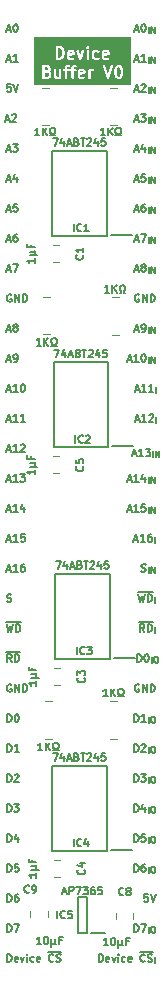
<source format=gbr>
%TF.GenerationSoftware,KiCad,Pcbnew,7.0.5*%
%TF.CreationDate,2023-12-18T15:17:01+02:00*%
%TF.ProjectId,Device Buffer,44657669-6365-4204-9275-666665722e6b,rev?*%
%TF.SameCoordinates,Original*%
%TF.FileFunction,Legend,Top*%
%TF.FilePolarity,Positive*%
%FSLAX46Y46*%
G04 Gerber Fmt 4.6, Leading zero omitted, Abs format (unit mm)*
G04 Created by KiCad (PCBNEW 7.0.5) date 2023-12-18 15:17:01*
%MOMM*%
%LPD*%
G01*
G04 APERTURE LIST*
%ADD10C,0.150000*%
%ADD11C,0.200000*%
%ADD12C,0.120000*%
%ADD13C,0.100000*%
G04 APERTURE END LIST*
D10*
X101035649Y-119665963D02*
X101035649Y-119030963D01*
X101035649Y-119030963D02*
X101186839Y-119030963D01*
X101186839Y-119030963D02*
X101277554Y-119061201D01*
X101277554Y-119061201D02*
X101338030Y-119121677D01*
X101338030Y-119121677D02*
X101368268Y-119182153D01*
X101368268Y-119182153D02*
X101398506Y-119303105D01*
X101398506Y-119303105D02*
X101398506Y-119393820D01*
X101398506Y-119393820D02*
X101368268Y-119514772D01*
X101368268Y-119514772D02*
X101338030Y-119575248D01*
X101338030Y-119575248D02*
X101277554Y-119635725D01*
X101277554Y-119635725D02*
X101186839Y-119665963D01*
X101186839Y-119665963D02*
X101035649Y-119665963D01*
X101640411Y-119091439D02*
X101670649Y-119061201D01*
X101670649Y-119061201D02*
X101731125Y-119030963D01*
X101731125Y-119030963D02*
X101882316Y-119030963D01*
X101882316Y-119030963D02*
X101942792Y-119061201D01*
X101942792Y-119061201D02*
X101973030Y-119091439D01*
X101973030Y-119091439D02*
X102003268Y-119151915D01*
X102003268Y-119151915D02*
X102003268Y-119212391D01*
X102003268Y-119212391D02*
X101973030Y-119303105D01*
X101973030Y-119303105D02*
X101610173Y-119665963D01*
X101610173Y-119665963D02*
X102003268Y-119665963D01*
X102245173Y-119736115D02*
X102245173Y-119228115D01*
X102583840Y-119228115D02*
X102680602Y-119228115D01*
X102680602Y-119228115D02*
X102728983Y-119252305D01*
X102728983Y-119252305D02*
X102777364Y-119300686D01*
X102777364Y-119300686D02*
X102801554Y-119397448D01*
X102801554Y-119397448D02*
X102801554Y-119566782D01*
X102801554Y-119566782D02*
X102777364Y-119663544D01*
X102777364Y-119663544D02*
X102728983Y-119711925D01*
X102728983Y-119711925D02*
X102680602Y-119736115D01*
X102680602Y-119736115D02*
X102583840Y-119736115D01*
X102583840Y-119736115D02*
X102535459Y-119711925D01*
X102535459Y-119711925D02*
X102487078Y-119663544D01*
X102487078Y-119663544D02*
X102462887Y-119566782D01*
X102462887Y-119566782D02*
X102462887Y-119397448D01*
X102462887Y-119397448D02*
X102487078Y-119300686D01*
X102487078Y-119300686D02*
X102535459Y-119252305D01*
X102535459Y-119252305D02*
X102583840Y-119228115D01*
X101446887Y-80961201D02*
X101386411Y-80930963D01*
X101386411Y-80930963D02*
X101295697Y-80930963D01*
X101295697Y-80930963D02*
X101204982Y-80961201D01*
X101204982Y-80961201D02*
X101144506Y-81021677D01*
X101144506Y-81021677D02*
X101114268Y-81082153D01*
X101114268Y-81082153D02*
X101084030Y-81203105D01*
X101084030Y-81203105D02*
X101084030Y-81293820D01*
X101084030Y-81293820D02*
X101114268Y-81414772D01*
X101114268Y-81414772D02*
X101144506Y-81475248D01*
X101144506Y-81475248D02*
X101204982Y-81535725D01*
X101204982Y-81535725D02*
X101295697Y-81565963D01*
X101295697Y-81565963D02*
X101356173Y-81565963D01*
X101356173Y-81565963D02*
X101446887Y-81535725D01*
X101446887Y-81535725D02*
X101477125Y-81505486D01*
X101477125Y-81505486D02*
X101477125Y-81293820D01*
X101477125Y-81293820D02*
X101356173Y-81293820D01*
X101749268Y-81565963D02*
X101749268Y-80930963D01*
X101749268Y-80930963D02*
X102112125Y-81565963D01*
X102112125Y-81565963D02*
X102112125Y-80930963D01*
X102414506Y-81565963D02*
X102414506Y-80930963D01*
X102414506Y-80930963D02*
X102565696Y-80930963D01*
X102565696Y-80930963D02*
X102656411Y-80961201D01*
X102656411Y-80961201D02*
X102716887Y-81021677D01*
X102716887Y-81021677D02*
X102747125Y-81082153D01*
X102747125Y-81082153D02*
X102777363Y-81203105D01*
X102777363Y-81203105D02*
X102777363Y-81293820D01*
X102777363Y-81293820D02*
X102747125Y-81414772D01*
X102747125Y-81414772D02*
X102716887Y-81475248D01*
X102716887Y-81475248D02*
X102656411Y-81535725D01*
X102656411Y-81535725D02*
X102565696Y-81565963D01*
X102565696Y-81565963D02*
X102414506Y-81565963D01*
X101035649Y-127285963D02*
X101035649Y-126650963D01*
X101035649Y-126650963D02*
X101186839Y-126650963D01*
X101186839Y-126650963D02*
X101277554Y-126681201D01*
X101277554Y-126681201D02*
X101338030Y-126741677D01*
X101338030Y-126741677D02*
X101368268Y-126802153D01*
X101368268Y-126802153D02*
X101398506Y-126923105D01*
X101398506Y-126923105D02*
X101398506Y-127013820D01*
X101398506Y-127013820D02*
X101368268Y-127134772D01*
X101368268Y-127134772D02*
X101338030Y-127195248D01*
X101338030Y-127195248D02*
X101277554Y-127255725D01*
X101277554Y-127255725D02*
X101186839Y-127285963D01*
X101186839Y-127285963D02*
X101035649Y-127285963D01*
X101973030Y-126650963D02*
X101670649Y-126650963D01*
X101670649Y-126650963D02*
X101640411Y-126953344D01*
X101640411Y-126953344D02*
X101670649Y-126923105D01*
X101670649Y-126923105D02*
X101731125Y-126892867D01*
X101731125Y-126892867D02*
X101882316Y-126892867D01*
X101882316Y-126892867D02*
X101942792Y-126923105D01*
X101942792Y-126923105D02*
X101973030Y-126953344D01*
X101973030Y-126953344D02*
X102003268Y-127013820D01*
X102003268Y-127013820D02*
X102003268Y-127165010D01*
X102003268Y-127165010D02*
X101973030Y-127225486D01*
X101973030Y-127225486D02*
X101942792Y-127255725D01*
X101942792Y-127255725D02*
X101882316Y-127285963D01*
X101882316Y-127285963D02*
X101731125Y-127285963D01*
X101731125Y-127285963D02*
X101670649Y-127255725D01*
X101670649Y-127255725D02*
X101640411Y-127225486D01*
X102245173Y-127356115D02*
X102245173Y-126848115D01*
X102583840Y-126848115D02*
X102680602Y-126848115D01*
X102680602Y-126848115D02*
X102728983Y-126872305D01*
X102728983Y-126872305D02*
X102777364Y-126920686D01*
X102777364Y-126920686D02*
X102801554Y-127017448D01*
X102801554Y-127017448D02*
X102801554Y-127186782D01*
X102801554Y-127186782D02*
X102777364Y-127283544D01*
X102777364Y-127283544D02*
X102728983Y-127331925D01*
X102728983Y-127331925D02*
X102680602Y-127356115D01*
X102680602Y-127356115D02*
X102583840Y-127356115D01*
X102583840Y-127356115D02*
X102535459Y-127331925D01*
X102535459Y-127331925D02*
X102487078Y-127283544D01*
X102487078Y-127283544D02*
X102462887Y-127186782D01*
X102462887Y-127186782D02*
X102462887Y-127017448D01*
X102462887Y-127017448D02*
X102487078Y-126920686D01*
X102487078Y-126920686D02*
X102535459Y-126872305D01*
X102535459Y-126872305D02*
X102583840Y-126848115D01*
X100491363Y-96624534D02*
X100793744Y-96624534D01*
X100430887Y-96805963D02*
X100642553Y-96170963D01*
X100642553Y-96170963D02*
X100854220Y-96805963D01*
X101398506Y-96805963D02*
X101035649Y-96805963D01*
X101217077Y-96805963D02*
X101217077Y-96170963D01*
X101217077Y-96170963D02*
X101156601Y-96261677D01*
X101156601Y-96261677D02*
X101096125Y-96322153D01*
X101096125Y-96322153D02*
X101035649Y-96352391D01*
X101942792Y-96382629D02*
X101942792Y-96805963D01*
X101791601Y-96140725D02*
X101640411Y-96594296D01*
X101640411Y-96594296D02*
X102033506Y-96594296D01*
X102245173Y-96876115D02*
X102245173Y-96368115D01*
X102487078Y-96876115D02*
X102487078Y-96368115D01*
X102487078Y-96368115D02*
X102777364Y-96876115D01*
X102777364Y-96876115D02*
X102777364Y-96368115D01*
X90625493Y-113981201D02*
X90565017Y-113950963D01*
X90565017Y-113950963D02*
X90474303Y-113950963D01*
X90474303Y-113950963D02*
X90383588Y-113981201D01*
X90383588Y-113981201D02*
X90323112Y-114041677D01*
X90323112Y-114041677D02*
X90292874Y-114102153D01*
X90292874Y-114102153D02*
X90262636Y-114223105D01*
X90262636Y-114223105D02*
X90262636Y-114313820D01*
X90262636Y-114313820D02*
X90292874Y-114434772D01*
X90292874Y-114434772D02*
X90323112Y-114495248D01*
X90323112Y-114495248D02*
X90383588Y-114555725D01*
X90383588Y-114555725D02*
X90474303Y-114585963D01*
X90474303Y-114585963D02*
X90534779Y-114585963D01*
X90534779Y-114585963D02*
X90625493Y-114555725D01*
X90625493Y-114555725D02*
X90655731Y-114525486D01*
X90655731Y-114525486D02*
X90655731Y-114313820D01*
X90655731Y-114313820D02*
X90534779Y-114313820D01*
X90927874Y-114585963D02*
X90927874Y-113950963D01*
X90927874Y-113950963D02*
X91290731Y-114585963D01*
X91290731Y-114585963D02*
X91290731Y-113950963D01*
X91593112Y-114585963D02*
X91593112Y-113950963D01*
X91593112Y-113950963D02*
X91744302Y-113950963D01*
X91744302Y-113950963D02*
X91835017Y-113981201D01*
X91835017Y-113981201D02*
X91895493Y-114041677D01*
X91895493Y-114041677D02*
X91925731Y-114102153D01*
X91925731Y-114102153D02*
X91955969Y-114223105D01*
X91955969Y-114223105D02*
X91955969Y-114313820D01*
X91955969Y-114313820D02*
X91925731Y-114434772D01*
X91925731Y-114434772D02*
X91895493Y-114495248D01*
X91895493Y-114495248D02*
X91835017Y-114555725D01*
X91835017Y-114555725D02*
X91744302Y-114585963D01*
X91744302Y-114585963D02*
X91593112Y-114585963D01*
X101289649Y-112045963D02*
X101289649Y-111410963D01*
X101289649Y-111410963D02*
X101440839Y-111410963D01*
X101440839Y-111410963D02*
X101531554Y-111441201D01*
X101531554Y-111441201D02*
X101592030Y-111501677D01*
X101592030Y-111501677D02*
X101622268Y-111562153D01*
X101622268Y-111562153D02*
X101652506Y-111683105D01*
X101652506Y-111683105D02*
X101652506Y-111773820D01*
X101652506Y-111773820D02*
X101622268Y-111894772D01*
X101622268Y-111894772D02*
X101592030Y-111955248D01*
X101592030Y-111955248D02*
X101531554Y-112015725D01*
X101531554Y-112015725D02*
X101440839Y-112045963D01*
X101440839Y-112045963D02*
X101289649Y-112045963D01*
X102045601Y-111410963D02*
X102106078Y-111410963D01*
X102106078Y-111410963D02*
X102166554Y-111441201D01*
X102166554Y-111441201D02*
X102196792Y-111471439D01*
X102196792Y-111471439D02*
X102227030Y-111531915D01*
X102227030Y-111531915D02*
X102257268Y-111652867D01*
X102257268Y-111652867D02*
X102257268Y-111804058D01*
X102257268Y-111804058D02*
X102227030Y-111925010D01*
X102227030Y-111925010D02*
X102196792Y-111985486D01*
X102196792Y-111985486D02*
X102166554Y-112015725D01*
X102166554Y-112015725D02*
X102106078Y-112045963D01*
X102106078Y-112045963D02*
X102045601Y-112045963D01*
X102045601Y-112045963D02*
X101985125Y-112015725D01*
X101985125Y-112015725D02*
X101954887Y-111985486D01*
X101954887Y-111985486D02*
X101924649Y-111925010D01*
X101924649Y-111925010D02*
X101894411Y-111804058D01*
X101894411Y-111804058D02*
X101894411Y-111652867D01*
X101894411Y-111652867D02*
X101924649Y-111531915D01*
X101924649Y-111531915D02*
X101954887Y-111471439D01*
X101954887Y-111471439D02*
X101985125Y-111441201D01*
X101985125Y-111441201D02*
X102045601Y-111410963D01*
X102499173Y-112116115D02*
X102499173Y-111608115D01*
X102837840Y-111608115D02*
X102934602Y-111608115D01*
X102934602Y-111608115D02*
X102982983Y-111632305D01*
X102982983Y-111632305D02*
X103031364Y-111680686D01*
X103031364Y-111680686D02*
X103055554Y-111777448D01*
X103055554Y-111777448D02*
X103055554Y-111946782D01*
X103055554Y-111946782D02*
X103031364Y-112043544D01*
X103031364Y-112043544D02*
X102982983Y-112091925D01*
X102982983Y-112091925D02*
X102934602Y-112116115D01*
X102934602Y-112116115D02*
X102837840Y-112116115D01*
X102837840Y-112116115D02*
X102789459Y-112091925D01*
X102789459Y-112091925D02*
X102741078Y-112043544D01*
X102741078Y-112043544D02*
X102716887Y-111946782D01*
X102716887Y-111946782D02*
X102716887Y-111777448D01*
X102716887Y-111777448D02*
X102741078Y-111680686D01*
X102741078Y-111680686D02*
X102789459Y-111632305D01*
X102789459Y-111632305D02*
X102837840Y-111608115D01*
X90262636Y-91544534D02*
X90565017Y-91544534D01*
X90202160Y-91725963D02*
X90413826Y-91090963D01*
X90413826Y-91090963D02*
X90625493Y-91725963D01*
X91169779Y-91725963D02*
X90806922Y-91725963D01*
X90988350Y-91725963D02*
X90988350Y-91090963D01*
X90988350Y-91090963D02*
X90927874Y-91181677D01*
X90927874Y-91181677D02*
X90867398Y-91242153D01*
X90867398Y-91242153D02*
X90806922Y-91272391D01*
X91774541Y-91725963D02*
X91411684Y-91725963D01*
X91593112Y-91725963D02*
X91593112Y-91090963D01*
X91593112Y-91090963D02*
X91532636Y-91181677D01*
X91532636Y-91181677D02*
X91472160Y-91242153D01*
X91472160Y-91242153D02*
X91411684Y-91272391D01*
X90595255Y-63150963D02*
X90292874Y-63150963D01*
X90292874Y-63150963D02*
X90262636Y-63453344D01*
X90262636Y-63453344D02*
X90292874Y-63423105D01*
X90292874Y-63423105D02*
X90353350Y-63392867D01*
X90353350Y-63392867D02*
X90504541Y-63392867D01*
X90504541Y-63392867D02*
X90565017Y-63423105D01*
X90565017Y-63423105D02*
X90595255Y-63453344D01*
X90595255Y-63453344D02*
X90625493Y-63513820D01*
X90625493Y-63513820D02*
X90625493Y-63665010D01*
X90625493Y-63665010D02*
X90595255Y-63725486D01*
X90595255Y-63725486D02*
X90565017Y-63755725D01*
X90565017Y-63755725D02*
X90504541Y-63785963D01*
X90504541Y-63785963D02*
X90353350Y-63785963D01*
X90353350Y-63785963D02*
X90292874Y-63755725D01*
X90292874Y-63755725D02*
X90262636Y-63725486D01*
X90806922Y-63150963D02*
X91018588Y-63785963D01*
X91018588Y-63785963D02*
X91230255Y-63150963D01*
X90262636Y-83924534D02*
X90565017Y-83924534D01*
X90202160Y-84105963D02*
X90413826Y-83470963D01*
X90413826Y-83470963D02*
X90625493Y-84105963D01*
X90927874Y-83743105D02*
X90867398Y-83712867D01*
X90867398Y-83712867D02*
X90837160Y-83682629D01*
X90837160Y-83682629D02*
X90806922Y-83622153D01*
X90806922Y-83622153D02*
X90806922Y-83591915D01*
X90806922Y-83591915D02*
X90837160Y-83531439D01*
X90837160Y-83531439D02*
X90867398Y-83501201D01*
X90867398Y-83501201D02*
X90927874Y-83470963D01*
X90927874Y-83470963D02*
X91048827Y-83470963D01*
X91048827Y-83470963D02*
X91109303Y-83501201D01*
X91109303Y-83501201D02*
X91139541Y-83531439D01*
X91139541Y-83531439D02*
X91169779Y-83591915D01*
X91169779Y-83591915D02*
X91169779Y-83622153D01*
X91169779Y-83622153D02*
X91139541Y-83682629D01*
X91139541Y-83682629D02*
X91109303Y-83712867D01*
X91109303Y-83712867D02*
X91048827Y-83743105D01*
X91048827Y-83743105D02*
X90927874Y-83743105D01*
X90927874Y-83743105D02*
X90867398Y-83773344D01*
X90867398Y-83773344D02*
X90837160Y-83803582D01*
X90837160Y-83803582D02*
X90806922Y-83864058D01*
X90806922Y-83864058D02*
X90806922Y-83985010D01*
X90806922Y-83985010D02*
X90837160Y-84045486D01*
X90837160Y-84045486D02*
X90867398Y-84075725D01*
X90867398Y-84075725D02*
X90927874Y-84105963D01*
X90927874Y-84105963D02*
X91048827Y-84105963D01*
X91048827Y-84105963D02*
X91109303Y-84075725D01*
X91109303Y-84075725D02*
X91139541Y-84045486D01*
X91139541Y-84045486D02*
X91169779Y-83985010D01*
X91169779Y-83985010D02*
X91169779Y-83864058D01*
X91169779Y-83864058D02*
X91139541Y-83803582D01*
X91139541Y-83803582D02*
X91109303Y-83773344D01*
X91109303Y-83773344D02*
X91048827Y-83743105D01*
X101640411Y-104395725D02*
X101731125Y-104425963D01*
X101731125Y-104425963D02*
X101882316Y-104425963D01*
X101882316Y-104425963D02*
X101942792Y-104395725D01*
X101942792Y-104395725D02*
X101973030Y-104365486D01*
X101973030Y-104365486D02*
X102003268Y-104305010D01*
X102003268Y-104305010D02*
X102003268Y-104244534D01*
X102003268Y-104244534D02*
X101973030Y-104184058D01*
X101973030Y-104184058D02*
X101942792Y-104153820D01*
X101942792Y-104153820D02*
X101882316Y-104123582D01*
X101882316Y-104123582D02*
X101761363Y-104093344D01*
X101761363Y-104093344D02*
X101700887Y-104063105D01*
X101700887Y-104063105D02*
X101670649Y-104032867D01*
X101670649Y-104032867D02*
X101640411Y-103972391D01*
X101640411Y-103972391D02*
X101640411Y-103911915D01*
X101640411Y-103911915D02*
X101670649Y-103851439D01*
X101670649Y-103851439D02*
X101700887Y-103821201D01*
X101700887Y-103821201D02*
X101761363Y-103790963D01*
X101761363Y-103790963D02*
X101912554Y-103790963D01*
X101912554Y-103790963D02*
X102003268Y-103821201D01*
X102245173Y-104496115D02*
X102245173Y-103988115D01*
X102487078Y-104496115D02*
X102487078Y-103988115D01*
X102487078Y-103988115D02*
X102777364Y-104496115D01*
X102777364Y-104496115D02*
X102777364Y-103988115D01*
X90262636Y-89004534D02*
X90565017Y-89004534D01*
X90202160Y-89185963D02*
X90413826Y-88550963D01*
X90413826Y-88550963D02*
X90625493Y-89185963D01*
X91169779Y-89185963D02*
X90806922Y-89185963D01*
X90988350Y-89185963D02*
X90988350Y-88550963D01*
X90988350Y-88550963D02*
X90927874Y-88641677D01*
X90927874Y-88641677D02*
X90867398Y-88702153D01*
X90867398Y-88702153D02*
X90806922Y-88732391D01*
X91562874Y-88550963D02*
X91623351Y-88550963D01*
X91623351Y-88550963D02*
X91683827Y-88581201D01*
X91683827Y-88581201D02*
X91714065Y-88611439D01*
X91714065Y-88611439D02*
X91744303Y-88671915D01*
X91744303Y-88671915D02*
X91774541Y-88792867D01*
X91774541Y-88792867D02*
X91774541Y-88944058D01*
X91774541Y-88944058D02*
X91744303Y-89065010D01*
X91744303Y-89065010D02*
X91714065Y-89125486D01*
X91714065Y-89125486D02*
X91683827Y-89155725D01*
X91683827Y-89155725D02*
X91623351Y-89185963D01*
X91623351Y-89185963D02*
X91562874Y-89185963D01*
X91562874Y-89185963D02*
X91502398Y-89155725D01*
X91502398Y-89155725D02*
X91472160Y-89125486D01*
X91472160Y-89125486D02*
X91441922Y-89065010D01*
X91441922Y-89065010D02*
X91411684Y-88944058D01*
X91411684Y-88944058D02*
X91411684Y-88792867D01*
X91411684Y-88792867D02*
X91441922Y-88671915D01*
X91441922Y-88671915D02*
X91472160Y-88611439D01*
X91472160Y-88611439D02*
X91502398Y-88581201D01*
X91502398Y-88581201D02*
X91562874Y-88550963D01*
X90262636Y-68684534D02*
X90565017Y-68684534D01*
X90202160Y-68865963D02*
X90413826Y-68230963D01*
X90413826Y-68230963D02*
X90625493Y-68865963D01*
X90776684Y-68230963D02*
X91169779Y-68230963D01*
X91169779Y-68230963D02*
X90958112Y-68472867D01*
X90958112Y-68472867D02*
X91048827Y-68472867D01*
X91048827Y-68472867D02*
X91109303Y-68503105D01*
X91109303Y-68503105D02*
X91139541Y-68533344D01*
X91139541Y-68533344D02*
X91169779Y-68593820D01*
X91169779Y-68593820D02*
X91169779Y-68745010D01*
X91169779Y-68745010D02*
X91139541Y-68805486D01*
X91139541Y-68805486D02*
X91109303Y-68835725D01*
X91109303Y-68835725D02*
X91048827Y-68865963D01*
X91048827Y-68865963D02*
X90867398Y-68865963D01*
X90867398Y-68865963D02*
X90806922Y-68835725D01*
X90806922Y-68835725D02*
X90776684Y-68805486D01*
X101096125Y-68684534D02*
X101398506Y-68684534D01*
X101035649Y-68865963D02*
X101247315Y-68230963D01*
X101247315Y-68230963D02*
X101458982Y-68865963D01*
X101942792Y-68442629D02*
X101942792Y-68865963D01*
X101791601Y-68200725D02*
X101640411Y-68654296D01*
X101640411Y-68654296D02*
X102033506Y-68654296D01*
X102245173Y-68936115D02*
X102245173Y-68428115D01*
X102487078Y-68936115D02*
X102487078Y-68428115D01*
X102487078Y-68428115D02*
X102777364Y-68936115D01*
X102777364Y-68936115D02*
X102777364Y-68428115D01*
X90262636Y-73764534D02*
X90565017Y-73764534D01*
X90202160Y-73945963D02*
X90413826Y-73310963D01*
X90413826Y-73310963D02*
X90625493Y-73945963D01*
X91139541Y-73310963D02*
X90837160Y-73310963D01*
X90837160Y-73310963D02*
X90806922Y-73613344D01*
X90806922Y-73613344D02*
X90837160Y-73583105D01*
X90837160Y-73583105D02*
X90897636Y-73552867D01*
X90897636Y-73552867D02*
X91048827Y-73552867D01*
X91048827Y-73552867D02*
X91109303Y-73583105D01*
X91109303Y-73583105D02*
X91139541Y-73613344D01*
X91139541Y-73613344D02*
X91169779Y-73673820D01*
X91169779Y-73673820D02*
X91169779Y-73825010D01*
X91169779Y-73825010D02*
X91139541Y-73885486D01*
X91139541Y-73885486D02*
X91109303Y-73915725D01*
X91109303Y-73915725D02*
X91048827Y-73945963D01*
X91048827Y-73945963D02*
X90897636Y-73945963D01*
X90897636Y-73945963D02*
X90837160Y-73915725D01*
X90837160Y-73915725D02*
X90806922Y-73885486D01*
X90262636Y-86464534D02*
X90565017Y-86464534D01*
X90202160Y-86645963D02*
X90413826Y-86010963D01*
X90413826Y-86010963D02*
X90625493Y-86645963D01*
X90867398Y-86645963D02*
X90988350Y-86645963D01*
X90988350Y-86645963D02*
X91048827Y-86615725D01*
X91048827Y-86615725D02*
X91079065Y-86585486D01*
X91079065Y-86585486D02*
X91139541Y-86494772D01*
X91139541Y-86494772D02*
X91169779Y-86373820D01*
X91169779Y-86373820D02*
X91169779Y-86131915D01*
X91169779Y-86131915D02*
X91139541Y-86071439D01*
X91139541Y-86071439D02*
X91109303Y-86041201D01*
X91109303Y-86041201D02*
X91048827Y-86010963D01*
X91048827Y-86010963D02*
X90927874Y-86010963D01*
X90927874Y-86010963D02*
X90867398Y-86041201D01*
X90867398Y-86041201D02*
X90837160Y-86071439D01*
X90837160Y-86071439D02*
X90806922Y-86131915D01*
X90806922Y-86131915D02*
X90806922Y-86283105D01*
X90806922Y-86283105D02*
X90837160Y-86343582D01*
X90837160Y-86343582D02*
X90867398Y-86373820D01*
X90867398Y-86373820D02*
X90927874Y-86404058D01*
X90927874Y-86404058D02*
X91048827Y-86404058D01*
X91048827Y-86404058D02*
X91109303Y-86373820D01*
X91109303Y-86373820D02*
X91139541Y-86343582D01*
X91139541Y-86343582D02*
X91169779Y-86283105D01*
X101096125Y-73764534D02*
X101398506Y-73764534D01*
X101035649Y-73945963D02*
X101247315Y-73310963D01*
X101247315Y-73310963D02*
X101458982Y-73945963D01*
X101942792Y-73310963D02*
X101821839Y-73310963D01*
X101821839Y-73310963D02*
X101761363Y-73341201D01*
X101761363Y-73341201D02*
X101731125Y-73371439D01*
X101731125Y-73371439D02*
X101670649Y-73462153D01*
X101670649Y-73462153D02*
X101640411Y-73583105D01*
X101640411Y-73583105D02*
X101640411Y-73825010D01*
X101640411Y-73825010D02*
X101670649Y-73885486D01*
X101670649Y-73885486D02*
X101700887Y-73915725D01*
X101700887Y-73915725D02*
X101761363Y-73945963D01*
X101761363Y-73945963D02*
X101882316Y-73945963D01*
X101882316Y-73945963D02*
X101942792Y-73915725D01*
X101942792Y-73915725D02*
X101973030Y-73885486D01*
X101973030Y-73885486D02*
X102003268Y-73825010D01*
X102003268Y-73825010D02*
X102003268Y-73673820D01*
X102003268Y-73673820D02*
X101973030Y-73613344D01*
X101973030Y-73613344D02*
X101942792Y-73583105D01*
X101942792Y-73583105D02*
X101882316Y-73552867D01*
X101882316Y-73552867D02*
X101761363Y-73552867D01*
X101761363Y-73552867D02*
X101700887Y-73583105D01*
X101700887Y-73583105D02*
X101670649Y-73613344D01*
X101670649Y-73613344D02*
X101640411Y-73673820D01*
X102245173Y-74016115D02*
X102245173Y-73508115D01*
X102487078Y-74016115D02*
X102487078Y-73508115D01*
X102487078Y-73508115D02*
X102777364Y-74016115D01*
X102777364Y-74016115D02*
X102777364Y-73508115D01*
X100872363Y-94465534D02*
X101174744Y-94465534D01*
X100811887Y-94646963D02*
X101023553Y-94011963D01*
X101023553Y-94011963D02*
X101235220Y-94646963D01*
X101779506Y-94646963D02*
X101416649Y-94646963D01*
X101598077Y-94646963D02*
X101598077Y-94011963D01*
X101598077Y-94011963D02*
X101537601Y-94102677D01*
X101537601Y-94102677D02*
X101477125Y-94163153D01*
X101477125Y-94163153D02*
X101416649Y-94193391D01*
X101991173Y-94011963D02*
X102384268Y-94011963D01*
X102384268Y-94011963D02*
X102172601Y-94253867D01*
X102172601Y-94253867D02*
X102263316Y-94253867D01*
X102263316Y-94253867D02*
X102323792Y-94284105D01*
X102323792Y-94284105D02*
X102354030Y-94314344D01*
X102354030Y-94314344D02*
X102384268Y-94374820D01*
X102384268Y-94374820D02*
X102384268Y-94526010D01*
X102384268Y-94526010D02*
X102354030Y-94586486D01*
X102354030Y-94586486D02*
X102323792Y-94616725D01*
X102323792Y-94616725D02*
X102263316Y-94646963D01*
X102263316Y-94646963D02*
X102081887Y-94646963D01*
X102081887Y-94646963D02*
X102021411Y-94616725D01*
X102021411Y-94616725D02*
X101991173Y-94586486D01*
X102626173Y-94717115D02*
X102626173Y-94209115D01*
X102868078Y-94717115D02*
X102868078Y-94209115D01*
X102868078Y-94209115D02*
X103158364Y-94717115D01*
X103158364Y-94717115D02*
X103158364Y-94209115D01*
X90292874Y-119665963D02*
X90292874Y-119030963D01*
X90292874Y-119030963D02*
X90444064Y-119030963D01*
X90444064Y-119030963D02*
X90534779Y-119061201D01*
X90534779Y-119061201D02*
X90595255Y-119121677D01*
X90595255Y-119121677D02*
X90625493Y-119182153D01*
X90625493Y-119182153D02*
X90655731Y-119303105D01*
X90655731Y-119303105D02*
X90655731Y-119393820D01*
X90655731Y-119393820D02*
X90625493Y-119514772D01*
X90625493Y-119514772D02*
X90595255Y-119575248D01*
X90595255Y-119575248D02*
X90534779Y-119635725D01*
X90534779Y-119635725D02*
X90444064Y-119665963D01*
X90444064Y-119665963D02*
X90292874Y-119665963D01*
X91260493Y-119665963D02*
X90897636Y-119665963D01*
X91079064Y-119665963D02*
X91079064Y-119030963D01*
X91079064Y-119030963D02*
X91018588Y-119121677D01*
X91018588Y-119121677D02*
X90958112Y-119182153D01*
X90958112Y-119182153D02*
X90897636Y-119212391D01*
X90262636Y-99164534D02*
X90565017Y-99164534D01*
X90202160Y-99345963D02*
X90413826Y-98710963D01*
X90413826Y-98710963D02*
X90625493Y-99345963D01*
X91169779Y-99345963D02*
X90806922Y-99345963D01*
X90988350Y-99345963D02*
X90988350Y-98710963D01*
X90988350Y-98710963D02*
X90927874Y-98801677D01*
X90927874Y-98801677D02*
X90867398Y-98862153D01*
X90867398Y-98862153D02*
X90806922Y-98892391D01*
X91714065Y-98922629D02*
X91714065Y-99345963D01*
X91562874Y-98680725D02*
X91411684Y-99134296D01*
X91411684Y-99134296D02*
X91804779Y-99134296D01*
X90292874Y-124745963D02*
X90292874Y-124110963D01*
X90292874Y-124110963D02*
X90444064Y-124110963D01*
X90444064Y-124110963D02*
X90534779Y-124141201D01*
X90534779Y-124141201D02*
X90595255Y-124201677D01*
X90595255Y-124201677D02*
X90625493Y-124262153D01*
X90625493Y-124262153D02*
X90655731Y-124383105D01*
X90655731Y-124383105D02*
X90655731Y-124473820D01*
X90655731Y-124473820D02*
X90625493Y-124594772D01*
X90625493Y-124594772D02*
X90595255Y-124655248D01*
X90595255Y-124655248D02*
X90534779Y-124715725D01*
X90534779Y-124715725D02*
X90444064Y-124745963D01*
X90444064Y-124745963D02*
X90292874Y-124745963D01*
X90867398Y-124110963D02*
X91260493Y-124110963D01*
X91260493Y-124110963D02*
X91048826Y-124352867D01*
X91048826Y-124352867D02*
X91139541Y-124352867D01*
X91139541Y-124352867D02*
X91200017Y-124383105D01*
X91200017Y-124383105D02*
X91230255Y-124413344D01*
X91230255Y-124413344D02*
X91260493Y-124473820D01*
X91260493Y-124473820D02*
X91260493Y-124625010D01*
X91260493Y-124625010D02*
X91230255Y-124685486D01*
X91230255Y-124685486D02*
X91200017Y-124715725D01*
X91200017Y-124715725D02*
X91139541Y-124745963D01*
X91139541Y-124745963D02*
X90958112Y-124745963D01*
X90958112Y-124745963D02*
X90897636Y-124715725D01*
X90897636Y-124715725D02*
X90867398Y-124685486D01*
X101035649Y-129825963D02*
X101035649Y-129190963D01*
X101035649Y-129190963D02*
X101186839Y-129190963D01*
X101186839Y-129190963D02*
X101277554Y-129221201D01*
X101277554Y-129221201D02*
X101338030Y-129281677D01*
X101338030Y-129281677D02*
X101368268Y-129342153D01*
X101368268Y-129342153D02*
X101398506Y-129463105D01*
X101398506Y-129463105D02*
X101398506Y-129553820D01*
X101398506Y-129553820D02*
X101368268Y-129674772D01*
X101368268Y-129674772D02*
X101338030Y-129735248D01*
X101338030Y-129735248D02*
X101277554Y-129795725D01*
X101277554Y-129795725D02*
X101186839Y-129825963D01*
X101186839Y-129825963D02*
X101035649Y-129825963D01*
X101942792Y-129190963D02*
X101821839Y-129190963D01*
X101821839Y-129190963D02*
X101761363Y-129221201D01*
X101761363Y-129221201D02*
X101731125Y-129251439D01*
X101731125Y-129251439D02*
X101670649Y-129342153D01*
X101670649Y-129342153D02*
X101640411Y-129463105D01*
X101640411Y-129463105D02*
X101640411Y-129705010D01*
X101640411Y-129705010D02*
X101670649Y-129765486D01*
X101670649Y-129765486D02*
X101700887Y-129795725D01*
X101700887Y-129795725D02*
X101761363Y-129825963D01*
X101761363Y-129825963D02*
X101882316Y-129825963D01*
X101882316Y-129825963D02*
X101942792Y-129795725D01*
X101942792Y-129795725D02*
X101973030Y-129765486D01*
X101973030Y-129765486D02*
X102003268Y-129705010D01*
X102003268Y-129705010D02*
X102003268Y-129553820D01*
X102003268Y-129553820D02*
X101973030Y-129493344D01*
X101973030Y-129493344D02*
X101942792Y-129463105D01*
X101942792Y-129463105D02*
X101882316Y-129432867D01*
X101882316Y-129432867D02*
X101761363Y-129432867D01*
X101761363Y-129432867D02*
X101700887Y-129463105D01*
X101700887Y-129463105D02*
X101670649Y-129493344D01*
X101670649Y-129493344D02*
X101640411Y-129553820D01*
X102245173Y-129896115D02*
X102245173Y-129388115D01*
X102583840Y-129388115D02*
X102680602Y-129388115D01*
X102680602Y-129388115D02*
X102728983Y-129412305D01*
X102728983Y-129412305D02*
X102777364Y-129460686D01*
X102777364Y-129460686D02*
X102801554Y-129557448D01*
X102801554Y-129557448D02*
X102801554Y-129726782D01*
X102801554Y-129726782D02*
X102777364Y-129823544D01*
X102777364Y-129823544D02*
X102728983Y-129871925D01*
X102728983Y-129871925D02*
X102680602Y-129896115D01*
X102680602Y-129896115D02*
X102583840Y-129896115D01*
X102583840Y-129896115D02*
X102535459Y-129871925D01*
X102535459Y-129871925D02*
X102487078Y-129823544D01*
X102487078Y-129823544D02*
X102462887Y-129726782D01*
X102462887Y-129726782D02*
X102462887Y-129557448D01*
X102462887Y-129557448D02*
X102487078Y-129460686D01*
X102487078Y-129460686D02*
X102535459Y-129412305D01*
X102535459Y-129412305D02*
X102583840Y-129388115D01*
X101900458Y-109505963D02*
X101688791Y-109203582D01*
X101537601Y-109505963D02*
X101537601Y-108870963D01*
X101537601Y-108870963D02*
X101779506Y-108870963D01*
X101779506Y-108870963D02*
X101839982Y-108901201D01*
X101839982Y-108901201D02*
X101870220Y-108931439D01*
X101870220Y-108931439D02*
X101900458Y-108991915D01*
X101900458Y-108991915D02*
X101900458Y-109082629D01*
X101900458Y-109082629D02*
X101870220Y-109143105D01*
X101870220Y-109143105D02*
X101839982Y-109173344D01*
X101839982Y-109173344D02*
X101779506Y-109203582D01*
X101779506Y-109203582D02*
X101537601Y-109203582D01*
X102172601Y-109505963D02*
X102172601Y-108870963D01*
X102172601Y-108870963D02*
X102323791Y-108870963D01*
X102323791Y-108870963D02*
X102414506Y-108901201D01*
X102414506Y-108901201D02*
X102474982Y-108961677D01*
X102474982Y-108961677D02*
X102505220Y-109022153D01*
X102505220Y-109022153D02*
X102535458Y-109143105D01*
X102535458Y-109143105D02*
X102535458Y-109233820D01*
X102535458Y-109233820D02*
X102505220Y-109354772D01*
X102505220Y-109354772D02*
X102474982Y-109415248D01*
X102474982Y-109415248D02*
X102414506Y-109475725D01*
X102414506Y-109475725D02*
X102323791Y-109505963D01*
X102323791Y-109505963D02*
X102172601Y-109505963D01*
X101449911Y-108694675D02*
X102592911Y-108694675D01*
X102777363Y-109576115D02*
X102777363Y-109068115D01*
X100491363Y-86464534D02*
X100793744Y-86464534D01*
X100430887Y-86645963D02*
X100642553Y-86010963D01*
X100642553Y-86010963D02*
X100854220Y-86645963D01*
X101398506Y-86645963D02*
X101035649Y-86645963D01*
X101217077Y-86645963D02*
X101217077Y-86010963D01*
X101217077Y-86010963D02*
X101156601Y-86101677D01*
X101156601Y-86101677D02*
X101096125Y-86162153D01*
X101096125Y-86162153D02*
X101035649Y-86192391D01*
X101791601Y-86010963D02*
X101852078Y-86010963D01*
X101852078Y-86010963D02*
X101912554Y-86041201D01*
X101912554Y-86041201D02*
X101942792Y-86071439D01*
X101942792Y-86071439D02*
X101973030Y-86131915D01*
X101973030Y-86131915D02*
X102003268Y-86252867D01*
X102003268Y-86252867D02*
X102003268Y-86404058D01*
X102003268Y-86404058D02*
X101973030Y-86525010D01*
X101973030Y-86525010D02*
X101942792Y-86585486D01*
X101942792Y-86585486D02*
X101912554Y-86615725D01*
X101912554Y-86615725D02*
X101852078Y-86645963D01*
X101852078Y-86645963D02*
X101791601Y-86645963D01*
X101791601Y-86645963D02*
X101731125Y-86615725D01*
X101731125Y-86615725D02*
X101700887Y-86585486D01*
X101700887Y-86585486D02*
X101670649Y-86525010D01*
X101670649Y-86525010D02*
X101640411Y-86404058D01*
X101640411Y-86404058D02*
X101640411Y-86252867D01*
X101640411Y-86252867D02*
X101670649Y-86131915D01*
X101670649Y-86131915D02*
X101700887Y-86071439D01*
X101700887Y-86071439D02*
X101731125Y-86041201D01*
X101731125Y-86041201D02*
X101791601Y-86010963D01*
X102245173Y-86716115D02*
X102245173Y-86208115D01*
X102487078Y-86716115D02*
X102487078Y-86208115D01*
X102487078Y-86208115D02*
X102777364Y-86716115D01*
X102777364Y-86716115D02*
X102777364Y-86208115D01*
X98029980Y-137445963D02*
X98029980Y-136810963D01*
X98029980Y-136810963D02*
X98181170Y-136810963D01*
X98181170Y-136810963D02*
X98271885Y-136841201D01*
X98271885Y-136841201D02*
X98332361Y-136901677D01*
X98332361Y-136901677D02*
X98362599Y-136962153D01*
X98362599Y-136962153D02*
X98392837Y-137083105D01*
X98392837Y-137083105D02*
X98392837Y-137173820D01*
X98392837Y-137173820D02*
X98362599Y-137294772D01*
X98362599Y-137294772D02*
X98332361Y-137355248D01*
X98332361Y-137355248D02*
X98271885Y-137415725D01*
X98271885Y-137415725D02*
X98181170Y-137445963D01*
X98181170Y-137445963D02*
X98029980Y-137445963D01*
X98906885Y-137415725D02*
X98846409Y-137445963D01*
X98846409Y-137445963D02*
X98725456Y-137445963D01*
X98725456Y-137445963D02*
X98664980Y-137415725D01*
X98664980Y-137415725D02*
X98634742Y-137355248D01*
X98634742Y-137355248D02*
X98634742Y-137113344D01*
X98634742Y-137113344D02*
X98664980Y-137052867D01*
X98664980Y-137052867D02*
X98725456Y-137022629D01*
X98725456Y-137022629D02*
X98846409Y-137022629D01*
X98846409Y-137022629D02*
X98906885Y-137052867D01*
X98906885Y-137052867D02*
X98937123Y-137113344D01*
X98937123Y-137113344D02*
X98937123Y-137173820D01*
X98937123Y-137173820D02*
X98634742Y-137234296D01*
X99148790Y-137022629D02*
X99299980Y-137445963D01*
X99299980Y-137445963D02*
X99451171Y-137022629D01*
X99693076Y-137445963D02*
X99693076Y-137022629D01*
X99693076Y-136810963D02*
X99662838Y-136841201D01*
X99662838Y-136841201D02*
X99693076Y-136871439D01*
X99693076Y-136871439D02*
X99723314Y-136841201D01*
X99723314Y-136841201D02*
X99693076Y-136810963D01*
X99693076Y-136810963D02*
X99693076Y-136871439D01*
X100267600Y-137415725D02*
X100207124Y-137445963D01*
X100207124Y-137445963D02*
X100086171Y-137445963D01*
X100086171Y-137445963D02*
X100025695Y-137415725D01*
X100025695Y-137415725D02*
X99995457Y-137385486D01*
X99995457Y-137385486D02*
X99965219Y-137325010D01*
X99965219Y-137325010D02*
X99965219Y-137143582D01*
X99965219Y-137143582D02*
X99995457Y-137083105D01*
X99995457Y-137083105D02*
X100025695Y-137052867D01*
X100025695Y-137052867D02*
X100086171Y-137022629D01*
X100086171Y-137022629D02*
X100207124Y-137022629D01*
X100207124Y-137022629D02*
X100267600Y-137052867D01*
X100781648Y-137415725D02*
X100721172Y-137445963D01*
X100721172Y-137445963D02*
X100600219Y-137445963D01*
X100600219Y-137445963D02*
X100539743Y-137415725D01*
X100539743Y-137415725D02*
X100509505Y-137355248D01*
X100509505Y-137355248D02*
X100509505Y-137113344D01*
X100509505Y-137113344D02*
X100539743Y-137052867D01*
X100539743Y-137052867D02*
X100600219Y-137022629D01*
X100600219Y-137022629D02*
X100721172Y-137022629D01*
X100721172Y-137022629D02*
X100781648Y-137052867D01*
X100781648Y-137052867D02*
X100811886Y-137113344D01*
X100811886Y-137113344D02*
X100811886Y-137173820D01*
X100811886Y-137173820D02*
X100509505Y-137234296D01*
X101930696Y-137385486D02*
X101900458Y-137415725D01*
X101900458Y-137415725D02*
X101809744Y-137445963D01*
X101809744Y-137445963D02*
X101749268Y-137445963D01*
X101749268Y-137445963D02*
X101658553Y-137415725D01*
X101658553Y-137415725D02*
X101598077Y-137355248D01*
X101598077Y-137355248D02*
X101567839Y-137294772D01*
X101567839Y-137294772D02*
X101537601Y-137173820D01*
X101537601Y-137173820D02*
X101537601Y-137083105D01*
X101537601Y-137083105D02*
X101567839Y-136962153D01*
X101567839Y-136962153D02*
X101598077Y-136901677D01*
X101598077Y-136901677D02*
X101658553Y-136841201D01*
X101658553Y-136841201D02*
X101749268Y-136810963D01*
X101749268Y-136810963D02*
X101809744Y-136810963D01*
X101809744Y-136810963D02*
X101900458Y-136841201D01*
X101900458Y-136841201D02*
X101930696Y-136871439D01*
X102172601Y-137415725D02*
X102263315Y-137445963D01*
X102263315Y-137445963D02*
X102414506Y-137445963D01*
X102414506Y-137445963D02*
X102474982Y-137415725D01*
X102474982Y-137415725D02*
X102505220Y-137385486D01*
X102505220Y-137385486D02*
X102535458Y-137325010D01*
X102535458Y-137325010D02*
X102535458Y-137264534D01*
X102535458Y-137264534D02*
X102505220Y-137204058D01*
X102505220Y-137204058D02*
X102474982Y-137173820D01*
X102474982Y-137173820D02*
X102414506Y-137143582D01*
X102414506Y-137143582D02*
X102293553Y-137113344D01*
X102293553Y-137113344D02*
X102233077Y-137083105D01*
X102233077Y-137083105D02*
X102202839Y-137052867D01*
X102202839Y-137052867D02*
X102172601Y-136992391D01*
X102172601Y-136992391D02*
X102172601Y-136931915D01*
X102172601Y-136931915D02*
X102202839Y-136871439D01*
X102202839Y-136871439D02*
X102233077Y-136841201D01*
X102233077Y-136841201D02*
X102293553Y-136810963D01*
X102293553Y-136810963D02*
X102444744Y-136810963D01*
X102444744Y-136810963D02*
X102535458Y-136841201D01*
X101480149Y-136634675D02*
X102592911Y-136634675D01*
X102777363Y-137516115D02*
X102777363Y-137008115D01*
X101386411Y-106330963D02*
X101537601Y-106965963D01*
X101537601Y-106965963D02*
X101658554Y-106512391D01*
X101658554Y-106512391D02*
X101779506Y-106965963D01*
X101779506Y-106965963D02*
X101930697Y-106330963D01*
X102172601Y-106965963D02*
X102172601Y-106330963D01*
X102172601Y-106330963D02*
X102323791Y-106330963D01*
X102323791Y-106330963D02*
X102414506Y-106361201D01*
X102414506Y-106361201D02*
X102474982Y-106421677D01*
X102474982Y-106421677D02*
X102505220Y-106482153D01*
X102505220Y-106482153D02*
X102535458Y-106603105D01*
X102535458Y-106603105D02*
X102535458Y-106693820D01*
X102535458Y-106693820D02*
X102505220Y-106814772D01*
X102505220Y-106814772D02*
X102474982Y-106875248D01*
X102474982Y-106875248D02*
X102414506Y-106935725D01*
X102414506Y-106935725D02*
X102323791Y-106965963D01*
X102323791Y-106965963D02*
X102172601Y-106965963D01*
X101359197Y-106154675D02*
X102592911Y-106154675D01*
X102777363Y-107036115D02*
X102777363Y-106528115D01*
X101150553Y-89004534D02*
X101452934Y-89004534D01*
X101090077Y-89185963D02*
X101301743Y-88550963D01*
X101301743Y-88550963D02*
X101513410Y-89185963D01*
X102057696Y-89185963D02*
X101694839Y-89185963D01*
X101876267Y-89185963D02*
X101876267Y-88550963D01*
X101876267Y-88550963D02*
X101815791Y-88641677D01*
X101815791Y-88641677D02*
X101755315Y-88702153D01*
X101755315Y-88702153D02*
X101694839Y-88732391D01*
X102662458Y-89185963D02*
X102299601Y-89185963D01*
X102481029Y-89185963D02*
X102481029Y-88550963D01*
X102481029Y-88550963D02*
X102420553Y-88641677D01*
X102420553Y-88641677D02*
X102360077Y-88702153D01*
X102360077Y-88702153D02*
X102299601Y-88732391D01*
X102904363Y-89256115D02*
X102904363Y-88748115D01*
X90292874Y-127285963D02*
X90292874Y-126650963D01*
X90292874Y-126650963D02*
X90444064Y-126650963D01*
X90444064Y-126650963D02*
X90534779Y-126681201D01*
X90534779Y-126681201D02*
X90595255Y-126741677D01*
X90595255Y-126741677D02*
X90625493Y-126802153D01*
X90625493Y-126802153D02*
X90655731Y-126923105D01*
X90655731Y-126923105D02*
X90655731Y-127013820D01*
X90655731Y-127013820D02*
X90625493Y-127134772D01*
X90625493Y-127134772D02*
X90595255Y-127195248D01*
X90595255Y-127195248D02*
X90534779Y-127255725D01*
X90534779Y-127255725D02*
X90444064Y-127285963D01*
X90444064Y-127285963D02*
X90292874Y-127285963D01*
X91200017Y-126862629D02*
X91200017Y-127285963D01*
X91048826Y-126620725D02*
X90897636Y-127074296D01*
X90897636Y-127074296D02*
X91290731Y-127074296D01*
X90262636Y-104244534D02*
X90565017Y-104244534D01*
X90202160Y-104425963D02*
X90413826Y-103790963D01*
X90413826Y-103790963D02*
X90625493Y-104425963D01*
X91169779Y-104425963D02*
X90806922Y-104425963D01*
X90988350Y-104425963D02*
X90988350Y-103790963D01*
X90988350Y-103790963D02*
X90927874Y-103881677D01*
X90927874Y-103881677D02*
X90867398Y-103942153D01*
X90867398Y-103942153D02*
X90806922Y-103972391D01*
X91714065Y-103790963D02*
X91593112Y-103790963D01*
X91593112Y-103790963D02*
X91532636Y-103821201D01*
X91532636Y-103821201D02*
X91502398Y-103851439D01*
X91502398Y-103851439D02*
X91441922Y-103942153D01*
X91441922Y-103942153D02*
X91411684Y-104063105D01*
X91411684Y-104063105D02*
X91411684Y-104305010D01*
X91411684Y-104305010D02*
X91441922Y-104365486D01*
X91441922Y-104365486D02*
X91472160Y-104395725D01*
X91472160Y-104395725D02*
X91532636Y-104425963D01*
X91532636Y-104425963D02*
X91653589Y-104425963D01*
X91653589Y-104425963D02*
X91714065Y-104395725D01*
X91714065Y-104395725D02*
X91744303Y-104365486D01*
X91744303Y-104365486D02*
X91774541Y-104305010D01*
X91774541Y-104305010D02*
X91774541Y-104153820D01*
X91774541Y-104153820D02*
X91744303Y-104093344D01*
X91744303Y-104093344D02*
X91714065Y-104063105D01*
X91714065Y-104063105D02*
X91653589Y-104032867D01*
X91653589Y-104032867D02*
X91532636Y-104032867D01*
X91532636Y-104032867D02*
X91472160Y-104063105D01*
X91472160Y-104063105D02*
X91441922Y-104093344D01*
X91441922Y-104093344D02*
X91411684Y-104153820D01*
X90262636Y-71224534D02*
X90565017Y-71224534D01*
X90202160Y-71405963D02*
X90413826Y-70770963D01*
X90413826Y-70770963D02*
X90625493Y-71405963D01*
X91109303Y-70982629D02*
X91109303Y-71405963D01*
X90958112Y-70740725D02*
X90806922Y-71194296D01*
X90806922Y-71194296D02*
X91200017Y-71194296D01*
X90135636Y-66144534D02*
X90438017Y-66144534D01*
X90075160Y-66325963D02*
X90286826Y-65690963D01*
X90286826Y-65690963D02*
X90498493Y-66325963D01*
X90679922Y-65751439D02*
X90710160Y-65721201D01*
X90710160Y-65721201D02*
X90770636Y-65690963D01*
X90770636Y-65690963D02*
X90921827Y-65690963D01*
X90921827Y-65690963D02*
X90982303Y-65721201D01*
X90982303Y-65721201D02*
X91012541Y-65751439D01*
X91012541Y-65751439D02*
X91042779Y-65811915D01*
X91042779Y-65811915D02*
X91042779Y-65872391D01*
X91042779Y-65872391D02*
X91012541Y-65963105D01*
X91012541Y-65963105D02*
X90649684Y-66325963D01*
X90649684Y-66325963D02*
X91042779Y-66325963D01*
X101096125Y-71224534D02*
X101398506Y-71224534D01*
X101035649Y-71405963D02*
X101247315Y-70770963D01*
X101247315Y-70770963D02*
X101458982Y-71405963D01*
X101973030Y-70770963D02*
X101670649Y-70770963D01*
X101670649Y-70770963D02*
X101640411Y-71073344D01*
X101640411Y-71073344D02*
X101670649Y-71043105D01*
X101670649Y-71043105D02*
X101731125Y-71012867D01*
X101731125Y-71012867D02*
X101882316Y-71012867D01*
X101882316Y-71012867D02*
X101942792Y-71043105D01*
X101942792Y-71043105D02*
X101973030Y-71073344D01*
X101973030Y-71073344D02*
X102003268Y-71133820D01*
X102003268Y-71133820D02*
X102003268Y-71285010D01*
X102003268Y-71285010D02*
X101973030Y-71345486D01*
X101973030Y-71345486D02*
X101942792Y-71375725D01*
X101942792Y-71375725D02*
X101882316Y-71405963D01*
X101882316Y-71405963D02*
X101731125Y-71405963D01*
X101731125Y-71405963D02*
X101670649Y-71375725D01*
X101670649Y-71375725D02*
X101640411Y-71345486D01*
X102245173Y-71476115D02*
X102245173Y-70968115D01*
X102487078Y-71476115D02*
X102487078Y-70968115D01*
X102487078Y-70968115D02*
X102777364Y-71476115D01*
X102777364Y-71476115D02*
X102777364Y-70968115D01*
X90262636Y-101704534D02*
X90565017Y-101704534D01*
X90202160Y-101885963D02*
X90413826Y-101250963D01*
X90413826Y-101250963D02*
X90625493Y-101885963D01*
X91169779Y-101885963D02*
X90806922Y-101885963D01*
X90988350Y-101885963D02*
X90988350Y-101250963D01*
X90988350Y-101250963D02*
X90927874Y-101341677D01*
X90927874Y-101341677D02*
X90867398Y-101402153D01*
X90867398Y-101402153D02*
X90806922Y-101432391D01*
X91744303Y-101250963D02*
X91441922Y-101250963D01*
X91441922Y-101250963D02*
X91411684Y-101553344D01*
X91411684Y-101553344D02*
X91441922Y-101523105D01*
X91441922Y-101523105D02*
X91502398Y-101492867D01*
X91502398Y-101492867D02*
X91653589Y-101492867D01*
X91653589Y-101492867D02*
X91714065Y-101523105D01*
X91714065Y-101523105D02*
X91744303Y-101553344D01*
X91744303Y-101553344D02*
X91774541Y-101613820D01*
X91774541Y-101613820D02*
X91774541Y-101765010D01*
X91774541Y-101765010D02*
X91744303Y-101825486D01*
X91744303Y-101825486D02*
X91714065Y-101855725D01*
X91714065Y-101855725D02*
X91653589Y-101885963D01*
X91653589Y-101885963D02*
X91502398Y-101885963D01*
X91502398Y-101885963D02*
X91441922Y-101855725D01*
X91441922Y-101855725D02*
X91411684Y-101825486D01*
X90262636Y-61064534D02*
X90565017Y-61064534D01*
X90202160Y-61245963D02*
X90413826Y-60610963D01*
X90413826Y-60610963D02*
X90625493Y-61245963D01*
X91169779Y-61245963D02*
X90806922Y-61245963D01*
X90988350Y-61245963D02*
X90988350Y-60610963D01*
X90988350Y-60610963D02*
X90927874Y-60701677D01*
X90927874Y-60701677D02*
X90867398Y-60762153D01*
X90867398Y-60762153D02*
X90806922Y-60792391D01*
X90655731Y-112045963D02*
X90444064Y-111743582D01*
X90292874Y-112045963D02*
X90292874Y-111410963D01*
X90292874Y-111410963D02*
X90534779Y-111410963D01*
X90534779Y-111410963D02*
X90595255Y-111441201D01*
X90595255Y-111441201D02*
X90625493Y-111471439D01*
X90625493Y-111471439D02*
X90655731Y-111531915D01*
X90655731Y-111531915D02*
X90655731Y-111622629D01*
X90655731Y-111622629D02*
X90625493Y-111683105D01*
X90625493Y-111683105D02*
X90595255Y-111713344D01*
X90595255Y-111713344D02*
X90534779Y-111743582D01*
X90534779Y-111743582D02*
X90292874Y-111743582D01*
X90927874Y-112045963D02*
X90927874Y-111410963D01*
X90927874Y-111410963D02*
X91079064Y-111410963D01*
X91079064Y-111410963D02*
X91169779Y-111441201D01*
X91169779Y-111441201D02*
X91230255Y-111501677D01*
X91230255Y-111501677D02*
X91260493Y-111562153D01*
X91260493Y-111562153D02*
X91290731Y-111683105D01*
X91290731Y-111683105D02*
X91290731Y-111773820D01*
X91290731Y-111773820D02*
X91260493Y-111894772D01*
X91260493Y-111894772D02*
X91230255Y-111955248D01*
X91230255Y-111955248D02*
X91169779Y-112015725D01*
X91169779Y-112015725D02*
X91079064Y-112045963D01*
X91079064Y-112045963D02*
X90927874Y-112045963D01*
X90205184Y-111234675D02*
X91348184Y-111234675D01*
X101096125Y-76304534D02*
X101398506Y-76304534D01*
X101035649Y-76485963D02*
X101247315Y-75850963D01*
X101247315Y-75850963D02*
X101458982Y-76485963D01*
X101610173Y-75850963D02*
X102033506Y-75850963D01*
X102033506Y-75850963D02*
X101761363Y-76485963D01*
X102245173Y-76556115D02*
X102245173Y-76048115D01*
X102487078Y-76556115D02*
X102487078Y-76048115D01*
X102487078Y-76048115D02*
X102777364Y-76556115D01*
X102777364Y-76556115D02*
X102777364Y-76048115D01*
X101096125Y-61064534D02*
X101398506Y-61064534D01*
X101035649Y-61245963D02*
X101247315Y-60610963D01*
X101247315Y-60610963D02*
X101458982Y-61245963D01*
X102003268Y-61245963D02*
X101640411Y-61245963D01*
X101821839Y-61245963D02*
X101821839Y-60610963D01*
X101821839Y-60610963D02*
X101761363Y-60701677D01*
X101761363Y-60701677D02*
X101700887Y-60762153D01*
X101700887Y-60762153D02*
X101640411Y-60792391D01*
X102245173Y-61316115D02*
X102245173Y-60808115D01*
X102487078Y-61316115D02*
X102487078Y-60808115D01*
X102487078Y-60808115D02*
X102777364Y-61316115D01*
X102777364Y-61316115D02*
X102777364Y-60808115D01*
X101096125Y-78844534D02*
X101398506Y-78844534D01*
X101035649Y-79025963D02*
X101247315Y-78390963D01*
X101247315Y-78390963D02*
X101458982Y-79025963D01*
X101761363Y-78663105D02*
X101700887Y-78632867D01*
X101700887Y-78632867D02*
X101670649Y-78602629D01*
X101670649Y-78602629D02*
X101640411Y-78542153D01*
X101640411Y-78542153D02*
X101640411Y-78511915D01*
X101640411Y-78511915D02*
X101670649Y-78451439D01*
X101670649Y-78451439D02*
X101700887Y-78421201D01*
X101700887Y-78421201D02*
X101761363Y-78390963D01*
X101761363Y-78390963D02*
X101882316Y-78390963D01*
X101882316Y-78390963D02*
X101942792Y-78421201D01*
X101942792Y-78421201D02*
X101973030Y-78451439D01*
X101973030Y-78451439D02*
X102003268Y-78511915D01*
X102003268Y-78511915D02*
X102003268Y-78542153D01*
X102003268Y-78542153D02*
X101973030Y-78602629D01*
X101973030Y-78602629D02*
X101942792Y-78632867D01*
X101942792Y-78632867D02*
X101882316Y-78663105D01*
X101882316Y-78663105D02*
X101761363Y-78663105D01*
X101761363Y-78663105D02*
X101700887Y-78693344D01*
X101700887Y-78693344D02*
X101670649Y-78723582D01*
X101670649Y-78723582D02*
X101640411Y-78784058D01*
X101640411Y-78784058D02*
X101640411Y-78905010D01*
X101640411Y-78905010D02*
X101670649Y-78965486D01*
X101670649Y-78965486D02*
X101700887Y-78995725D01*
X101700887Y-78995725D02*
X101761363Y-79025963D01*
X101761363Y-79025963D02*
X101882316Y-79025963D01*
X101882316Y-79025963D02*
X101942792Y-78995725D01*
X101942792Y-78995725D02*
X101973030Y-78965486D01*
X101973030Y-78965486D02*
X102003268Y-78905010D01*
X102003268Y-78905010D02*
X102003268Y-78784058D01*
X102003268Y-78784058D02*
X101973030Y-78723582D01*
X101973030Y-78723582D02*
X101942792Y-78693344D01*
X101942792Y-78693344D02*
X101882316Y-78663105D01*
X102245173Y-79096115D02*
X102245173Y-78588115D01*
X102487078Y-79096115D02*
X102487078Y-78588115D01*
X102487078Y-78588115D02*
X102777364Y-79096115D01*
X102777364Y-79096115D02*
X102777364Y-78588115D01*
X101035649Y-122205963D02*
X101035649Y-121570963D01*
X101035649Y-121570963D02*
X101186839Y-121570963D01*
X101186839Y-121570963D02*
X101277554Y-121601201D01*
X101277554Y-121601201D02*
X101338030Y-121661677D01*
X101338030Y-121661677D02*
X101368268Y-121722153D01*
X101368268Y-121722153D02*
X101398506Y-121843105D01*
X101398506Y-121843105D02*
X101398506Y-121933820D01*
X101398506Y-121933820D02*
X101368268Y-122054772D01*
X101368268Y-122054772D02*
X101338030Y-122115248D01*
X101338030Y-122115248D02*
X101277554Y-122175725D01*
X101277554Y-122175725D02*
X101186839Y-122205963D01*
X101186839Y-122205963D02*
X101035649Y-122205963D01*
X101610173Y-121570963D02*
X102003268Y-121570963D01*
X102003268Y-121570963D02*
X101791601Y-121812867D01*
X101791601Y-121812867D02*
X101882316Y-121812867D01*
X101882316Y-121812867D02*
X101942792Y-121843105D01*
X101942792Y-121843105D02*
X101973030Y-121873344D01*
X101973030Y-121873344D02*
X102003268Y-121933820D01*
X102003268Y-121933820D02*
X102003268Y-122085010D01*
X102003268Y-122085010D02*
X101973030Y-122145486D01*
X101973030Y-122145486D02*
X101942792Y-122175725D01*
X101942792Y-122175725D02*
X101882316Y-122205963D01*
X101882316Y-122205963D02*
X101700887Y-122205963D01*
X101700887Y-122205963D02*
X101640411Y-122175725D01*
X101640411Y-122175725D02*
X101610173Y-122145486D01*
X102245173Y-122276115D02*
X102245173Y-121768115D01*
X102583840Y-121768115D02*
X102680602Y-121768115D01*
X102680602Y-121768115D02*
X102728983Y-121792305D01*
X102728983Y-121792305D02*
X102777364Y-121840686D01*
X102777364Y-121840686D02*
X102801554Y-121937448D01*
X102801554Y-121937448D02*
X102801554Y-122106782D01*
X102801554Y-122106782D02*
X102777364Y-122203544D01*
X102777364Y-122203544D02*
X102728983Y-122251925D01*
X102728983Y-122251925D02*
X102680602Y-122276115D01*
X102680602Y-122276115D02*
X102583840Y-122276115D01*
X102583840Y-122276115D02*
X102535459Y-122251925D01*
X102535459Y-122251925D02*
X102487078Y-122203544D01*
X102487078Y-122203544D02*
X102462887Y-122106782D01*
X102462887Y-122106782D02*
X102462887Y-121937448D01*
X102462887Y-121937448D02*
X102487078Y-121840686D01*
X102487078Y-121840686D02*
X102535459Y-121792305D01*
X102535459Y-121792305D02*
X102583840Y-121768115D01*
X101023553Y-101704534D02*
X101325934Y-101704534D01*
X100963077Y-101885963D02*
X101174743Y-101250963D01*
X101174743Y-101250963D02*
X101386410Y-101885963D01*
X101930696Y-101885963D02*
X101567839Y-101885963D01*
X101749267Y-101885963D02*
X101749267Y-101250963D01*
X101749267Y-101250963D02*
X101688791Y-101341677D01*
X101688791Y-101341677D02*
X101628315Y-101402153D01*
X101628315Y-101402153D02*
X101567839Y-101432391D01*
X102474982Y-101250963D02*
X102354029Y-101250963D01*
X102354029Y-101250963D02*
X102293553Y-101281201D01*
X102293553Y-101281201D02*
X102263315Y-101311439D01*
X102263315Y-101311439D02*
X102202839Y-101402153D01*
X102202839Y-101402153D02*
X102172601Y-101523105D01*
X102172601Y-101523105D02*
X102172601Y-101765010D01*
X102172601Y-101765010D02*
X102202839Y-101825486D01*
X102202839Y-101825486D02*
X102233077Y-101855725D01*
X102233077Y-101855725D02*
X102293553Y-101885963D01*
X102293553Y-101885963D02*
X102414506Y-101885963D01*
X102414506Y-101885963D02*
X102474982Y-101855725D01*
X102474982Y-101855725D02*
X102505220Y-101825486D01*
X102505220Y-101825486D02*
X102535458Y-101765010D01*
X102535458Y-101765010D02*
X102535458Y-101613820D01*
X102535458Y-101613820D02*
X102505220Y-101553344D01*
X102505220Y-101553344D02*
X102474982Y-101523105D01*
X102474982Y-101523105D02*
X102414506Y-101492867D01*
X102414506Y-101492867D02*
X102293553Y-101492867D01*
X102293553Y-101492867D02*
X102233077Y-101523105D01*
X102233077Y-101523105D02*
X102202839Y-101553344D01*
X102202839Y-101553344D02*
X102172601Y-101613820D01*
X102777363Y-101956115D02*
X102777363Y-101448115D01*
X90262636Y-96624534D02*
X90565017Y-96624534D01*
X90202160Y-96805963D02*
X90413826Y-96170963D01*
X90413826Y-96170963D02*
X90625493Y-96805963D01*
X91169779Y-96805963D02*
X90806922Y-96805963D01*
X90988350Y-96805963D02*
X90988350Y-96170963D01*
X90988350Y-96170963D02*
X90927874Y-96261677D01*
X90927874Y-96261677D02*
X90867398Y-96322153D01*
X90867398Y-96322153D02*
X90806922Y-96352391D01*
X91381446Y-96170963D02*
X91774541Y-96170963D01*
X91774541Y-96170963D02*
X91562874Y-96412867D01*
X91562874Y-96412867D02*
X91653589Y-96412867D01*
X91653589Y-96412867D02*
X91714065Y-96443105D01*
X91714065Y-96443105D02*
X91744303Y-96473344D01*
X91744303Y-96473344D02*
X91774541Y-96533820D01*
X91774541Y-96533820D02*
X91774541Y-96685010D01*
X91774541Y-96685010D02*
X91744303Y-96745486D01*
X91744303Y-96745486D02*
X91714065Y-96775725D01*
X91714065Y-96775725D02*
X91653589Y-96805963D01*
X91653589Y-96805963D02*
X91472160Y-96805963D01*
X91472160Y-96805963D02*
X91411684Y-96775725D01*
X91411684Y-96775725D02*
X91381446Y-96745486D01*
X90292874Y-134905963D02*
X90292874Y-134270963D01*
X90292874Y-134270963D02*
X90444064Y-134270963D01*
X90444064Y-134270963D02*
X90534779Y-134301201D01*
X90534779Y-134301201D02*
X90595255Y-134361677D01*
X90595255Y-134361677D02*
X90625493Y-134422153D01*
X90625493Y-134422153D02*
X90655731Y-134543105D01*
X90655731Y-134543105D02*
X90655731Y-134633820D01*
X90655731Y-134633820D02*
X90625493Y-134754772D01*
X90625493Y-134754772D02*
X90595255Y-134815248D01*
X90595255Y-134815248D02*
X90534779Y-134875725D01*
X90534779Y-134875725D02*
X90444064Y-134905963D01*
X90444064Y-134905963D02*
X90292874Y-134905963D01*
X90867398Y-134270963D02*
X91290731Y-134270963D01*
X91290731Y-134270963D02*
X91018588Y-134905963D01*
X90262636Y-94084534D02*
X90565017Y-94084534D01*
X90202160Y-94265963D02*
X90413826Y-93630963D01*
X90413826Y-93630963D02*
X90625493Y-94265963D01*
X91169779Y-94265963D02*
X90806922Y-94265963D01*
X90988350Y-94265963D02*
X90988350Y-93630963D01*
X90988350Y-93630963D02*
X90927874Y-93721677D01*
X90927874Y-93721677D02*
X90867398Y-93782153D01*
X90867398Y-93782153D02*
X90806922Y-93812391D01*
X91411684Y-93691439D02*
X91441922Y-93661201D01*
X91441922Y-93661201D02*
X91502398Y-93630963D01*
X91502398Y-93630963D02*
X91653589Y-93630963D01*
X91653589Y-93630963D02*
X91714065Y-93661201D01*
X91714065Y-93661201D02*
X91744303Y-93691439D01*
X91744303Y-93691439D02*
X91774541Y-93751915D01*
X91774541Y-93751915D02*
X91774541Y-93812391D01*
X91774541Y-93812391D02*
X91744303Y-93903105D01*
X91744303Y-93903105D02*
X91381446Y-94265963D01*
X91381446Y-94265963D02*
X91774541Y-94265963D01*
X102202839Y-131730963D02*
X101900458Y-131730963D01*
X101900458Y-131730963D02*
X101870220Y-132033344D01*
X101870220Y-132033344D02*
X101900458Y-132003105D01*
X101900458Y-132003105D02*
X101960934Y-131972867D01*
X101960934Y-131972867D02*
X102112125Y-131972867D01*
X102112125Y-131972867D02*
X102172601Y-132003105D01*
X102172601Y-132003105D02*
X102202839Y-132033344D01*
X102202839Y-132033344D02*
X102233077Y-132093820D01*
X102233077Y-132093820D02*
X102233077Y-132245010D01*
X102233077Y-132245010D02*
X102202839Y-132305486D01*
X102202839Y-132305486D02*
X102172601Y-132335725D01*
X102172601Y-132335725D02*
X102112125Y-132365963D01*
X102112125Y-132365963D02*
X101960934Y-132365963D01*
X101960934Y-132365963D02*
X101900458Y-132335725D01*
X101900458Y-132335725D02*
X101870220Y-132305486D01*
X102414506Y-131730963D02*
X102626172Y-132365963D01*
X102626172Y-132365963D02*
X102837839Y-131730963D01*
X90292874Y-137445963D02*
X90292874Y-136810963D01*
X90292874Y-136810963D02*
X90444064Y-136810963D01*
X90444064Y-136810963D02*
X90534779Y-136841201D01*
X90534779Y-136841201D02*
X90595255Y-136901677D01*
X90595255Y-136901677D02*
X90625493Y-136962153D01*
X90625493Y-136962153D02*
X90655731Y-137083105D01*
X90655731Y-137083105D02*
X90655731Y-137173820D01*
X90655731Y-137173820D02*
X90625493Y-137294772D01*
X90625493Y-137294772D02*
X90595255Y-137355248D01*
X90595255Y-137355248D02*
X90534779Y-137415725D01*
X90534779Y-137415725D02*
X90444064Y-137445963D01*
X90444064Y-137445963D02*
X90292874Y-137445963D01*
X91169779Y-137415725D02*
X91109303Y-137445963D01*
X91109303Y-137445963D02*
X90988350Y-137445963D01*
X90988350Y-137445963D02*
X90927874Y-137415725D01*
X90927874Y-137415725D02*
X90897636Y-137355248D01*
X90897636Y-137355248D02*
X90897636Y-137113344D01*
X90897636Y-137113344D02*
X90927874Y-137052867D01*
X90927874Y-137052867D02*
X90988350Y-137022629D01*
X90988350Y-137022629D02*
X91109303Y-137022629D01*
X91109303Y-137022629D02*
X91169779Y-137052867D01*
X91169779Y-137052867D02*
X91200017Y-137113344D01*
X91200017Y-137113344D02*
X91200017Y-137173820D01*
X91200017Y-137173820D02*
X90897636Y-137234296D01*
X91411684Y-137022629D02*
X91562874Y-137445963D01*
X91562874Y-137445963D02*
X91714065Y-137022629D01*
X91955970Y-137445963D02*
X91955970Y-137022629D01*
X91955970Y-136810963D02*
X91925732Y-136841201D01*
X91925732Y-136841201D02*
X91955970Y-136871439D01*
X91955970Y-136871439D02*
X91986208Y-136841201D01*
X91986208Y-136841201D02*
X91955970Y-136810963D01*
X91955970Y-136810963D02*
X91955970Y-136871439D01*
X92530494Y-137415725D02*
X92470018Y-137445963D01*
X92470018Y-137445963D02*
X92349065Y-137445963D01*
X92349065Y-137445963D02*
X92288589Y-137415725D01*
X92288589Y-137415725D02*
X92258351Y-137385486D01*
X92258351Y-137385486D02*
X92228113Y-137325010D01*
X92228113Y-137325010D02*
X92228113Y-137143582D01*
X92228113Y-137143582D02*
X92258351Y-137083105D01*
X92258351Y-137083105D02*
X92288589Y-137052867D01*
X92288589Y-137052867D02*
X92349065Y-137022629D01*
X92349065Y-137022629D02*
X92470018Y-137022629D01*
X92470018Y-137022629D02*
X92530494Y-137052867D01*
X93044542Y-137415725D02*
X92984066Y-137445963D01*
X92984066Y-137445963D02*
X92863113Y-137445963D01*
X92863113Y-137445963D02*
X92802637Y-137415725D01*
X92802637Y-137415725D02*
X92772399Y-137355248D01*
X92772399Y-137355248D02*
X92772399Y-137113344D01*
X92772399Y-137113344D02*
X92802637Y-137052867D01*
X92802637Y-137052867D02*
X92863113Y-137022629D01*
X92863113Y-137022629D02*
X92984066Y-137022629D01*
X92984066Y-137022629D02*
X93044542Y-137052867D01*
X93044542Y-137052867D02*
X93074780Y-137113344D01*
X93074780Y-137113344D02*
X93074780Y-137173820D01*
X93074780Y-137173820D02*
X92772399Y-137234296D01*
X94193590Y-137385486D02*
X94163352Y-137415725D01*
X94163352Y-137415725D02*
X94072638Y-137445963D01*
X94072638Y-137445963D02*
X94012162Y-137445963D01*
X94012162Y-137445963D02*
X93921447Y-137415725D01*
X93921447Y-137415725D02*
X93860971Y-137355248D01*
X93860971Y-137355248D02*
X93830733Y-137294772D01*
X93830733Y-137294772D02*
X93800495Y-137173820D01*
X93800495Y-137173820D02*
X93800495Y-137083105D01*
X93800495Y-137083105D02*
X93830733Y-136962153D01*
X93830733Y-136962153D02*
X93860971Y-136901677D01*
X93860971Y-136901677D02*
X93921447Y-136841201D01*
X93921447Y-136841201D02*
X94012162Y-136810963D01*
X94012162Y-136810963D02*
X94072638Y-136810963D01*
X94072638Y-136810963D02*
X94163352Y-136841201D01*
X94163352Y-136841201D02*
X94193590Y-136871439D01*
X94435495Y-137415725D02*
X94526209Y-137445963D01*
X94526209Y-137445963D02*
X94677400Y-137445963D01*
X94677400Y-137445963D02*
X94737876Y-137415725D01*
X94737876Y-137415725D02*
X94768114Y-137385486D01*
X94768114Y-137385486D02*
X94798352Y-137325010D01*
X94798352Y-137325010D02*
X94798352Y-137264534D01*
X94798352Y-137264534D02*
X94768114Y-137204058D01*
X94768114Y-137204058D02*
X94737876Y-137173820D01*
X94737876Y-137173820D02*
X94677400Y-137143582D01*
X94677400Y-137143582D02*
X94556447Y-137113344D01*
X94556447Y-137113344D02*
X94495971Y-137083105D01*
X94495971Y-137083105D02*
X94465733Y-137052867D01*
X94465733Y-137052867D02*
X94435495Y-136992391D01*
X94435495Y-136992391D02*
X94435495Y-136931915D01*
X94435495Y-136931915D02*
X94465733Y-136871439D01*
X94465733Y-136871439D02*
X94495971Y-136841201D01*
X94495971Y-136841201D02*
X94556447Y-136810963D01*
X94556447Y-136810963D02*
X94707638Y-136810963D01*
X94707638Y-136810963D02*
X94798352Y-136841201D01*
X93743043Y-136634675D02*
X94855805Y-136634675D01*
X90232398Y-108870963D02*
X90383588Y-109505963D01*
X90383588Y-109505963D02*
X90504541Y-109052391D01*
X90504541Y-109052391D02*
X90625493Y-109505963D01*
X90625493Y-109505963D02*
X90776684Y-108870963D01*
X91018588Y-109505963D02*
X91018588Y-108870963D01*
X91018588Y-108870963D02*
X91169778Y-108870963D01*
X91169778Y-108870963D02*
X91260493Y-108901201D01*
X91260493Y-108901201D02*
X91320969Y-108961677D01*
X91320969Y-108961677D02*
X91351207Y-109022153D01*
X91351207Y-109022153D02*
X91381445Y-109143105D01*
X91381445Y-109143105D02*
X91381445Y-109233820D01*
X91381445Y-109233820D02*
X91351207Y-109354772D01*
X91351207Y-109354772D02*
X91320969Y-109415248D01*
X91320969Y-109415248D02*
X91260493Y-109475725D01*
X91260493Y-109475725D02*
X91169778Y-109505963D01*
X91169778Y-109505963D02*
X91018588Y-109505963D01*
X90205184Y-108694675D02*
X91438898Y-108694675D01*
X90262636Y-106935725D02*
X90353350Y-106965963D01*
X90353350Y-106965963D02*
X90504541Y-106965963D01*
X90504541Y-106965963D02*
X90565017Y-106935725D01*
X90565017Y-106935725D02*
X90595255Y-106905486D01*
X90595255Y-106905486D02*
X90625493Y-106845010D01*
X90625493Y-106845010D02*
X90625493Y-106784534D01*
X90625493Y-106784534D02*
X90595255Y-106724058D01*
X90595255Y-106724058D02*
X90565017Y-106693820D01*
X90565017Y-106693820D02*
X90504541Y-106663582D01*
X90504541Y-106663582D02*
X90383588Y-106633344D01*
X90383588Y-106633344D02*
X90323112Y-106603105D01*
X90323112Y-106603105D02*
X90292874Y-106572867D01*
X90292874Y-106572867D02*
X90262636Y-106512391D01*
X90262636Y-106512391D02*
X90262636Y-106451915D01*
X90262636Y-106451915D02*
X90292874Y-106391439D01*
X90292874Y-106391439D02*
X90323112Y-106361201D01*
X90323112Y-106361201D02*
X90383588Y-106330963D01*
X90383588Y-106330963D02*
X90534779Y-106330963D01*
X90534779Y-106330963D02*
X90625493Y-106361201D01*
X101035649Y-117125963D02*
X101035649Y-116490963D01*
X101035649Y-116490963D02*
X101186839Y-116490963D01*
X101186839Y-116490963D02*
X101277554Y-116521201D01*
X101277554Y-116521201D02*
X101338030Y-116581677D01*
X101338030Y-116581677D02*
X101368268Y-116642153D01*
X101368268Y-116642153D02*
X101398506Y-116763105D01*
X101398506Y-116763105D02*
X101398506Y-116853820D01*
X101398506Y-116853820D02*
X101368268Y-116974772D01*
X101368268Y-116974772D02*
X101338030Y-117035248D01*
X101338030Y-117035248D02*
X101277554Y-117095725D01*
X101277554Y-117095725D02*
X101186839Y-117125963D01*
X101186839Y-117125963D02*
X101035649Y-117125963D01*
X102003268Y-117125963D02*
X101640411Y-117125963D01*
X101821839Y-117125963D02*
X101821839Y-116490963D01*
X101821839Y-116490963D02*
X101761363Y-116581677D01*
X101761363Y-116581677D02*
X101700887Y-116642153D01*
X101700887Y-116642153D02*
X101640411Y-116672391D01*
X102245173Y-117196115D02*
X102245173Y-116688115D01*
X102583840Y-116688115D02*
X102680602Y-116688115D01*
X102680602Y-116688115D02*
X102728983Y-116712305D01*
X102728983Y-116712305D02*
X102777364Y-116760686D01*
X102777364Y-116760686D02*
X102801554Y-116857448D01*
X102801554Y-116857448D02*
X102801554Y-117026782D01*
X102801554Y-117026782D02*
X102777364Y-117123544D01*
X102777364Y-117123544D02*
X102728983Y-117171925D01*
X102728983Y-117171925D02*
X102680602Y-117196115D01*
X102680602Y-117196115D02*
X102583840Y-117196115D01*
X102583840Y-117196115D02*
X102535459Y-117171925D01*
X102535459Y-117171925D02*
X102487078Y-117123544D01*
X102487078Y-117123544D02*
X102462887Y-117026782D01*
X102462887Y-117026782D02*
X102462887Y-116857448D01*
X102462887Y-116857448D02*
X102487078Y-116760686D01*
X102487078Y-116760686D02*
X102535459Y-116712305D01*
X102535459Y-116712305D02*
X102583840Y-116688115D01*
X90292874Y-129825963D02*
X90292874Y-129190963D01*
X90292874Y-129190963D02*
X90444064Y-129190963D01*
X90444064Y-129190963D02*
X90534779Y-129221201D01*
X90534779Y-129221201D02*
X90595255Y-129281677D01*
X90595255Y-129281677D02*
X90625493Y-129342153D01*
X90625493Y-129342153D02*
X90655731Y-129463105D01*
X90655731Y-129463105D02*
X90655731Y-129553820D01*
X90655731Y-129553820D02*
X90625493Y-129674772D01*
X90625493Y-129674772D02*
X90595255Y-129735248D01*
X90595255Y-129735248D02*
X90534779Y-129795725D01*
X90534779Y-129795725D02*
X90444064Y-129825963D01*
X90444064Y-129825963D02*
X90292874Y-129825963D01*
X91230255Y-129190963D02*
X90927874Y-129190963D01*
X90927874Y-129190963D02*
X90897636Y-129493344D01*
X90897636Y-129493344D02*
X90927874Y-129463105D01*
X90927874Y-129463105D02*
X90988350Y-129432867D01*
X90988350Y-129432867D02*
X91139541Y-129432867D01*
X91139541Y-129432867D02*
X91200017Y-129463105D01*
X91200017Y-129463105D02*
X91230255Y-129493344D01*
X91230255Y-129493344D02*
X91260493Y-129553820D01*
X91260493Y-129553820D02*
X91260493Y-129705010D01*
X91260493Y-129705010D02*
X91230255Y-129765486D01*
X91230255Y-129765486D02*
X91200017Y-129795725D01*
X91200017Y-129795725D02*
X91139541Y-129825963D01*
X91139541Y-129825963D02*
X90988350Y-129825963D01*
X90988350Y-129825963D02*
X90927874Y-129795725D01*
X90927874Y-129795725D02*
X90897636Y-129765486D01*
X101035649Y-124745963D02*
X101035649Y-124110963D01*
X101035649Y-124110963D02*
X101186839Y-124110963D01*
X101186839Y-124110963D02*
X101277554Y-124141201D01*
X101277554Y-124141201D02*
X101338030Y-124201677D01*
X101338030Y-124201677D02*
X101368268Y-124262153D01*
X101368268Y-124262153D02*
X101398506Y-124383105D01*
X101398506Y-124383105D02*
X101398506Y-124473820D01*
X101398506Y-124473820D02*
X101368268Y-124594772D01*
X101368268Y-124594772D02*
X101338030Y-124655248D01*
X101338030Y-124655248D02*
X101277554Y-124715725D01*
X101277554Y-124715725D02*
X101186839Y-124745963D01*
X101186839Y-124745963D02*
X101035649Y-124745963D01*
X101942792Y-124322629D02*
X101942792Y-124745963D01*
X101791601Y-124080725D02*
X101640411Y-124534296D01*
X101640411Y-124534296D02*
X102033506Y-124534296D01*
X102245173Y-124816115D02*
X102245173Y-124308115D01*
X102583840Y-124308115D02*
X102680602Y-124308115D01*
X102680602Y-124308115D02*
X102728983Y-124332305D01*
X102728983Y-124332305D02*
X102777364Y-124380686D01*
X102777364Y-124380686D02*
X102801554Y-124477448D01*
X102801554Y-124477448D02*
X102801554Y-124646782D01*
X102801554Y-124646782D02*
X102777364Y-124743544D01*
X102777364Y-124743544D02*
X102728983Y-124791925D01*
X102728983Y-124791925D02*
X102680602Y-124816115D01*
X102680602Y-124816115D02*
X102583840Y-124816115D01*
X102583840Y-124816115D02*
X102535459Y-124791925D01*
X102535459Y-124791925D02*
X102487078Y-124743544D01*
X102487078Y-124743544D02*
X102462887Y-124646782D01*
X102462887Y-124646782D02*
X102462887Y-124477448D01*
X102462887Y-124477448D02*
X102487078Y-124380686D01*
X102487078Y-124380686D02*
X102535459Y-124332305D01*
X102535459Y-124332305D02*
X102583840Y-124308115D01*
X101446887Y-113981201D02*
X101386411Y-113950963D01*
X101386411Y-113950963D02*
X101295697Y-113950963D01*
X101295697Y-113950963D02*
X101204982Y-113981201D01*
X101204982Y-113981201D02*
X101144506Y-114041677D01*
X101144506Y-114041677D02*
X101114268Y-114102153D01*
X101114268Y-114102153D02*
X101084030Y-114223105D01*
X101084030Y-114223105D02*
X101084030Y-114313820D01*
X101084030Y-114313820D02*
X101114268Y-114434772D01*
X101114268Y-114434772D02*
X101144506Y-114495248D01*
X101144506Y-114495248D02*
X101204982Y-114555725D01*
X101204982Y-114555725D02*
X101295697Y-114585963D01*
X101295697Y-114585963D02*
X101356173Y-114585963D01*
X101356173Y-114585963D02*
X101446887Y-114555725D01*
X101446887Y-114555725D02*
X101477125Y-114525486D01*
X101477125Y-114525486D02*
X101477125Y-114313820D01*
X101477125Y-114313820D02*
X101356173Y-114313820D01*
X101749268Y-114585963D02*
X101749268Y-113950963D01*
X101749268Y-113950963D02*
X102112125Y-114585963D01*
X102112125Y-114585963D02*
X102112125Y-113950963D01*
X102414506Y-114585963D02*
X102414506Y-113950963D01*
X102414506Y-113950963D02*
X102565696Y-113950963D01*
X102565696Y-113950963D02*
X102656411Y-113981201D01*
X102656411Y-113981201D02*
X102716887Y-114041677D01*
X102716887Y-114041677D02*
X102747125Y-114102153D01*
X102747125Y-114102153D02*
X102777363Y-114223105D01*
X102777363Y-114223105D02*
X102777363Y-114313820D01*
X102777363Y-114313820D02*
X102747125Y-114434772D01*
X102747125Y-114434772D02*
X102716887Y-114495248D01*
X102716887Y-114495248D02*
X102656411Y-114555725D01*
X102656411Y-114555725D02*
X102565696Y-114585963D01*
X102565696Y-114585963D02*
X102414506Y-114585963D01*
X101150553Y-91544534D02*
X101452934Y-91544534D01*
X101090077Y-91725963D02*
X101301743Y-91090963D01*
X101301743Y-91090963D02*
X101513410Y-91725963D01*
X102057696Y-91725963D02*
X101694839Y-91725963D01*
X101876267Y-91725963D02*
X101876267Y-91090963D01*
X101876267Y-91090963D02*
X101815791Y-91181677D01*
X101815791Y-91181677D02*
X101755315Y-91242153D01*
X101755315Y-91242153D02*
X101694839Y-91272391D01*
X102299601Y-91151439D02*
X102329839Y-91121201D01*
X102329839Y-91121201D02*
X102390315Y-91090963D01*
X102390315Y-91090963D02*
X102541506Y-91090963D01*
X102541506Y-91090963D02*
X102601982Y-91121201D01*
X102601982Y-91121201D02*
X102632220Y-91151439D01*
X102632220Y-91151439D02*
X102662458Y-91211915D01*
X102662458Y-91211915D02*
X102662458Y-91272391D01*
X102662458Y-91272391D02*
X102632220Y-91363105D01*
X102632220Y-91363105D02*
X102269363Y-91725963D01*
X102269363Y-91725963D02*
X102662458Y-91725963D01*
X102904363Y-91796115D02*
X102904363Y-91288115D01*
X101096125Y-58524534D02*
X101398506Y-58524534D01*
X101035649Y-58705963D02*
X101247315Y-58070963D01*
X101247315Y-58070963D02*
X101458982Y-58705963D01*
X101791601Y-58070963D02*
X101852078Y-58070963D01*
X101852078Y-58070963D02*
X101912554Y-58101201D01*
X101912554Y-58101201D02*
X101942792Y-58131439D01*
X101942792Y-58131439D02*
X101973030Y-58191915D01*
X101973030Y-58191915D02*
X102003268Y-58312867D01*
X102003268Y-58312867D02*
X102003268Y-58464058D01*
X102003268Y-58464058D02*
X101973030Y-58585010D01*
X101973030Y-58585010D02*
X101942792Y-58645486D01*
X101942792Y-58645486D02*
X101912554Y-58675725D01*
X101912554Y-58675725D02*
X101852078Y-58705963D01*
X101852078Y-58705963D02*
X101791601Y-58705963D01*
X101791601Y-58705963D02*
X101731125Y-58675725D01*
X101731125Y-58675725D02*
X101700887Y-58645486D01*
X101700887Y-58645486D02*
X101670649Y-58585010D01*
X101670649Y-58585010D02*
X101640411Y-58464058D01*
X101640411Y-58464058D02*
X101640411Y-58312867D01*
X101640411Y-58312867D02*
X101670649Y-58191915D01*
X101670649Y-58191915D02*
X101700887Y-58131439D01*
X101700887Y-58131439D02*
X101731125Y-58101201D01*
X101731125Y-58101201D02*
X101791601Y-58070963D01*
X102245173Y-58776115D02*
X102245173Y-58268115D01*
X102487078Y-58776115D02*
X102487078Y-58268115D01*
X102487078Y-58268115D02*
X102777364Y-58776115D01*
X102777364Y-58776115D02*
X102777364Y-58268115D01*
X101096125Y-63604534D02*
X101398506Y-63604534D01*
X101035649Y-63785963D02*
X101247315Y-63150963D01*
X101247315Y-63150963D02*
X101458982Y-63785963D01*
X101640411Y-63211439D02*
X101670649Y-63181201D01*
X101670649Y-63181201D02*
X101731125Y-63150963D01*
X101731125Y-63150963D02*
X101882316Y-63150963D01*
X101882316Y-63150963D02*
X101942792Y-63181201D01*
X101942792Y-63181201D02*
X101973030Y-63211439D01*
X101973030Y-63211439D02*
X102003268Y-63271915D01*
X102003268Y-63271915D02*
X102003268Y-63332391D01*
X102003268Y-63332391D02*
X101973030Y-63423105D01*
X101973030Y-63423105D02*
X101610173Y-63785963D01*
X101610173Y-63785963D02*
X102003268Y-63785963D01*
X102245173Y-63856115D02*
X102245173Y-63348115D01*
X102487078Y-63856115D02*
X102487078Y-63348115D01*
X102487078Y-63348115D02*
X102777364Y-63856115D01*
X102777364Y-63856115D02*
X102777364Y-63348115D01*
D11*
G36*
X96691511Y-62060706D02*
G01*
X96708962Y-62095607D01*
X96437476Y-62149904D01*
X96437476Y-62105015D01*
X96459630Y-62060706D01*
X96503939Y-62038552D01*
X96647203Y-62038552D01*
X96691511Y-62060706D01*
G37*
G36*
X99802050Y-61735023D02*
G01*
X99826720Y-61759693D01*
X99862171Y-61830595D01*
X99904143Y-61998481D01*
X99904143Y-62211953D01*
X99862171Y-62379842D01*
X99826720Y-62450743D01*
X99802049Y-62475414D01*
X99742442Y-62505219D01*
X99694416Y-62505219D01*
X99634809Y-62475415D01*
X99610138Y-62450743D01*
X99574686Y-62379840D01*
X99532715Y-62211955D01*
X99532715Y-61998483D01*
X99574686Y-61830595D01*
X99610138Y-61759692D01*
X99634808Y-61735022D01*
X99694416Y-61705219D01*
X99742442Y-61705219D01*
X99802050Y-61735023D01*
G37*
G36*
X93759647Y-62216431D02*
G01*
X93779099Y-62235883D01*
X93808902Y-62295490D01*
X93808902Y-62391136D01*
X93779099Y-62450743D01*
X93754428Y-62475414D01*
X93694821Y-62505219D01*
X93437475Y-62505219D01*
X93437475Y-62181409D01*
X93654580Y-62181409D01*
X93759647Y-62216431D01*
G37*
G36*
X93706810Y-61735023D02*
G01*
X93731480Y-61759693D01*
X93761284Y-61819301D01*
X93761284Y-61867326D01*
X93731480Y-61926935D01*
X93706810Y-61951604D01*
X93648916Y-61980551D01*
X93645078Y-61980413D01*
X93643398Y-61981409D01*
X93437475Y-61981409D01*
X93437475Y-61705219D01*
X93647202Y-61705219D01*
X93706810Y-61735023D01*
G37*
G36*
X94807267Y-60130241D02*
G01*
X94874338Y-60197312D01*
X94909789Y-60268215D01*
X94951761Y-60436100D01*
X94951761Y-60554334D01*
X94909789Y-60722222D01*
X94874337Y-60793125D01*
X94807267Y-60860196D01*
X94702201Y-60895219D01*
X94580333Y-60895219D01*
X94580333Y-60095219D01*
X94702200Y-60095219D01*
X94807267Y-60130241D01*
G37*
G36*
X95786749Y-60450706D02*
G01*
X95804200Y-60485607D01*
X95532714Y-60539904D01*
X95532714Y-60495015D01*
X95554868Y-60450706D01*
X95599177Y-60428552D01*
X95742441Y-60428552D01*
X95786749Y-60450706D01*
G37*
G36*
X98739130Y-60450706D02*
G01*
X98756581Y-60485607D01*
X98485095Y-60539904D01*
X98485095Y-60495015D01*
X98507249Y-60450706D01*
X98551558Y-60428552D01*
X98694822Y-60428552D01*
X98739130Y-60450706D01*
G37*
G36*
X100787477Y-63180857D02*
G01*
X92506523Y-63180857D01*
X92506523Y-62620051D01*
X93234314Y-62620051D01*
X93243540Y-62640254D01*
X93249798Y-62661566D01*
X93255548Y-62666548D01*
X93258709Y-62673470D01*
X93277394Y-62685478D01*
X93294180Y-62700023D01*
X93301711Y-62701105D01*
X93308112Y-62705219D01*
X93330321Y-62705219D01*
X93352307Y-62708380D01*
X93359229Y-62705219D01*
X93713042Y-62705219D01*
X93736885Y-62707793D01*
X93755161Y-62698654D01*
X93774774Y-62692896D01*
X93780962Y-62685754D01*
X93847170Y-62652650D01*
X93863614Y-62649073D01*
X93883099Y-62629587D01*
X93903273Y-62610822D01*
X93903757Y-62608928D01*
X93923130Y-62589555D01*
X93937595Y-62580964D01*
X93949912Y-62556329D01*
X93963124Y-62532133D01*
X93962984Y-62530185D01*
X93987667Y-62480819D01*
X94234901Y-62480819D01*
X94244039Y-62499096D01*
X94249798Y-62518708D01*
X94256938Y-62524895D01*
X94284258Y-62579535D01*
X94284121Y-62583420D01*
X94297265Y-62605550D01*
X94302081Y-62615182D01*
X94304584Y-62617873D01*
X94314110Y-62633911D01*
X94324192Y-62638952D01*
X94331872Y-62647208D01*
X94349948Y-62651830D01*
X94430793Y-62692253D01*
X94450969Y-62705219D01*
X94471404Y-62705219D01*
X94491520Y-62708839D01*
X94500248Y-62705219D01*
X94617804Y-62705219D01*
X94641647Y-62707793D01*
X94659923Y-62698654D01*
X94679536Y-62692896D01*
X94685724Y-62685754D01*
X94698761Y-62679235D01*
X94722751Y-62700023D01*
X94780878Y-62708380D01*
X94834297Y-62683985D01*
X94866046Y-62634582D01*
X94866046Y-62535502D01*
X94867886Y-62532133D01*
X94866046Y-62506409D01*
X94866046Y-61953384D01*
X94996219Y-61953384D01*
X95020614Y-62006803D01*
X95070017Y-62038552D01*
X95142237Y-62038552D01*
X95142237Y-62619598D01*
X95154560Y-62661566D01*
X95198942Y-62700023D01*
X95257069Y-62708380D01*
X95310488Y-62683985D01*
X95342237Y-62634582D01*
X95342237Y-62038552D01*
X95494711Y-62038552D01*
X95536679Y-62026229D01*
X95575136Y-61981847D01*
X95576455Y-61972670D01*
X95592043Y-62006803D01*
X95641446Y-62038552D01*
X95713666Y-62038552D01*
X95713666Y-62619598D01*
X95725989Y-62661566D01*
X95770371Y-62700023D01*
X95828498Y-62708380D01*
X95881917Y-62683985D01*
X95913666Y-62634582D01*
X95913666Y-62092597D01*
X96233856Y-62092597D01*
X96237476Y-62101325D01*
X96237476Y-62245463D01*
X96236022Y-62248023D01*
X96237476Y-62274625D01*
X96237476Y-62456975D01*
X96234902Y-62480819D01*
X96244040Y-62499096D01*
X96249799Y-62518708D01*
X96256939Y-62524895D01*
X96284259Y-62579535D01*
X96284122Y-62583420D01*
X96297266Y-62605550D01*
X96302082Y-62615182D01*
X96304585Y-62617873D01*
X96314111Y-62633911D01*
X96324193Y-62638952D01*
X96331873Y-62647208D01*
X96349949Y-62651830D01*
X96430794Y-62692253D01*
X96450970Y-62705219D01*
X96471405Y-62705219D01*
X96491521Y-62708839D01*
X96500249Y-62705219D01*
X96665424Y-62705219D01*
X96689267Y-62707793D01*
X96707543Y-62698654D01*
X96727156Y-62692896D01*
X96733344Y-62685754D01*
X96823629Y-62640612D01*
X96855655Y-62610822D01*
X96870204Y-62553927D01*
X96851684Y-62498199D01*
X96805974Y-62461329D01*
X96747588Y-62455026D01*
X96647203Y-62505219D01*
X96503939Y-62505219D01*
X96459630Y-62483064D01*
X96437476Y-62438755D01*
X96437476Y-62353865D01*
X96816434Y-62278073D01*
X96828498Y-62279808D01*
X96844655Y-62272429D01*
X96847377Y-62271885D01*
X96857687Y-62266477D01*
X96881917Y-62255413D01*
X96883508Y-62252937D01*
X96886113Y-62251571D01*
X96899263Y-62228421D01*
X96913666Y-62206010D01*
X96913666Y-62203066D01*
X96915119Y-62200509D01*
X96913666Y-62173925D01*
X96913666Y-62140216D01*
X97138618Y-62140216D01*
X97142238Y-62148944D01*
X97142238Y-62619598D01*
X97154561Y-62661566D01*
X97198943Y-62700023D01*
X97257070Y-62708380D01*
X97310489Y-62683985D01*
X97342238Y-62634582D01*
X97342238Y-62152634D01*
X97372042Y-62093025D01*
X97396711Y-62068356D01*
X97456320Y-62038552D01*
X97542331Y-62038552D01*
X97584299Y-62026229D01*
X97622756Y-61981847D01*
X97631113Y-61923720D01*
X97606718Y-61870301D01*
X97557315Y-61838552D01*
X97438098Y-61838552D01*
X97414255Y-61835978D01*
X97395977Y-61845116D01*
X97376367Y-61850875D01*
X97370179Y-61858016D01*
X97326946Y-61879632D01*
X97285533Y-61843748D01*
X97227406Y-61835391D01*
X97173987Y-61859786D01*
X97142238Y-61909189D01*
X97142238Y-62120100D01*
X97138618Y-62140216D01*
X96913666Y-62140216D01*
X96913666Y-62086793D01*
X96916240Y-62062950D01*
X96907101Y-62044672D01*
X96901343Y-62025062D01*
X96894201Y-62018874D01*
X96866882Y-61964236D01*
X96867020Y-61960351D01*
X96853870Y-61938211D01*
X96849059Y-61928589D01*
X96846558Y-61925900D01*
X96837031Y-61909860D01*
X96826949Y-61904819D01*
X96819269Y-61896562D01*
X96801188Y-61891938D01*
X96720350Y-61851519D01*
X96700172Y-61838552D01*
X96679736Y-61838552D01*
X96659621Y-61834932D01*
X96650893Y-61838552D01*
X96485717Y-61838552D01*
X96461874Y-61835978D01*
X96443596Y-61845116D01*
X96423986Y-61850875D01*
X96417798Y-61858016D01*
X96363160Y-61885335D01*
X96359275Y-61885198D01*
X96337135Y-61898347D01*
X96327513Y-61903159D01*
X96324824Y-61905659D01*
X96308784Y-61915187D01*
X96303743Y-61925268D01*
X96295486Y-61932949D01*
X96290862Y-61951029D01*
X96250443Y-62031867D01*
X96237476Y-62052046D01*
X96237476Y-62072481D01*
X96233856Y-62092597D01*
X95913666Y-62092597D01*
X95913666Y-62038552D01*
X96066140Y-62038552D01*
X96108108Y-62026229D01*
X96146565Y-61981847D01*
X96154922Y-61923720D01*
X96130527Y-61870301D01*
X96081124Y-61838552D01*
X95913666Y-61838552D01*
X95913666Y-61771682D01*
X95935820Y-61727373D01*
X95980129Y-61705219D01*
X96066140Y-61705219D01*
X96108108Y-61692896D01*
X96146565Y-61648514D01*
X96152248Y-61608986D01*
X98376180Y-61608986D01*
X98713078Y-62619679D01*
X98712671Y-62630949D01*
X98722186Y-62647002D01*
X98723346Y-62650482D01*
X98729480Y-62659309D01*
X98742614Y-62681467D01*
X98746090Y-62683209D01*
X98748308Y-62686400D01*
X98772099Y-62696242D01*
X98795116Y-62707776D01*
X98798979Y-62707362D01*
X98802573Y-62708849D01*
X98827903Y-62704266D01*
X98853508Y-62701526D01*
X98856538Y-62699086D01*
X98860360Y-62698395D01*
X98879186Y-62680851D01*
X98899250Y-62664698D01*
X98900479Y-62661009D01*
X98903323Y-62658360D01*
X98909679Y-62633409D01*
X99047471Y-62220033D01*
X99328579Y-62220033D01*
X99332715Y-62236576D01*
X99332715Y-62238645D01*
X99336194Y-62250495D01*
X99378999Y-62421715D01*
X99377760Y-62433200D01*
X99385981Y-62449642D01*
X99386807Y-62452945D01*
X99392392Y-62462465D01*
X99432902Y-62543484D01*
X99436479Y-62559927D01*
X99455962Y-62579410D01*
X99474731Y-62599588D01*
X99476623Y-62600071D01*
X99495995Y-62619444D01*
X99504588Y-62633911D01*
X99529226Y-62646230D01*
X99553417Y-62659440D01*
X99555366Y-62659300D01*
X99621271Y-62692253D01*
X99641447Y-62705219D01*
X99661882Y-62705219D01*
X99681998Y-62708839D01*
X99690726Y-62705219D01*
X99760663Y-62705219D01*
X99784506Y-62707793D01*
X99802782Y-62698654D01*
X99822395Y-62692896D01*
X99828583Y-62685754D01*
X99894791Y-62652650D01*
X99911235Y-62649073D01*
X99930720Y-62629587D01*
X99950894Y-62610822D01*
X99951378Y-62608928D01*
X99970751Y-62589555D01*
X99985216Y-62580964D01*
X99997533Y-62556329D01*
X100010745Y-62532133D01*
X100010605Y-62530185D01*
X100038000Y-62475395D01*
X100046417Y-62467482D01*
X100050876Y-62449643D01*
X100052397Y-62446603D01*
X100054350Y-62435748D01*
X100097166Y-62264485D01*
X100104143Y-62253629D01*
X100104143Y-62236578D01*
X100104645Y-62234570D01*
X100104143Y-62222223D01*
X100104143Y-62002629D01*
X100108279Y-61990404D01*
X100104143Y-61973860D01*
X100104143Y-61971792D01*
X100100663Y-61959941D01*
X100057858Y-61788720D01*
X100059098Y-61777236D01*
X100050876Y-61760792D01*
X100050051Y-61757492D01*
X100044467Y-61747975D01*
X100003954Y-61666949D01*
X100000378Y-61650509D01*
X99980903Y-61631034D01*
X99962127Y-61610848D01*
X99960232Y-61610363D01*
X99940862Y-61590993D01*
X99932270Y-61576527D01*
X99907635Y-61564209D01*
X99883440Y-61550998D01*
X99881490Y-61551137D01*
X99815589Y-61518186D01*
X99795411Y-61505219D01*
X99774975Y-61505219D01*
X99754860Y-61501599D01*
X99746132Y-61505219D01*
X99676194Y-61505219D01*
X99652351Y-61502645D01*
X99634073Y-61511783D01*
X99614463Y-61517542D01*
X99608275Y-61524683D01*
X99542064Y-61557788D01*
X99525624Y-61561365D01*
X99506149Y-61580839D01*
X99485963Y-61599616D01*
X99485478Y-61601510D01*
X99466108Y-61620880D01*
X99451642Y-61629473D01*
X99439324Y-61654107D01*
X99426113Y-61678303D01*
X99426252Y-61680252D01*
X99398858Y-61735040D01*
X99390441Y-61742955D01*
X99385981Y-61760794D01*
X99384461Y-61763835D01*
X99382508Y-61774686D01*
X99339691Y-61945951D01*
X99332715Y-61956808D01*
X99332715Y-61973858D01*
X99332213Y-61975867D01*
X99332715Y-61988213D01*
X99332715Y-62207807D01*
X99328579Y-62220033D01*
X99047471Y-62220033D01*
X99246415Y-61623201D01*
X99247996Y-61579490D01*
X99218053Y-61528972D01*
X99165551Y-61502662D01*
X99107159Y-61508913D01*
X99061417Y-61545740D01*
X98813667Y-62288990D01*
X98570655Y-61559955D01*
X98545693Y-61524038D01*
X98491428Y-61501589D01*
X98433641Y-61512042D01*
X98390677Y-61552078D01*
X98376180Y-61608986D01*
X96152248Y-61608986D01*
X96154922Y-61590387D01*
X96130527Y-61536968D01*
X96081124Y-61505219D01*
X95961907Y-61505219D01*
X95938064Y-61502645D01*
X95919786Y-61511783D01*
X95900176Y-61517542D01*
X95893988Y-61524683D01*
X95839350Y-61552002D01*
X95835465Y-61551865D01*
X95813325Y-61565014D01*
X95803703Y-61569826D01*
X95801014Y-61572326D01*
X95784974Y-61581854D01*
X95779933Y-61591935D01*
X95771676Y-61599616D01*
X95767052Y-61617696D01*
X95726633Y-61698534D01*
X95713666Y-61718713D01*
X95713666Y-61739148D01*
X95710046Y-61759264D01*
X95713666Y-61767992D01*
X95713666Y-61838552D01*
X95656430Y-61838552D01*
X95614462Y-61850875D01*
X95576005Y-61895257D01*
X95574685Y-61904433D01*
X95559098Y-61870301D01*
X95509695Y-61838552D01*
X95342237Y-61838552D01*
X95342237Y-61771682D01*
X95364391Y-61727373D01*
X95408700Y-61705219D01*
X95494711Y-61705219D01*
X95536679Y-61692896D01*
X95575136Y-61648514D01*
X95583493Y-61590387D01*
X95559098Y-61536968D01*
X95509695Y-61505219D01*
X95390478Y-61505219D01*
X95366635Y-61502645D01*
X95348357Y-61511783D01*
X95328747Y-61517542D01*
X95322559Y-61524683D01*
X95267921Y-61552002D01*
X95264036Y-61551865D01*
X95241896Y-61565014D01*
X95232274Y-61569826D01*
X95229585Y-61572326D01*
X95213545Y-61581854D01*
X95208504Y-61591935D01*
X95200247Y-61599616D01*
X95195623Y-61617696D01*
X95155204Y-61698534D01*
X95142237Y-61718713D01*
X95142237Y-61739148D01*
X95138617Y-61759264D01*
X95142237Y-61767992D01*
X95142237Y-61838552D01*
X95085001Y-61838552D01*
X95043033Y-61850875D01*
X95004576Y-61895257D01*
X94996219Y-61953384D01*
X94866046Y-61953384D01*
X94866046Y-61924173D01*
X94853723Y-61882205D01*
X94809341Y-61843748D01*
X94751214Y-61835391D01*
X94697795Y-61859786D01*
X94666046Y-61909189D01*
X94666046Y-62468559D01*
X94659190Y-62475414D01*
X94599583Y-62505219D01*
X94503938Y-62505219D01*
X94459629Y-62483064D01*
X94437475Y-62438755D01*
X94437475Y-61924173D01*
X94425152Y-61882205D01*
X94380770Y-61843748D01*
X94322643Y-61835391D01*
X94269224Y-61859786D01*
X94237475Y-61909189D01*
X94237475Y-62456975D01*
X94234901Y-62480819D01*
X93987667Y-62480819D01*
X93995937Y-62464280D01*
X94008903Y-62444105D01*
X94008903Y-62423669D01*
X94012523Y-62403554D01*
X94008903Y-62394825D01*
X94008903Y-62277269D01*
X94011477Y-62253426D01*
X94002338Y-62235148D01*
X93996580Y-62215538D01*
X93989438Y-62209350D01*
X93956333Y-62143139D01*
X93952757Y-62126699D01*
X93933282Y-62107224D01*
X93914506Y-62087038D01*
X93912611Y-62086553D01*
X93888181Y-62062123D01*
X93886055Y-62059483D01*
X93889976Y-62057155D01*
X93902294Y-62032518D01*
X93915505Y-62008325D01*
X93915365Y-62006376D01*
X93948318Y-61940471D01*
X93961284Y-61920296D01*
X93961284Y-61899860D01*
X93964904Y-61879745D01*
X93961283Y-61871016D01*
X93961284Y-61801079D01*
X93963858Y-61777236D01*
X93954719Y-61758958D01*
X93948961Y-61739348D01*
X93941819Y-61733160D01*
X93908714Y-61666949D01*
X93905138Y-61650509D01*
X93885663Y-61631034D01*
X93866887Y-61610848D01*
X93864992Y-61610363D01*
X93845622Y-61590993D01*
X93837030Y-61576527D01*
X93812395Y-61564209D01*
X93788200Y-61550998D01*
X93786250Y-61551137D01*
X93720349Y-61518186D01*
X93700171Y-61505219D01*
X93679735Y-61505219D01*
X93659620Y-61501599D01*
X93650892Y-61505219D01*
X93344629Y-61505219D01*
X93322643Y-61502058D01*
X93302439Y-61511284D01*
X93281128Y-61517542D01*
X93276145Y-61523292D01*
X93269224Y-61526453D01*
X93257215Y-61545138D01*
X93242671Y-61561924D01*
X93241588Y-61569455D01*
X93237475Y-61575856D01*
X93237475Y-61598064D01*
X93234314Y-61620051D01*
X93237475Y-61626972D01*
X93237475Y-62074254D01*
X93234314Y-62096241D01*
X93237475Y-62103162D01*
X93237475Y-62598064D01*
X93234314Y-62620051D01*
X92506523Y-62620051D01*
X92506523Y-61010051D01*
X94377172Y-61010051D01*
X94386398Y-61030254D01*
X94392656Y-61051566D01*
X94398406Y-61056548D01*
X94401567Y-61063470D01*
X94420252Y-61075478D01*
X94437038Y-61090023D01*
X94444569Y-61091105D01*
X94450970Y-61095219D01*
X94473179Y-61095219D01*
X94495165Y-61098380D01*
X94502087Y-61095219D01*
X94705888Y-61095219D01*
X94722195Y-61099373D01*
X94748334Y-61090659D01*
X94774775Y-61082896D01*
X94776054Y-61081419D01*
X94887795Y-61044172D01*
X94911233Y-61039073D01*
X94925683Y-61024622D01*
X94942466Y-61012959D01*
X94946078Y-61004227D01*
X95018368Y-60931936D01*
X95032834Y-60923345D01*
X95045147Y-60898718D01*
X95058364Y-60874514D01*
X95058224Y-60872564D01*
X95085618Y-60817776D01*
X95094035Y-60809863D01*
X95098494Y-60792024D01*
X95100015Y-60788984D01*
X95101968Y-60778129D01*
X95144784Y-60606866D01*
X95151761Y-60596010D01*
X95151761Y-60578958D01*
X95152263Y-60576951D01*
X95151761Y-60564604D01*
X95151761Y-60482597D01*
X95329094Y-60482597D01*
X95332714Y-60491325D01*
X95332714Y-60635463D01*
X95331260Y-60638023D01*
X95332714Y-60664625D01*
X95332714Y-60846975D01*
X95330140Y-60870819D01*
X95339278Y-60889096D01*
X95345037Y-60908708D01*
X95352177Y-60914895D01*
X95379497Y-60969535D01*
X95379360Y-60973420D01*
X95392504Y-60995550D01*
X95397320Y-61005182D01*
X95399823Y-61007873D01*
X95409349Y-61023911D01*
X95419431Y-61028952D01*
X95427111Y-61037208D01*
X95445187Y-61041830D01*
X95526032Y-61082253D01*
X95546208Y-61095219D01*
X95566643Y-61095219D01*
X95586759Y-61098839D01*
X95595487Y-61095219D01*
X95760662Y-61095219D01*
X95784505Y-61097793D01*
X95802781Y-61088654D01*
X95822394Y-61082896D01*
X95828582Y-61075754D01*
X95918867Y-61030612D01*
X95950893Y-61000822D01*
X95965442Y-60943927D01*
X95946922Y-60888199D01*
X95901212Y-60851329D01*
X95842826Y-60845026D01*
X95742441Y-60895219D01*
X95599177Y-60895219D01*
X95554868Y-60873064D01*
X95532714Y-60828755D01*
X95532714Y-60743865D01*
X95911672Y-60668073D01*
X95923736Y-60669808D01*
X95939893Y-60662429D01*
X95942615Y-60661885D01*
X95952925Y-60656477D01*
X95977155Y-60645413D01*
X95978746Y-60642937D01*
X95981351Y-60641571D01*
X95994501Y-60618421D01*
X96008904Y-60596010D01*
X96008904Y-60593066D01*
X96010357Y-60590509D01*
X96008904Y-60563925D01*
X96008904Y-60476793D01*
X96011478Y-60452950D01*
X96002339Y-60434672D01*
X95996581Y-60415062D01*
X95989439Y-60408874D01*
X95962120Y-60354236D01*
X95962258Y-60350351D01*
X95952863Y-60334533D01*
X96138188Y-60334533D01*
X96379332Y-61009739D01*
X96378812Y-61018794D01*
X96389038Y-61036915D01*
X96390995Y-61042394D01*
X96396067Y-61049371D01*
X96407674Y-61069938D01*
X96413104Y-61072805D01*
X96416715Y-61077772D01*
X96438719Y-61086331D01*
X96459604Y-61097359D01*
X96465724Y-61096835D01*
X96471446Y-61099061D01*
X96494579Y-61094366D01*
X96518116Y-61092352D01*
X96522982Y-61088601D01*
X96528998Y-61087381D01*
X96545926Y-61070919D01*
X96564631Y-61056505D01*
X96566695Y-61050723D01*
X96571100Y-61046441D01*
X96576443Y-61023431D01*
X96581383Y-61009598D01*
X96999381Y-61009598D01*
X97011704Y-61051566D01*
X97056086Y-61090023D01*
X97114213Y-61098380D01*
X97167632Y-61073985D01*
X97199381Y-61024582D01*
X97199381Y-60530216D01*
X97424332Y-60530216D01*
X97427952Y-60538944D01*
X97427952Y-60799356D01*
X97425378Y-60823200D01*
X97434516Y-60841476D01*
X97440275Y-60861089D01*
X97447416Y-60867277D01*
X97480520Y-60933484D01*
X97484097Y-60949927D01*
X97503580Y-60969410D01*
X97522349Y-60989588D01*
X97524241Y-60990071D01*
X97543613Y-61009444D01*
X97552206Y-61023911D01*
X97576844Y-61036230D01*
X97601035Y-61049440D01*
X97602984Y-61049300D01*
X97668889Y-61082253D01*
X97689065Y-61095219D01*
X97709500Y-61095219D01*
X97729616Y-61098839D01*
X97738344Y-61095219D01*
X97903519Y-61095219D01*
X97927362Y-61097793D01*
X97945638Y-61088654D01*
X97965251Y-61082896D01*
X97971439Y-61075754D01*
X98061724Y-61030612D01*
X98093750Y-61000822D01*
X98108299Y-60943927D01*
X98089779Y-60888199D01*
X98044069Y-60851329D01*
X97985683Y-60845026D01*
X97885298Y-60895219D01*
X97742034Y-60895219D01*
X97682427Y-60865415D01*
X97657756Y-60840743D01*
X97627952Y-60781135D01*
X97627952Y-60542634D01*
X97657756Y-60483025D01*
X97658184Y-60482597D01*
X98281475Y-60482597D01*
X98285095Y-60491325D01*
X98285095Y-60635463D01*
X98283641Y-60638023D01*
X98285095Y-60664625D01*
X98285095Y-60846975D01*
X98282521Y-60870819D01*
X98291659Y-60889096D01*
X98297418Y-60908708D01*
X98304558Y-60914895D01*
X98331878Y-60969535D01*
X98331741Y-60973420D01*
X98344885Y-60995550D01*
X98349701Y-61005182D01*
X98352204Y-61007873D01*
X98361730Y-61023911D01*
X98371812Y-61028952D01*
X98379492Y-61037208D01*
X98397568Y-61041830D01*
X98478413Y-61082253D01*
X98498589Y-61095219D01*
X98519024Y-61095219D01*
X98539140Y-61098839D01*
X98547868Y-61095219D01*
X98713043Y-61095219D01*
X98736886Y-61097793D01*
X98755162Y-61088654D01*
X98774775Y-61082896D01*
X98780963Y-61075754D01*
X98871248Y-61030612D01*
X98903274Y-61000822D01*
X98917823Y-60943927D01*
X98899303Y-60888199D01*
X98853593Y-60851329D01*
X98795207Y-60845026D01*
X98694822Y-60895219D01*
X98551558Y-60895219D01*
X98507249Y-60873064D01*
X98485095Y-60828755D01*
X98485095Y-60743865D01*
X98864053Y-60668073D01*
X98876117Y-60669808D01*
X98892274Y-60662429D01*
X98894996Y-60661885D01*
X98905306Y-60656477D01*
X98929536Y-60645413D01*
X98931127Y-60642937D01*
X98933732Y-60641571D01*
X98946882Y-60618421D01*
X98961285Y-60596010D01*
X98961285Y-60593066D01*
X98962738Y-60590509D01*
X98961284Y-60563925D01*
X98961285Y-60476793D01*
X98963859Y-60452950D01*
X98954720Y-60434672D01*
X98948962Y-60415062D01*
X98941820Y-60408874D01*
X98914501Y-60354236D01*
X98914639Y-60350351D01*
X98901489Y-60328211D01*
X98896678Y-60318589D01*
X98894177Y-60315900D01*
X98884650Y-60299860D01*
X98874568Y-60294819D01*
X98866888Y-60286562D01*
X98848807Y-60281938D01*
X98767969Y-60241519D01*
X98747791Y-60228552D01*
X98727355Y-60228552D01*
X98707240Y-60224932D01*
X98698512Y-60228552D01*
X98533336Y-60228552D01*
X98509493Y-60225978D01*
X98491215Y-60235116D01*
X98471605Y-60240875D01*
X98465417Y-60248016D01*
X98410779Y-60275335D01*
X98406894Y-60275198D01*
X98384754Y-60288347D01*
X98375132Y-60293159D01*
X98372443Y-60295659D01*
X98356403Y-60305187D01*
X98351362Y-60315268D01*
X98343105Y-60322949D01*
X98338481Y-60341029D01*
X98298062Y-60421867D01*
X98285095Y-60442046D01*
X98285095Y-60462481D01*
X98281475Y-60482597D01*
X97658184Y-60482597D01*
X97682426Y-60458355D01*
X97742034Y-60428552D01*
X97885298Y-60428552D01*
X97972281Y-60472044D01*
X98015330Y-60479791D01*
X98069575Y-60457293D01*
X98103045Y-60409040D01*
X98105115Y-60350351D01*
X98075126Y-60299860D01*
X97958445Y-60241519D01*
X97938267Y-60228552D01*
X97917831Y-60228552D01*
X97897716Y-60224932D01*
X97888988Y-60228552D01*
X97723812Y-60228552D01*
X97699969Y-60225978D01*
X97681691Y-60235116D01*
X97662081Y-60240875D01*
X97655893Y-60248016D01*
X97589682Y-60281121D01*
X97573242Y-60284698D01*
X97553767Y-60304172D01*
X97533581Y-60322949D01*
X97533096Y-60324843D01*
X97513726Y-60344213D01*
X97499260Y-60352806D01*
X97486942Y-60377440D01*
X97473731Y-60401636D01*
X97473870Y-60403585D01*
X97440919Y-60469486D01*
X97427952Y-60489665D01*
X97427952Y-60510100D01*
X97424332Y-60530216D01*
X97199381Y-60530216D01*
X97199381Y-60314173D01*
X97187058Y-60272205D01*
X97142676Y-60233748D01*
X97084549Y-60225391D01*
X97031130Y-60249786D01*
X96999381Y-60299189D01*
X96999381Y-61009598D01*
X96581383Y-61009598D01*
X96817438Y-60348645D01*
X96819949Y-60304977D01*
X96791087Y-60253833D01*
X96739157Y-60226413D01*
X96680645Y-60231420D01*
X96634130Y-60267266D01*
X96480333Y-60697897D01*
X96331576Y-60281377D01*
X96305856Y-60245999D01*
X96251125Y-60224709D01*
X96193573Y-60236389D01*
X96151471Y-60277330D01*
X96138188Y-60334533D01*
X95952863Y-60334533D01*
X95949108Y-60328211D01*
X95944297Y-60318589D01*
X95941796Y-60315900D01*
X95932269Y-60299860D01*
X95922187Y-60294819D01*
X95914507Y-60286562D01*
X95896426Y-60281938D01*
X95815588Y-60241519D01*
X95795410Y-60228552D01*
X95774974Y-60228552D01*
X95754859Y-60224932D01*
X95746131Y-60228552D01*
X95580955Y-60228552D01*
X95557112Y-60225978D01*
X95538834Y-60235116D01*
X95519224Y-60240875D01*
X95513036Y-60248016D01*
X95458398Y-60275335D01*
X95454513Y-60275198D01*
X95432373Y-60288347D01*
X95422751Y-60293159D01*
X95420062Y-60295659D01*
X95404022Y-60305187D01*
X95398981Y-60315268D01*
X95390724Y-60322949D01*
X95386100Y-60341029D01*
X95345681Y-60421867D01*
X95332714Y-60442046D01*
X95332714Y-60462481D01*
X95329094Y-60482597D01*
X95151761Y-60482597D01*
X95151761Y-60440248D01*
X95155897Y-60428023D01*
X95151761Y-60411479D01*
X95151761Y-60409411D01*
X95148281Y-60397560D01*
X95105476Y-60226339D01*
X95106716Y-60214855D01*
X95098494Y-60198411D01*
X95097669Y-60195111D01*
X95092085Y-60185594D01*
X95051574Y-60104572D01*
X95047997Y-60088128D01*
X95028510Y-60068641D01*
X95009745Y-60048467D01*
X95007851Y-60047982D01*
X94995272Y-60035403D01*
X96947805Y-60035403D01*
X96952526Y-60057106D01*
X96954111Y-60079260D01*
X96958671Y-60085352D01*
X96960289Y-60092786D01*
X96975990Y-60108487D01*
X96989304Y-60126272D01*
X96996434Y-60128931D01*
X97010621Y-60143118D01*
X97011704Y-60146804D01*
X97025769Y-60158991D01*
X97036923Y-60173891D01*
X97047530Y-60177847D01*
X97056086Y-60185261D01*
X97067292Y-60186872D01*
X97077227Y-60192297D01*
X97084815Y-60191754D01*
X97091946Y-60194414D01*
X97103008Y-60192007D01*
X97114213Y-60193618D01*
X97124512Y-60188914D01*
X97135803Y-60188107D01*
X97141893Y-60183547D01*
X97149329Y-60181930D01*
X97157332Y-60173926D01*
X97167632Y-60169223D01*
X97173753Y-60159697D01*
X97182814Y-60152915D01*
X97185473Y-60145785D01*
X97212653Y-60118605D01*
X97230433Y-60105296D01*
X97238193Y-60084489D01*
X97248840Y-60064992D01*
X97248297Y-60057401D01*
X97250956Y-60050273D01*
X97246234Y-60028569D01*
X97244650Y-60006416D01*
X97240090Y-60000325D01*
X97238473Y-59992890D01*
X97222767Y-59977184D01*
X97209458Y-59959405D01*
X97202328Y-59956745D01*
X97188140Y-59942557D01*
X97187058Y-59938872D01*
X97172990Y-59926682D01*
X97161839Y-59911786D01*
X97151233Y-59907830D01*
X97142676Y-59900415D01*
X97131469Y-59898803D01*
X97121535Y-59893379D01*
X97113944Y-59893921D01*
X97106816Y-59891263D01*
X97095755Y-59893669D01*
X97084549Y-59892058D01*
X97074251Y-59896760D01*
X97062959Y-59897568D01*
X97056866Y-59902128D01*
X97049433Y-59903746D01*
X97041429Y-59911749D01*
X97031130Y-59916453D01*
X97025009Y-59925976D01*
X97015947Y-59932761D01*
X97013287Y-59939891D01*
X96986112Y-59967066D01*
X96968328Y-59980380D01*
X96960565Y-60001192D01*
X96949922Y-60020684D01*
X96950464Y-60028272D01*
X96947805Y-60035403D01*
X94995272Y-60035403D01*
X94935801Y-59975933D01*
X94920763Y-59957255D01*
X94901377Y-59950793D01*
X94883439Y-59940998D01*
X94874014Y-59941672D01*
X94761946Y-59904316D01*
X94747791Y-59895219D01*
X94720236Y-59895219D01*
X94692698Y-59894223D01*
X94691018Y-59895219D01*
X94487487Y-59895219D01*
X94465501Y-59892058D01*
X94445297Y-59901284D01*
X94423986Y-59907542D01*
X94419003Y-59913292D01*
X94412082Y-59916453D01*
X94400073Y-59935138D01*
X94385529Y-59951924D01*
X94384446Y-59959455D01*
X94380333Y-59965856D01*
X94380333Y-59988064D01*
X94377172Y-60010051D01*
X94380333Y-60016972D01*
X94380333Y-60988064D01*
X94377172Y-61010051D01*
X92506523Y-61010051D01*
X92506523Y-59185143D01*
X100787477Y-59185143D01*
X100787477Y-63180857D01*
G37*
D10*
X101096125Y-66144534D02*
X101398506Y-66144534D01*
X101035649Y-66325963D02*
X101247315Y-65690963D01*
X101247315Y-65690963D02*
X101458982Y-66325963D01*
X101610173Y-65690963D02*
X102003268Y-65690963D01*
X102003268Y-65690963D02*
X101791601Y-65932867D01*
X101791601Y-65932867D02*
X101882316Y-65932867D01*
X101882316Y-65932867D02*
X101942792Y-65963105D01*
X101942792Y-65963105D02*
X101973030Y-65993344D01*
X101973030Y-65993344D02*
X102003268Y-66053820D01*
X102003268Y-66053820D02*
X102003268Y-66205010D01*
X102003268Y-66205010D02*
X101973030Y-66265486D01*
X101973030Y-66265486D02*
X101942792Y-66295725D01*
X101942792Y-66295725D02*
X101882316Y-66325963D01*
X101882316Y-66325963D02*
X101700887Y-66325963D01*
X101700887Y-66325963D02*
X101640411Y-66295725D01*
X101640411Y-66295725D02*
X101610173Y-66265486D01*
X102245173Y-66396115D02*
X102245173Y-65888115D01*
X102487078Y-66396115D02*
X102487078Y-65888115D01*
X102487078Y-65888115D02*
X102777364Y-66396115D01*
X102777364Y-66396115D02*
X102777364Y-65888115D01*
X101035649Y-134905963D02*
X101035649Y-134270963D01*
X101035649Y-134270963D02*
X101186839Y-134270963D01*
X101186839Y-134270963D02*
X101277554Y-134301201D01*
X101277554Y-134301201D02*
X101338030Y-134361677D01*
X101338030Y-134361677D02*
X101368268Y-134422153D01*
X101368268Y-134422153D02*
X101398506Y-134543105D01*
X101398506Y-134543105D02*
X101398506Y-134633820D01*
X101398506Y-134633820D02*
X101368268Y-134754772D01*
X101368268Y-134754772D02*
X101338030Y-134815248D01*
X101338030Y-134815248D02*
X101277554Y-134875725D01*
X101277554Y-134875725D02*
X101186839Y-134905963D01*
X101186839Y-134905963D02*
X101035649Y-134905963D01*
X101610173Y-134270963D02*
X102033506Y-134270963D01*
X102033506Y-134270963D02*
X101761363Y-134905963D01*
X102245173Y-134976115D02*
X102245173Y-134468115D01*
X102583840Y-134468115D02*
X102680602Y-134468115D01*
X102680602Y-134468115D02*
X102728983Y-134492305D01*
X102728983Y-134492305D02*
X102777364Y-134540686D01*
X102777364Y-134540686D02*
X102801554Y-134637448D01*
X102801554Y-134637448D02*
X102801554Y-134806782D01*
X102801554Y-134806782D02*
X102777364Y-134903544D01*
X102777364Y-134903544D02*
X102728983Y-134951925D01*
X102728983Y-134951925D02*
X102680602Y-134976115D01*
X102680602Y-134976115D02*
X102583840Y-134976115D01*
X102583840Y-134976115D02*
X102535459Y-134951925D01*
X102535459Y-134951925D02*
X102487078Y-134903544D01*
X102487078Y-134903544D02*
X102462887Y-134806782D01*
X102462887Y-134806782D02*
X102462887Y-134637448D01*
X102462887Y-134637448D02*
X102487078Y-134540686D01*
X102487078Y-134540686D02*
X102535459Y-134492305D01*
X102535459Y-134492305D02*
X102583840Y-134468115D01*
X100491363Y-99164534D02*
X100793744Y-99164534D01*
X100430887Y-99345963D02*
X100642553Y-98710963D01*
X100642553Y-98710963D02*
X100854220Y-99345963D01*
X101398506Y-99345963D02*
X101035649Y-99345963D01*
X101217077Y-99345963D02*
X101217077Y-98710963D01*
X101217077Y-98710963D02*
X101156601Y-98801677D01*
X101156601Y-98801677D02*
X101096125Y-98862153D01*
X101096125Y-98862153D02*
X101035649Y-98892391D01*
X101973030Y-98710963D02*
X101670649Y-98710963D01*
X101670649Y-98710963D02*
X101640411Y-99013344D01*
X101640411Y-99013344D02*
X101670649Y-98983105D01*
X101670649Y-98983105D02*
X101731125Y-98952867D01*
X101731125Y-98952867D02*
X101882316Y-98952867D01*
X101882316Y-98952867D02*
X101942792Y-98983105D01*
X101942792Y-98983105D02*
X101973030Y-99013344D01*
X101973030Y-99013344D02*
X102003268Y-99073820D01*
X102003268Y-99073820D02*
X102003268Y-99225010D01*
X102003268Y-99225010D02*
X101973030Y-99285486D01*
X101973030Y-99285486D02*
X101942792Y-99315725D01*
X101942792Y-99315725D02*
X101882316Y-99345963D01*
X101882316Y-99345963D02*
X101731125Y-99345963D01*
X101731125Y-99345963D02*
X101670649Y-99315725D01*
X101670649Y-99315725D02*
X101640411Y-99285486D01*
X102245173Y-99416115D02*
X102245173Y-98908115D01*
X102487078Y-99416115D02*
X102487078Y-98908115D01*
X102487078Y-98908115D02*
X102777364Y-99416115D01*
X102777364Y-99416115D02*
X102777364Y-98908115D01*
X101096125Y-83924534D02*
X101398506Y-83924534D01*
X101035649Y-84105963D02*
X101247315Y-83470963D01*
X101247315Y-83470963D02*
X101458982Y-84105963D01*
X101700887Y-84105963D02*
X101821839Y-84105963D01*
X101821839Y-84105963D02*
X101882316Y-84075725D01*
X101882316Y-84075725D02*
X101912554Y-84045486D01*
X101912554Y-84045486D02*
X101973030Y-83954772D01*
X101973030Y-83954772D02*
X102003268Y-83833820D01*
X102003268Y-83833820D02*
X102003268Y-83591915D01*
X102003268Y-83591915D02*
X101973030Y-83531439D01*
X101973030Y-83531439D02*
X101942792Y-83501201D01*
X101942792Y-83501201D02*
X101882316Y-83470963D01*
X101882316Y-83470963D02*
X101761363Y-83470963D01*
X101761363Y-83470963D02*
X101700887Y-83501201D01*
X101700887Y-83501201D02*
X101670649Y-83531439D01*
X101670649Y-83531439D02*
X101640411Y-83591915D01*
X101640411Y-83591915D02*
X101640411Y-83743105D01*
X101640411Y-83743105D02*
X101670649Y-83803582D01*
X101670649Y-83803582D02*
X101700887Y-83833820D01*
X101700887Y-83833820D02*
X101761363Y-83864058D01*
X101761363Y-83864058D02*
X101882316Y-83864058D01*
X101882316Y-83864058D02*
X101942792Y-83833820D01*
X101942792Y-83833820D02*
X101973030Y-83803582D01*
X101973030Y-83803582D02*
X102003268Y-83743105D01*
X102245173Y-84176115D02*
X102245173Y-83668115D01*
X102487078Y-84176115D02*
X102487078Y-83668115D01*
X102487078Y-83668115D02*
X102777364Y-84176115D01*
X102777364Y-84176115D02*
X102777364Y-83668115D01*
X90292874Y-132365963D02*
X90292874Y-131730963D01*
X90292874Y-131730963D02*
X90444064Y-131730963D01*
X90444064Y-131730963D02*
X90534779Y-131761201D01*
X90534779Y-131761201D02*
X90595255Y-131821677D01*
X90595255Y-131821677D02*
X90625493Y-131882153D01*
X90625493Y-131882153D02*
X90655731Y-132003105D01*
X90655731Y-132003105D02*
X90655731Y-132093820D01*
X90655731Y-132093820D02*
X90625493Y-132214772D01*
X90625493Y-132214772D02*
X90595255Y-132275248D01*
X90595255Y-132275248D02*
X90534779Y-132335725D01*
X90534779Y-132335725D02*
X90444064Y-132365963D01*
X90444064Y-132365963D02*
X90292874Y-132365963D01*
X91200017Y-131730963D02*
X91079064Y-131730963D01*
X91079064Y-131730963D02*
X91018588Y-131761201D01*
X91018588Y-131761201D02*
X90988350Y-131791439D01*
X90988350Y-131791439D02*
X90927874Y-131882153D01*
X90927874Y-131882153D02*
X90897636Y-132003105D01*
X90897636Y-132003105D02*
X90897636Y-132245010D01*
X90897636Y-132245010D02*
X90927874Y-132305486D01*
X90927874Y-132305486D02*
X90958112Y-132335725D01*
X90958112Y-132335725D02*
X91018588Y-132365963D01*
X91018588Y-132365963D02*
X91139541Y-132365963D01*
X91139541Y-132365963D02*
X91200017Y-132335725D01*
X91200017Y-132335725D02*
X91230255Y-132305486D01*
X91230255Y-132305486D02*
X91260493Y-132245010D01*
X91260493Y-132245010D02*
X91260493Y-132093820D01*
X91260493Y-132093820D02*
X91230255Y-132033344D01*
X91230255Y-132033344D02*
X91200017Y-132003105D01*
X91200017Y-132003105D02*
X91139541Y-131972867D01*
X91139541Y-131972867D02*
X91018588Y-131972867D01*
X91018588Y-131972867D02*
X90958112Y-132003105D01*
X90958112Y-132003105D02*
X90927874Y-132033344D01*
X90927874Y-132033344D02*
X90897636Y-132093820D01*
X90292874Y-122205963D02*
X90292874Y-121570963D01*
X90292874Y-121570963D02*
X90444064Y-121570963D01*
X90444064Y-121570963D02*
X90534779Y-121601201D01*
X90534779Y-121601201D02*
X90595255Y-121661677D01*
X90595255Y-121661677D02*
X90625493Y-121722153D01*
X90625493Y-121722153D02*
X90655731Y-121843105D01*
X90655731Y-121843105D02*
X90655731Y-121933820D01*
X90655731Y-121933820D02*
X90625493Y-122054772D01*
X90625493Y-122054772D02*
X90595255Y-122115248D01*
X90595255Y-122115248D02*
X90534779Y-122175725D01*
X90534779Y-122175725D02*
X90444064Y-122205963D01*
X90444064Y-122205963D02*
X90292874Y-122205963D01*
X90897636Y-121631439D02*
X90927874Y-121601201D01*
X90927874Y-121601201D02*
X90988350Y-121570963D01*
X90988350Y-121570963D02*
X91139541Y-121570963D01*
X91139541Y-121570963D02*
X91200017Y-121601201D01*
X91200017Y-121601201D02*
X91230255Y-121631439D01*
X91230255Y-121631439D02*
X91260493Y-121691915D01*
X91260493Y-121691915D02*
X91260493Y-121752391D01*
X91260493Y-121752391D02*
X91230255Y-121843105D01*
X91230255Y-121843105D02*
X90867398Y-122205963D01*
X90867398Y-122205963D02*
X91260493Y-122205963D01*
X90292874Y-117125963D02*
X90292874Y-116490963D01*
X90292874Y-116490963D02*
X90444064Y-116490963D01*
X90444064Y-116490963D02*
X90534779Y-116521201D01*
X90534779Y-116521201D02*
X90595255Y-116581677D01*
X90595255Y-116581677D02*
X90625493Y-116642153D01*
X90625493Y-116642153D02*
X90655731Y-116763105D01*
X90655731Y-116763105D02*
X90655731Y-116853820D01*
X90655731Y-116853820D02*
X90625493Y-116974772D01*
X90625493Y-116974772D02*
X90595255Y-117035248D01*
X90595255Y-117035248D02*
X90534779Y-117095725D01*
X90534779Y-117095725D02*
X90444064Y-117125963D01*
X90444064Y-117125963D02*
X90292874Y-117125963D01*
X91048826Y-116490963D02*
X91109303Y-116490963D01*
X91109303Y-116490963D02*
X91169779Y-116521201D01*
X91169779Y-116521201D02*
X91200017Y-116551439D01*
X91200017Y-116551439D02*
X91230255Y-116611915D01*
X91230255Y-116611915D02*
X91260493Y-116732867D01*
X91260493Y-116732867D02*
X91260493Y-116884058D01*
X91260493Y-116884058D02*
X91230255Y-117005010D01*
X91230255Y-117005010D02*
X91200017Y-117065486D01*
X91200017Y-117065486D02*
X91169779Y-117095725D01*
X91169779Y-117095725D02*
X91109303Y-117125963D01*
X91109303Y-117125963D02*
X91048826Y-117125963D01*
X91048826Y-117125963D02*
X90988350Y-117095725D01*
X90988350Y-117095725D02*
X90958112Y-117065486D01*
X90958112Y-117065486D02*
X90927874Y-117005010D01*
X90927874Y-117005010D02*
X90897636Y-116884058D01*
X90897636Y-116884058D02*
X90897636Y-116732867D01*
X90897636Y-116732867D02*
X90927874Y-116611915D01*
X90927874Y-116611915D02*
X90958112Y-116551439D01*
X90958112Y-116551439D02*
X90988350Y-116521201D01*
X90988350Y-116521201D02*
X91048826Y-116490963D01*
X90262636Y-78844534D02*
X90565017Y-78844534D01*
X90202160Y-79025963D02*
X90413826Y-78390963D01*
X90413826Y-78390963D02*
X90625493Y-79025963D01*
X90776684Y-78390963D02*
X91200017Y-78390963D01*
X91200017Y-78390963D02*
X90927874Y-79025963D01*
X90625493Y-80961201D02*
X90565017Y-80930963D01*
X90565017Y-80930963D02*
X90474303Y-80930963D01*
X90474303Y-80930963D02*
X90383588Y-80961201D01*
X90383588Y-80961201D02*
X90323112Y-81021677D01*
X90323112Y-81021677D02*
X90292874Y-81082153D01*
X90292874Y-81082153D02*
X90262636Y-81203105D01*
X90262636Y-81203105D02*
X90262636Y-81293820D01*
X90262636Y-81293820D02*
X90292874Y-81414772D01*
X90292874Y-81414772D02*
X90323112Y-81475248D01*
X90323112Y-81475248D02*
X90383588Y-81535725D01*
X90383588Y-81535725D02*
X90474303Y-81565963D01*
X90474303Y-81565963D02*
X90534779Y-81565963D01*
X90534779Y-81565963D02*
X90625493Y-81535725D01*
X90625493Y-81535725D02*
X90655731Y-81505486D01*
X90655731Y-81505486D02*
X90655731Y-81293820D01*
X90655731Y-81293820D02*
X90534779Y-81293820D01*
X90927874Y-81565963D02*
X90927874Y-80930963D01*
X90927874Y-80930963D02*
X91290731Y-81565963D01*
X91290731Y-81565963D02*
X91290731Y-80930963D01*
X91593112Y-81565963D02*
X91593112Y-80930963D01*
X91593112Y-80930963D02*
X91744302Y-80930963D01*
X91744302Y-80930963D02*
X91835017Y-80961201D01*
X91835017Y-80961201D02*
X91895493Y-81021677D01*
X91895493Y-81021677D02*
X91925731Y-81082153D01*
X91925731Y-81082153D02*
X91955969Y-81203105D01*
X91955969Y-81203105D02*
X91955969Y-81293820D01*
X91955969Y-81293820D02*
X91925731Y-81414772D01*
X91925731Y-81414772D02*
X91895493Y-81475248D01*
X91895493Y-81475248D02*
X91835017Y-81535725D01*
X91835017Y-81535725D02*
X91744302Y-81565963D01*
X91744302Y-81565963D02*
X91593112Y-81565963D01*
X90262636Y-76304534D02*
X90565017Y-76304534D01*
X90202160Y-76485963D02*
X90413826Y-75850963D01*
X90413826Y-75850963D02*
X90625493Y-76485963D01*
X91109303Y-75850963D02*
X90988350Y-75850963D01*
X90988350Y-75850963D02*
X90927874Y-75881201D01*
X90927874Y-75881201D02*
X90897636Y-75911439D01*
X90897636Y-75911439D02*
X90837160Y-76002153D01*
X90837160Y-76002153D02*
X90806922Y-76123105D01*
X90806922Y-76123105D02*
X90806922Y-76365010D01*
X90806922Y-76365010D02*
X90837160Y-76425486D01*
X90837160Y-76425486D02*
X90867398Y-76455725D01*
X90867398Y-76455725D02*
X90927874Y-76485963D01*
X90927874Y-76485963D02*
X91048827Y-76485963D01*
X91048827Y-76485963D02*
X91109303Y-76455725D01*
X91109303Y-76455725D02*
X91139541Y-76425486D01*
X91139541Y-76425486D02*
X91169779Y-76365010D01*
X91169779Y-76365010D02*
X91169779Y-76213820D01*
X91169779Y-76213820D02*
X91139541Y-76153344D01*
X91139541Y-76153344D02*
X91109303Y-76123105D01*
X91109303Y-76123105D02*
X91048827Y-76092867D01*
X91048827Y-76092867D02*
X90927874Y-76092867D01*
X90927874Y-76092867D02*
X90867398Y-76123105D01*
X90867398Y-76123105D02*
X90837160Y-76153344D01*
X90837160Y-76153344D02*
X90806922Y-76213820D01*
X90262636Y-58524534D02*
X90565017Y-58524534D01*
X90202160Y-58705963D02*
X90413826Y-58070963D01*
X90413826Y-58070963D02*
X90625493Y-58705963D01*
X90958112Y-58070963D02*
X91018589Y-58070963D01*
X91018589Y-58070963D02*
X91079065Y-58101201D01*
X91079065Y-58101201D02*
X91109303Y-58131439D01*
X91109303Y-58131439D02*
X91139541Y-58191915D01*
X91139541Y-58191915D02*
X91169779Y-58312867D01*
X91169779Y-58312867D02*
X91169779Y-58464058D01*
X91169779Y-58464058D02*
X91139541Y-58585010D01*
X91139541Y-58585010D02*
X91109303Y-58645486D01*
X91109303Y-58645486D02*
X91079065Y-58675725D01*
X91079065Y-58675725D02*
X91018589Y-58705963D01*
X91018589Y-58705963D02*
X90958112Y-58705963D01*
X90958112Y-58705963D02*
X90897636Y-58675725D01*
X90897636Y-58675725D02*
X90867398Y-58645486D01*
X90867398Y-58645486D02*
X90837160Y-58585010D01*
X90837160Y-58585010D02*
X90806922Y-58464058D01*
X90806922Y-58464058D02*
X90806922Y-58312867D01*
X90806922Y-58312867D02*
X90837160Y-58191915D01*
X90837160Y-58191915D02*
X90867398Y-58131439D01*
X90867398Y-58131439D02*
X90897636Y-58101201D01*
X90897636Y-58101201D02*
X90958112Y-58070963D01*
%TO.C,IC5*%
X94503119Y-133762963D02*
X94503119Y-133127963D01*
X95168357Y-133702486D02*
X95138119Y-133732725D01*
X95138119Y-133732725D02*
X95047405Y-133762963D01*
X95047405Y-133762963D02*
X94986929Y-133762963D01*
X94986929Y-133762963D02*
X94896214Y-133732725D01*
X94896214Y-133732725D02*
X94835738Y-133672248D01*
X94835738Y-133672248D02*
X94805500Y-133611772D01*
X94805500Y-133611772D02*
X94775262Y-133490820D01*
X94775262Y-133490820D02*
X94775262Y-133400105D01*
X94775262Y-133400105D02*
X94805500Y-133279153D01*
X94805500Y-133279153D02*
X94835738Y-133218677D01*
X94835738Y-133218677D02*
X94896214Y-133158201D01*
X94896214Y-133158201D02*
X94986929Y-133127963D01*
X94986929Y-133127963D02*
X95047405Y-133127963D01*
X95047405Y-133127963D02*
X95138119Y-133158201D01*
X95138119Y-133158201D02*
X95168357Y-133188439D01*
X95742881Y-133127963D02*
X95440500Y-133127963D01*
X95440500Y-133127963D02*
X95410262Y-133430344D01*
X95410262Y-133430344D02*
X95440500Y-133400105D01*
X95440500Y-133400105D02*
X95500976Y-133369867D01*
X95500976Y-133369867D02*
X95652167Y-133369867D01*
X95652167Y-133369867D02*
X95712643Y-133400105D01*
X95712643Y-133400105D02*
X95742881Y-133430344D01*
X95742881Y-133430344D02*
X95773119Y-133490820D01*
X95773119Y-133490820D02*
X95773119Y-133642010D01*
X95773119Y-133642010D02*
X95742881Y-133702486D01*
X95742881Y-133702486D02*
X95712643Y-133732725D01*
X95712643Y-133732725D02*
X95652167Y-133762963D01*
X95652167Y-133762963D02*
X95500976Y-133762963D01*
X95500976Y-133762963D02*
X95440500Y-133732725D01*
X95440500Y-133732725D02*
X95410262Y-133702486D01*
X94968785Y-131549534D02*
X95271166Y-131549534D01*
X94908309Y-131730963D02*
X95119975Y-131095963D01*
X95119975Y-131095963D02*
X95331642Y-131730963D01*
X95543309Y-131730963D02*
X95543309Y-131095963D01*
X95543309Y-131095963D02*
X95785214Y-131095963D01*
X95785214Y-131095963D02*
X95845690Y-131126201D01*
X95845690Y-131126201D02*
X95875928Y-131156439D01*
X95875928Y-131156439D02*
X95906166Y-131216915D01*
X95906166Y-131216915D02*
X95906166Y-131307629D01*
X95906166Y-131307629D02*
X95875928Y-131368105D01*
X95875928Y-131368105D02*
X95845690Y-131398344D01*
X95845690Y-131398344D02*
X95785214Y-131428582D01*
X95785214Y-131428582D02*
X95543309Y-131428582D01*
X96117833Y-131095963D02*
X96541166Y-131095963D01*
X96541166Y-131095963D02*
X96269023Y-131730963D01*
X96722595Y-131095963D02*
X97115690Y-131095963D01*
X97115690Y-131095963D02*
X96904023Y-131337867D01*
X96904023Y-131337867D02*
X96994738Y-131337867D01*
X96994738Y-131337867D02*
X97055214Y-131368105D01*
X97055214Y-131368105D02*
X97085452Y-131398344D01*
X97085452Y-131398344D02*
X97115690Y-131458820D01*
X97115690Y-131458820D02*
X97115690Y-131610010D01*
X97115690Y-131610010D02*
X97085452Y-131670486D01*
X97085452Y-131670486D02*
X97055214Y-131700725D01*
X97055214Y-131700725D02*
X96994738Y-131730963D01*
X96994738Y-131730963D02*
X96813309Y-131730963D01*
X96813309Y-131730963D02*
X96752833Y-131700725D01*
X96752833Y-131700725D02*
X96722595Y-131670486D01*
X97659976Y-131095963D02*
X97539023Y-131095963D01*
X97539023Y-131095963D02*
X97478547Y-131126201D01*
X97478547Y-131126201D02*
X97448309Y-131156439D01*
X97448309Y-131156439D02*
X97387833Y-131247153D01*
X97387833Y-131247153D02*
X97357595Y-131368105D01*
X97357595Y-131368105D02*
X97357595Y-131610010D01*
X97357595Y-131610010D02*
X97387833Y-131670486D01*
X97387833Y-131670486D02*
X97418071Y-131700725D01*
X97418071Y-131700725D02*
X97478547Y-131730963D01*
X97478547Y-131730963D02*
X97599500Y-131730963D01*
X97599500Y-131730963D02*
X97659976Y-131700725D01*
X97659976Y-131700725D02*
X97690214Y-131670486D01*
X97690214Y-131670486D02*
X97720452Y-131610010D01*
X97720452Y-131610010D02*
X97720452Y-131458820D01*
X97720452Y-131458820D02*
X97690214Y-131398344D01*
X97690214Y-131398344D02*
X97659976Y-131368105D01*
X97659976Y-131368105D02*
X97599500Y-131337867D01*
X97599500Y-131337867D02*
X97478547Y-131337867D01*
X97478547Y-131337867D02*
X97418071Y-131368105D01*
X97418071Y-131368105D02*
X97387833Y-131398344D01*
X97387833Y-131398344D02*
X97357595Y-131458820D01*
X98294976Y-131095963D02*
X97992595Y-131095963D01*
X97992595Y-131095963D02*
X97962357Y-131398344D01*
X97962357Y-131398344D02*
X97992595Y-131368105D01*
X97992595Y-131368105D02*
X98053071Y-131337867D01*
X98053071Y-131337867D02*
X98204262Y-131337867D01*
X98204262Y-131337867D02*
X98264738Y-131368105D01*
X98264738Y-131368105D02*
X98294976Y-131398344D01*
X98294976Y-131398344D02*
X98325214Y-131458820D01*
X98325214Y-131458820D02*
X98325214Y-131610010D01*
X98325214Y-131610010D02*
X98294976Y-131670486D01*
X98294976Y-131670486D02*
X98264738Y-131700725D01*
X98264738Y-131700725D02*
X98204262Y-131730963D01*
X98204262Y-131730963D02*
X98053071Y-131730963D01*
X98053071Y-131730963D02*
X97992595Y-131700725D01*
X97992595Y-131700725D02*
X97962357Y-131670486D01*
%TO.C,IC4*%
X95900119Y-127666963D02*
X95900119Y-127031963D01*
X96565357Y-127606486D02*
X96535119Y-127636725D01*
X96535119Y-127636725D02*
X96444405Y-127666963D01*
X96444405Y-127666963D02*
X96383929Y-127666963D01*
X96383929Y-127666963D02*
X96293214Y-127636725D01*
X96293214Y-127636725D02*
X96232738Y-127576248D01*
X96232738Y-127576248D02*
X96202500Y-127515772D01*
X96202500Y-127515772D02*
X96172262Y-127394820D01*
X96172262Y-127394820D02*
X96172262Y-127304105D01*
X96172262Y-127304105D02*
X96202500Y-127183153D01*
X96202500Y-127183153D02*
X96232738Y-127122677D01*
X96232738Y-127122677D02*
X96293214Y-127062201D01*
X96293214Y-127062201D02*
X96383929Y-127031963D01*
X96383929Y-127031963D02*
X96444405Y-127031963D01*
X96444405Y-127031963D02*
X96535119Y-127062201D01*
X96535119Y-127062201D02*
X96565357Y-127092439D01*
X97109643Y-127243629D02*
X97109643Y-127666963D01*
X96958452Y-127001725D02*
X96807262Y-127455296D01*
X96807262Y-127455296D02*
X97200357Y-127455296D01*
X94140261Y-119792963D02*
X94563594Y-119792963D01*
X94563594Y-119792963D02*
X94291451Y-120427963D01*
X95077642Y-120004629D02*
X95077642Y-120427963D01*
X94926451Y-119762725D02*
X94775261Y-120216296D01*
X94775261Y-120216296D02*
X95168356Y-120216296D01*
X95380023Y-120246534D02*
X95682404Y-120246534D01*
X95319547Y-120427963D02*
X95531213Y-119792963D01*
X95531213Y-119792963D02*
X95742880Y-120427963D01*
X96166214Y-120095344D02*
X96256928Y-120125582D01*
X96256928Y-120125582D02*
X96287166Y-120155820D01*
X96287166Y-120155820D02*
X96317404Y-120216296D01*
X96317404Y-120216296D02*
X96317404Y-120307010D01*
X96317404Y-120307010D02*
X96287166Y-120367486D01*
X96287166Y-120367486D02*
X96256928Y-120397725D01*
X96256928Y-120397725D02*
X96196452Y-120427963D01*
X96196452Y-120427963D02*
X95954547Y-120427963D01*
X95954547Y-120427963D02*
X95954547Y-119792963D01*
X95954547Y-119792963D02*
X96166214Y-119792963D01*
X96166214Y-119792963D02*
X96226690Y-119823201D01*
X96226690Y-119823201D02*
X96256928Y-119853439D01*
X96256928Y-119853439D02*
X96287166Y-119913915D01*
X96287166Y-119913915D02*
X96287166Y-119974391D01*
X96287166Y-119974391D02*
X96256928Y-120034867D01*
X96256928Y-120034867D02*
X96226690Y-120065105D01*
X96226690Y-120065105D02*
X96166214Y-120095344D01*
X96166214Y-120095344D02*
X95954547Y-120095344D01*
X96498833Y-119792963D02*
X96861690Y-119792963D01*
X96680261Y-120427963D02*
X96680261Y-119792963D01*
X97043119Y-119853439D02*
X97073357Y-119823201D01*
X97073357Y-119823201D02*
X97133833Y-119792963D01*
X97133833Y-119792963D02*
X97285024Y-119792963D01*
X97285024Y-119792963D02*
X97345500Y-119823201D01*
X97345500Y-119823201D02*
X97375738Y-119853439D01*
X97375738Y-119853439D02*
X97405976Y-119913915D01*
X97405976Y-119913915D02*
X97405976Y-119974391D01*
X97405976Y-119974391D02*
X97375738Y-120065105D01*
X97375738Y-120065105D02*
X97012881Y-120427963D01*
X97012881Y-120427963D02*
X97405976Y-120427963D01*
X97950262Y-120004629D02*
X97950262Y-120427963D01*
X97799071Y-119762725D02*
X97647881Y-120216296D01*
X97647881Y-120216296D02*
X98040976Y-120216296D01*
X98585262Y-119792963D02*
X98282881Y-119792963D01*
X98282881Y-119792963D02*
X98252643Y-120095344D01*
X98252643Y-120095344D02*
X98282881Y-120065105D01*
X98282881Y-120065105D02*
X98343357Y-120034867D01*
X98343357Y-120034867D02*
X98494548Y-120034867D01*
X98494548Y-120034867D02*
X98555024Y-120065105D01*
X98555024Y-120065105D02*
X98585262Y-120095344D01*
X98585262Y-120095344D02*
X98615500Y-120155820D01*
X98615500Y-120155820D02*
X98615500Y-120307010D01*
X98615500Y-120307010D02*
X98585262Y-120367486D01*
X98585262Y-120367486D02*
X98555024Y-120397725D01*
X98555024Y-120397725D02*
X98494548Y-120427963D01*
X98494548Y-120427963D02*
X98343357Y-120427963D01*
X98343357Y-120427963D02*
X98282881Y-120397725D01*
X98282881Y-120397725D02*
X98252643Y-120367486D01*
%TO.C,IC3*%
X96160119Y-111399963D02*
X96160119Y-110764963D01*
X96825357Y-111339486D02*
X96795119Y-111369725D01*
X96795119Y-111369725D02*
X96704405Y-111399963D01*
X96704405Y-111399963D02*
X96643929Y-111399963D01*
X96643929Y-111399963D02*
X96553214Y-111369725D01*
X96553214Y-111369725D02*
X96492738Y-111309248D01*
X96492738Y-111309248D02*
X96462500Y-111248772D01*
X96462500Y-111248772D02*
X96432262Y-111127820D01*
X96432262Y-111127820D02*
X96432262Y-111037105D01*
X96432262Y-111037105D02*
X96462500Y-110916153D01*
X96462500Y-110916153D02*
X96492738Y-110855677D01*
X96492738Y-110855677D02*
X96553214Y-110795201D01*
X96553214Y-110795201D02*
X96643929Y-110764963D01*
X96643929Y-110764963D02*
X96704405Y-110764963D01*
X96704405Y-110764963D02*
X96795119Y-110795201D01*
X96795119Y-110795201D02*
X96825357Y-110825439D01*
X97037024Y-110764963D02*
X97430119Y-110764963D01*
X97430119Y-110764963D02*
X97218452Y-111006867D01*
X97218452Y-111006867D02*
X97309167Y-111006867D01*
X97309167Y-111006867D02*
X97369643Y-111037105D01*
X97369643Y-111037105D02*
X97399881Y-111067344D01*
X97399881Y-111067344D02*
X97430119Y-111127820D01*
X97430119Y-111127820D02*
X97430119Y-111279010D01*
X97430119Y-111279010D02*
X97399881Y-111339486D01*
X97399881Y-111339486D02*
X97369643Y-111369725D01*
X97369643Y-111369725D02*
X97309167Y-111399963D01*
X97309167Y-111399963D02*
X97127738Y-111399963D01*
X97127738Y-111399963D02*
X97067262Y-111369725D01*
X97067262Y-111369725D02*
X97037024Y-111339486D01*
X94400261Y-103525963D02*
X94823594Y-103525963D01*
X94823594Y-103525963D02*
X94551451Y-104160963D01*
X95337642Y-103737629D02*
X95337642Y-104160963D01*
X95186451Y-103495725D02*
X95035261Y-103949296D01*
X95035261Y-103949296D02*
X95428356Y-103949296D01*
X95640023Y-103979534D02*
X95942404Y-103979534D01*
X95579547Y-104160963D02*
X95791213Y-103525963D01*
X95791213Y-103525963D02*
X96002880Y-104160963D01*
X96426214Y-103828344D02*
X96516928Y-103858582D01*
X96516928Y-103858582D02*
X96547166Y-103888820D01*
X96547166Y-103888820D02*
X96577404Y-103949296D01*
X96577404Y-103949296D02*
X96577404Y-104040010D01*
X96577404Y-104040010D02*
X96547166Y-104100486D01*
X96547166Y-104100486D02*
X96516928Y-104130725D01*
X96516928Y-104130725D02*
X96456452Y-104160963D01*
X96456452Y-104160963D02*
X96214547Y-104160963D01*
X96214547Y-104160963D02*
X96214547Y-103525963D01*
X96214547Y-103525963D02*
X96426214Y-103525963D01*
X96426214Y-103525963D02*
X96486690Y-103556201D01*
X96486690Y-103556201D02*
X96516928Y-103586439D01*
X96516928Y-103586439D02*
X96547166Y-103646915D01*
X96547166Y-103646915D02*
X96547166Y-103707391D01*
X96547166Y-103707391D02*
X96516928Y-103767867D01*
X96516928Y-103767867D02*
X96486690Y-103798105D01*
X96486690Y-103798105D02*
X96426214Y-103828344D01*
X96426214Y-103828344D02*
X96214547Y-103828344D01*
X96758833Y-103525963D02*
X97121690Y-103525963D01*
X96940261Y-104160963D02*
X96940261Y-103525963D01*
X97303119Y-103586439D02*
X97333357Y-103556201D01*
X97333357Y-103556201D02*
X97393833Y-103525963D01*
X97393833Y-103525963D02*
X97545024Y-103525963D01*
X97545024Y-103525963D02*
X97605500Y-103556201D01*
X97605500Y-103556201D02*
X97635738Y-103586439D01*
X97635738Y-103586439D02*
X97665976Y-103646915D01*
X97665976Y-103646915D02*
X97665976Y-103707391D01*
X97665976Y-103707391D02*
X97635738Y-103798105D01*
X97635738Y-103798105D02*
X97272881Y-104160963D01*
X97272881Y-104160963D02*
X97665976Y-104160963D01*
X98210262Y-103737629D02*
X98210262Y-104160963D01*
X98059071Y-103495725D02*
X97907881Y-103949296D01*
X97907881Y-103949296D02*
X98300976Y-103949296D01*
X98845262Y-103525963D02*
X98542881Y-103525963D01*
X98542881Y-103525963D02*
X98512643Y-103828344D01*
X98512643Y-103828344D02*
X98542881Y-103798105D01*
X98542881Y-103798105D02*
X98603357Y-103767867D01*
X98603357Y-103767867D02*
X98754548Y-103767867D01*
X98754548Y-103767867D02*
X98815024Y-103798105D01*
X98815024Y-103798105D02*
X98845262Y-103828344D01*
X98845262Y-103828344D02*
X98875500Y-103888820D01*
X98875500Y-103888820D02*
X98875500Y-104040010D01*
X98875500Y-104040010D02*
X98845262Y-104100486D01*
X98845262Y-104100486D02*
X98815024Y-104130725D01*
X98815024Y-104130725D02*
X98754548Y-104160963D01*
X98754548Y-104160963D02*
X98603357Y-104160963D01*
X98603357Y-104160963D02*
X98542881Y-104130725D01*
X98542881Y-104130725D02*
X98512643Y-104100486D01*
%TO.C,IC2*%
X96027119Y-93492963D02*
X96027119Y-92857963D01*
X96692357Y-93432486D02*
X96662119Y-93462725D01*
X96662119Y-93462725D02*
X96571405Y-93492963D01*
X96571405Y-93492963D02*
X96510929Y-93492963D01*
X96510929Y-93492963D02*
X96420214Y-93462725D01*
X96420214Y-93462725D02*
X96359738Y-93402248D01*
X96359738Y-93402248D02*
X96329500Y-93341772D01*
X96329500Y-93341772D02*
X96299262Y-93220820D01*
X96299262Y-93220820D02*
X96299262Y-93130105D01*
X96299262Y-93130105D02*
X96329500Y-93009153D01*
X96329500Y-93009153D02*
X96359738Y-92948677D01*
X96359738Y-92948677D02*
X96420214Y-92888201D01*
X96420214Y-92888201D02*
X96510929Y-92857963D01*
X96510929Y-92857963D02*
X96571405Y-92857963D01*
X96571405Y-92857963D02*
X96662119Y-92888201D01*
X96662119Y-92888201D02*
X96692357Y-92918439D01*
X96934262Y-92918439D02*
X96964500Y-92888201D01*
X96964500Y-92888201D02*
X97024976Y-92857963D01*
X97024976Y-92857963D02*
X97176167Y-92857963D01*
X97176167Y-92857963D02*
X97236643Y-92888201D01*
X97236643Y-92888201D02*
X97266881Y-92918439D01*
X97266881Y-92918439D02*
X97297119Y-92978915D01*
X97297119Y-92978915D02*
X97297119Y-93039391D01*
X97297119Y-93039391D02*
X97266881Y-93130105D01*
X97266881Y-93130105D02*
X96904024Y-93492963D01*
X96904024Y-93492963D02*
X97297119Y-93492963D01*
X94267261Y-85618963D02*
X94690594Y-85618963D01*
X94690594Y-85618963D02*
X94418451Y-86253963D01*
X95204642Y-85830629D02*
X95204642Y-86253963D01*
X95053451Y-85588725D02*
X94902261Y-86042296D01*
X94902261Y-86042296D02*
X95295356Y-86042296D01*
X95507023Y-86072534D02*
X95809404Y-86072534D01*
X95446547Y-86253963D02*
X95658213Y-85618963D01*
X95658213Y-85618963D02*
X95869880Y-86253963D01*
X96293214Y-85921344D02*
X96383928Y-85951582D01*
X96383928Y-85951582D02*
X96414166Y-85981820D01*
X96414166Y-85981820D02*
X96444404Y-86042296D01*
X96444404Y-86042296D02*
X96444404Y-86133010D01*
X96444404Y-86133010D02*
X96414166Y-86193486D01*
X96414166Y-86193486D02*
X96383928Y-86223725D01*
X96383928Y-86223725D02*
X96323452Y-86253963D01*
X96323452Y-86253963D02*
X96081547Y-86253963D01*
X96081547Y-86253963D02*
X96081547Y-85618963D01*
X96081547Y-85618963D02*
X96293214Y-85618963D01*
X96293214Y-85618963D02*
X96353690Y-85649201D01*
X96353690Y-85649201D02*
X96383928Y-85679439D01*
X96383928Y-85679439D02*
X96414166Y-85739915D01*
X96414166Y-85739915D02*
X96414166Y-85800391D01*
X96414166Y-85800391D02*
X96383928Y-85860867D01*
X96383928Y-85860867D02*
X96353690Y-85891105D01*
X96353690Y-85891105D02*
X96293214Y-85921344D01*
X96293214Y-85921344D02*
X96081547Y-85921344D01*
X96625833Y-85618963D02*
X96988690Y-85618963D01*
X96807261Y-86253963D02*
X96807261Y-85618963D01*
X97170119Y-85679439D02*
X97200357Y-85649201D01*
X97200357Y-85649201D02*
X97260833Y-85618963D01*
X97260833Y-85618963D02*
X97412024Y-85618963D01*
X97412024Y-85618963D02*
X97472500Y-85649201D01*
X97472500Y-85649201D02*
X97502738Y-85679439D01*
X97502738Y-85679439D02*
X97532976Y-85739915D01*
X97532976Y-85739915D02*
X97532976Y-85800391D01*
X97532976Y-85800391D02*
X97502738Y-85891105D01*
X97502738Y-85891105D02*
X97139881Y-86253963D01*
X97139881Y-86253963D02*
X97532976Y-86253963D01*
X98077262Y-85830629D02*
X98077262Y-86253963D01*
X97926071Y-85588725D02*
X97774881Y-86042296D01*
X97774881Y-86042296D02*
X98167976Y-86042296D01*
X98712262Y-85618963D02*
X98409881Y-85618963D01*
X98409881Y-85618963D02*
X98379643Y-85921344D01*
X98379643Y-85921344D02*
X98409881Y-85891105D01*
X98409881Y-85891105D02*
X98470357Y-85860867D01*
X98470357Y-85860867D02*
X98621548Y-85860867D01*
X98621548Y-85860867D02*
X98682024Y-85891105D01*
X98682024Y-85891105D02*
X98712262Y-85921344D01*
X98712262Y-85921344D02*
X98742500Y-85981820D01*
X98742500Y-85981820D02*
X98742500Y-86133010D01*
X98742500Y-86133010D02*
X98712262Y-86193486D01*
X98712262Y-86193486D02*
X98682024Y-86223725D01*
X98682024Y-86223725D02*
X98621548Y-86253963D01*
X98621548Y-86253963D02*
X98470357Y-86253963D01*
X98470357Y-86253963D02*
X98409881Y-86223725D01*
X98409881Y-86223725D02*
X98379643Y-86193486D01*
%TO.C,IC1*%
X95900119Y-75596963D02*
X95900119Y-74961963D01*
X96565357Y-75536486D02*
X96535119Y-75566725D01*
X96535119Y-75566725D02*
X96444405Y-75596963D01*
X96444405Y-75596963D02*
X96383929Y-75596963D01*
X96383929Y-75596963D02*
X96293214Y-75566725D01*
X96293214Y-75566725D02*
X96232738Y-75506248D01*
X96232738Y-75506248D02*
X96202500Y-75445772D01*
X96202500Y-75445772D02*
X96172262Y-75324820D01*
X96172262Y-75324820D02*
X96172262Y-75234105D01*
X96172262Y-75234105D02*
X96202500Y-75113153D01*
X96202500Y-75113153D02*
X96232738Y-75052677D01*
X96232738Y-75052677D02*
X96293214Y-74992201D01*
X96293214Y-74992201D02*
X96383929Y-74961963D01*
X96383929Y-74961963D02*
X96444405Y-74961963D01*
X96444405Y-74961963D02*
X96535119Y-74992201D01*
X96535119Y-74992201D02*
X96565357Y-75022439D01*
X97170119Y-75596963D02*
X96807262Y-75596963D01*
X96988690Y-75596963D02*
X96988690Y-74961963D01*
X96988690Y-74961963D02*
X96928214Y-75052677D01*
X96928214Y-75052677D02*
X96867738Y-75113153D01*
X96867738Y-75113153D02*
X96807262Y-75143391D01*
X94140261Y-67722963D02*
X94563594Y-67722963D01*
X94563594Y-67722963D02*
X94291451Y-68357963D01*
X95077642Y-67934629D02*
X95077642Y-68357963D01*
X94926451Y-67692725D02*
X94775261Y-68146296D01*
X94775261Y-68146296D02*
X95168356Y-68146296D01*
X95380023Y-68176534D02*
X95682404Y-68176534D01*
X95319547Y-68357963D02*
X95531213Y-67722963D01*
X95531213Y-67722963D02*
X95742880Y-68357963D01*
X96166214Y-68025344D02*
X96256928Y-68055582D01*
X96256928Y-68055582D02*
X96287166Y-68085820D01*
X96287166Y-68085820D02*
X96317404Y-68146296D01*
X96317404Y-68146296D02*
X96317404Y-68237010D01*
X96317404Y-68237010D02*
X96287166Y-68297486D01*
X96287166Y-68297486D02*
X96256928Y-68327725D01*
X96256928Y-68327725D02*
X96196452Y-68357963D01*
X96196452Y-68357963D02*
X95954547Y-68357963D01*
X95954547Y-68357963D02*
X95954547Y-67722963D01*
X95954547Y-67722963D02*
X96166214Y-67722963D01*
X96166214Y-67722963D02*
X96226690Y-67753201D01*
X96226690Y-67753201D02*
X96256928Y-67783439D01*
X96256928Y-67783439D02*
X96287166Y-67843915D01*
X96287166Y-67843915D02*
X96287166Y-67904391D01*
X96287166Y-67904391D02*
X96256928Y-67964867D01*
X96256928Y-67964867D02*
X96226690Y-67995105D01*
X96226690Y-67995105D02*
X96166214Y-68025344D01*
X96166214Y-68025344D02*
X95954547Y-68025344D01*
X96498833Y-67722963D02*
X96861690Y-67722963D01*
X96680261Y-68357963D02*
X96680261Y-67722963D01*
X97043119Y-67783439D02*
X97073357Y-67753201D01*
X97073357Y-67753201D02*
X97133833Y-67722963D01*
X97133833Y-67722963D02*
X97285024Y-67722963D01*
X97285024Y-67722963D02*
X97345500Y-67753201D01*
X97345500Y-67753201D02*
X97375738Y-67783439D01*
X97375738Y-67783439D02*
X97405976Y-67843915D01*
X97405976Y-67843915D02*
X97405976Y-67904391D01*
X97405976Y-67904391D02*
X97375738Y-67995105D01*
X97375738Y-67995105D02*
X97012881Y-68357963D01*
X97012881Y-68357963D02*
X97405976Y-68357963D01*
X97950262Y-67934629D02*
X97950262Y-68357963D01*
X97799071Y-67692725D02*
X97647881Y-68146296D01*
X97647881Y-68146296D02*
X98040976Y-68146296D01*
X98585262Y-67722963D02*
X98282881Y-67722963D01*
X98282881Y-67722963D02*
X98252643Y-68025344D01*
X98252643Y-68025344D02*
X98282881Y-67995105D01*
X98282881Y-67995105D02*
X98343357Y-67964867D01*
X98343357Y-67964867D02*
X98494548Y-67964867D01*
X98494548Y-67964867D02*
X98555024Y-67995105D01*
X98555024Y-67995105D02*
X98585262Y-68025344D01*
X98585262Y-68025344D02*
X98615500Y-68085820D01*
X98615500Y-68085820D02*
X98615500Y-68237010D01*
X98615500Y-68237010D02*
X98585262Y-68297486D01*
X98585262Y-68297486D02*
X98555024Y-68327725D01*
X98555024Y-68327725D02*
X98494548Y-68357963D01*
X98494548Y-68357963D02*
X98343357Y-68357963D01*
X98343357Y-68357963D02*
X98282881Y-68327725D01*
X98282881Y-68327725D02*
X98252643Y-68297486D01*
%TO.C,C8*%
X100124166Y-131754486D02*
X100093928Y-131784725D01*
X100093928Y-131784725D02*
X100003214Y-131814963D01*
X100003214Y-131814963D02*
X99942738Y-131814963D01*
X99942738Y-131814963D02*
X99852023Y-131784725D01*
X99852023Y-131784725D02*
X99791547Y-131724248D01*
X99791547Y-131724248D02*
X99761309Y-131663772D01*
X99761309Y-131663772D02*
X99731071Y-131542820D01*
X99731071Y-131542820D02*
X99731071Y-131452105D01*
X99731071Y-131452105D02*
X99761309Y-131331153D01*
X99761309Y-131331153D02*
X99791547Y-131270677D01*
X99791547Y-131270677D02*
X99852023Y-131210201D01*
X99852023Y-131210201D02*
X99942738Y-131179963D01*
X99942738Y-131179963D02*
X100003214Y-131179963D01*
X100003214Y-131179963D02*
X100093928Y-131210201D01*
X100093928Y-131210201D02*
X100124166Y-131240439D01*
X100487023Y-131452105D02*
X100426547Y-131421867D01*
X100426547Y-131421867D02*
X100396309Y-131391629D01*
X100396309Y-131391629D02*
X100366071Y-131331153D01*
X100366071Y-131331153D02*
X100366071Y-131300915D01*
X100366071Y-131300915D02*
X100396309Y-131240439D01*
X100396309Y-131240439D02*
X100426547Y-131210201D01*
X100426547Y-131210201D02*
X100487023Y-131179963D01*
X100487023Y-131179963D02*
X100607976Y-131179963D01*
X100607976Y-131179963D02*
X100668452Y-131210201D01*
X100668452Y-131210201D02*
X100698690Y-131240439D01*
X100698690Y-131240439D02*
X100728928Y-131300915D01*
X100728928Y-131300915D02*
X100728928Y-131331153D01*
X100728928Y-131331153D02*
X100698690Y-131391629D01*
X100698690Y-131391629D02*
X100668452Y-131421867D01*
X100668452Y-131421867D02*
X100607976Y-131452105D01*
X100607976Y-131452105D02*
X100487023Y-131452105D01*
X100487023Y-131452105D02*
X100426547Y-131482344D01*
X100426547Y-131482344D02*
X100396309Y-131512582D01*
X100396309Y-131512582D02*
X100366071Y-131573058D01*
X100366071Y-131573058D02*
X100366071Y-131694010D01*
X100366071Y-131694010D02*
X100396309Y-131754486D01*
X100396309Y-131754486D02*
X100426547Y-131784725D01*
X100426547Y-131784725D02*
X100487023Y-131814963D01*
X100487023Y-131814963D02*
X100607976Y-131814963D01*
X100607976Y-131814963D02*
X100668452Y-131784725D01*
X100668452Y-131784725D02*
X100698690Y-131754486D01*
X100698690Y-131754486D02*
X100728928Y-131694010D01*
X100728928Y-131694010D02*
X100728928Y-131573058D01*
X100728928Y-131573058D02*
X100698690Y-131512582D01*
X100698690Y-131512582D02*
X100668452Y-131482344D01*
X100668452Y-131482344D02*
X100607976Y-131452105D01*
X98816885Y-136048963D02*
X98454028Y-136048963D01*
X98635456Y-136048963D02*
X98635456Y-135413963D01*
X98635456Y-135413963D02*
X98574980Y-135504677D01*
X98574980Y-135504677D02*
X98514504Y-135565153D01*
X98514504Y-135565153D02*
X98454028Y-135595391D01*
X99209980Y-135413963D02*
X99270457Y-135413963D01*
X99270457Y-135413963D02*
X99330933Y-135444201D01*
X99330933Y-135444201D02*
X99361171Y-135474439D01*
X99361171Y-135474439D02*
X99391409Y-135534915D01*
X99391409Y-135534915D02*
X99421647Y-135655867D01*
X99421647Y-135655867D02*
X99421647Y-135807058D01*
X99421647Y-135807058D02*
X99391409Y-135928010D01*
X99391409Y-135928010D02*
X99361171Y-135988486D01*
X99361171Y-135988486D02*
X99330933Y-136018725D01*
X99330933Y-136018725D02*
X99270457Y-136048963D01*
X99270457Y-136048963D02*
X99209980Y-136048963D01*
X99209980Y-136048963D02*
X99149504Y-136018725D01*
X99149504Y-136018725D02*
X99119266Y-135988486D01*
X99119266Y-135988486D02*
X99089028Y-135928010D01*
X99089028Y-135928010D02*
X99058790Y-135807058D01*
X99058790Y-135807058D02*
X99058790Y-135655867D01*
X99058790Y-135655867D02*
X99089028Y-135534915D01*
X99089028Y-135534915D02*
X99119266Y-135474439D01*
X99119266Y-135474439D02*
X99149504Y-135444201D01*
X99149504Y-135444201D02*
X99209980Y-135413963D01*
X99693790Y-135625629D02*
X99693790Y-136260629D01*
X99996171Y-135958248D02*
X100026409Y-136018725D01*
X100026409Y-136018725D02*
X100086885Y-136048963D01*
X99693790Y-135958248D02*
X99724028Y-136018725D01*
X99724028Y-136018725D02*
X99784504Y-136048963D01*
X99784504Y-136048963D02*
X99905457Y-136048963D01*
X99905457Y-136048963D02*
X99965933Y-136018725D01*
X99965933Y-136018725D02*
X99996171Y-135958248D01*
X99996171Y-135958248D02*
X99996171Y-135625629D01*
X100570695Y-135716344D02*
X100359028Y-135716344D01*
X100359028Y-136048963D02*
X100359028Y-135413963D01*
X100359028Y-135413963D02*
X100661409Y-135413963D01*
%TO.C,C4*%
X96794485Y-129661833D02*
X96824724Y-129692071D01*
X96824724Y-129692071D02*
X96854962Y-129782785D01*
X96854962Y-129782785D02*
X96854962Y-129843261D01*
X96854962Y-129843261D02*
X96824724Y-129933976D01*
X96824724Y-129933976D02*
X96764247Y-129994452D01*
X96764247Y-129994452D02*
X96703771Y-130024690D01*
X96703771Y-130024690D02*
X96582819Y-130054928D01*
X96582819Y-130054928D02*
X96492104Y-130054928D01*
X96492104Y-130054928D02*
X96371152Y-130024690D01*
X96371152Y-130024690D02*
X96310676Y-129994452D01*
X96310676Y-129994452D02*
X96250200Y-129933976D01*
X96250200Y-129933976D02*
X96219962Y-129843261D01*
X96219962Y-129843261D02*
X96219962Y-129782785D01*
X96219962Y-129782785D02*
X96250200Y-129692071D01*
X96250200Y-129692071D02*
X96280438Y-129661833D01*
X96431628Y-129117547D02*
X96854962Y-129117547D01*
X96189724Y-129268738D02*
X96643295Y-129419928D01*
X96643295Y-129419928D02*
X96643295Y-129026833D01*
X92747962Y-129952333D02*
X92747962Y-130315190D01*
X92747962Y-130133762D02*
X92112962Y-130133762D01*
X92112962Y-130133762D02*
X92203676Y-130194238D01*
X92203676Y-130194238D02*
X92264152Y-130254714D01*
X92264152Y-130254714D02*
X92294390Y-130315190D01*
X92324628Y-129680190D02*
X92959628Y-129680190D01*
X92657247Y-129377809D02*
X92717724Y-129347571D01*
X92717724Y-129347571D02*
X92747962Y-129287095D01*
X92657247Y-129680190D02*
X92717724Y-129649952D01*
X92717724Y-129649952D02*
X92747962Y-129589476D01*
X92747962Y-129589476D02*
X92747962Y-129468523D01*
X92747962Y-129468523D02*
X92717724Y-129408047D01*
X92717724Y-129408047D02*
X92657247Y-129377809D01*
X92657247Y-129377809D02*
X92324628Y-129377809D01*
X92415343Y-128803285D02*
X92415343Y-129014952D01*
X92747962Y-129014952D02*
X92112962Y-129014952D01*
X92112962Y-129014952D02*
X92112962Y-128712571D01*
%TO.C,RN2*%
X93002071Y-67468963D02*
X92639214Y-67468963D01*
X92820642Y-67468963D02*
X92820642Y-66833963D01*
X92820642Y-66833963D02*
X92760166Y-66924677D01*
X92760166Y-66924677D02*
X92699690Y-66985153D01*
X92699690Y-66985153D02*
X92639214Y-67015391D01*
X93274214Y-67468963D02*
X93274214Y-66833963D01*
X93637071Y-67468963D02*
X93364928Y-67106105D01*
X93637071Y-66833963D02*
X93274214Y-67196820D01*
X93878976Y-67468963D02*
X94030166Y-67468963D01*
X94030166Y-67468963D02*
X94030166Y-67348010D01*
X94030166Y-67348010D02*
X93969690Y-67317772D01*
X93969690Y-67317772D02*
X93909214Y-67257296D01*
X93909214Y-67257296D02*
X93878976Y-67166582D01*
X93878976Y-67166582D02*
X93878976Y-67015391D01*
X93878976Y-67015391D02*
X93909214Y-66924677D01*
X93909214Y-66924677D02*
X93969690Y-66864201D01*
X93969690Y-66864201D02*
X94060404Y-66833963D01*
X94060404Y-66833963D02*
X94181357Y-66833963D01*
X94181357Y-66833963D02*
X94272071Y-66864201D01*
X94272071Y-66864201D02*
X94332547Y-66924677D01*
X94332547Y-66924677D02*
X94362785Y-67015391D01*
X94362785Y-67015391D02*
X94362785Y-67166582D01*
X94362785Y-67166582D02*
X94332547Y-67257296D01*
X94332547Y-67257296D02*
X94272071Y-67317772D01*
X94272071Y-67317772D02*
X94211595Y-67348010D01*
X94211595Y-67348010D02*
X94211595Y-67468963D01*
X94211595Y-67468963D02*
X94362785Y-67468963D01*
%TO.C,RN1*%
X98561071Y-67468963D02*
X98198214Y-67468963D01*
X98379642Y-67468963D02*
X98379642Y-66833963D01*
X98379642Y-66833963D02*
X98319166Y-66924677D01*
X98319166Y-66924677D02*
X98258690Y-66985153D01*
X98258690Y-66985153D02*
X98198214Y-67015391D01*
X98833214Y-67468963D02*
X98833214Y-66833963D01*
X99196071Y-67468963D02*
X98923928Y-67106105D01*
X99196071Y-66833963D02*
X98833214Y-67196820D01*
X99437976Y-67468963D02*
X99589166Y-67468963D01*
X99589166Y-67468963D02*
X99589166Y-67348010D01*
X99589166Y-67348010D02*
X99528690Y-67317772D01*
X99528690Y-67317772D02*
X99468214Y-67257296D01*
X99468214Y-67257296D02*
X99437976Y-67166582D01*
X99437976Y-67166582D02*
X99437976Y-67015391D01*
X99437976Y-67015391D02*
X99468214Y-66924677D01*
X99468214Y-66924677D02*
X99528690Y-66864201D01*
X99528690Y-66864201D02*
X99619404Y-66833963D01*
X99619404Y-66833963D02*
X99740357Y-66833963D01*
X99740357Y-66833963D02*
X99831071Y-66864201D01*
X99831071Y-66864201D02*
X99891547Y-66924677D01*
X99891547Y-66924677D02*
X99921785Y-67015391D01*
X99921785Y-67015391D02*
X99921785Y-67166582D01*
X99921785Y-67166582D02*
X99891547Y-67257296D01*
X99891547Y-67257296D02*
X99831071Y-67317772D01*
X99831071Y-67317772D02*
X99770595Y-67348010D01*
X99770595Y-67348010D02*
X99770595Y-67468963D01*
X99770595Y-67468963D02*
X99921785Y-67468963D01*
%TO.C,RN3*%
X98919071Y-80792963D02*
X98556214Y-80792963D01*
X98737642Y-80792963D02*
X98737642Y-80157963D01*
X98737642Y-80157963D02*
X98677166Y-80248677D01*
X98677166Y-80248677D02*
X98616690Y-80309153D01*
X98616690Y-80309153D02*
X98556214Y-80339391D01*
X99191214Y-80792963D02*
X99191214Y-80157963D01*
X99554071Y-80792963D02*
X99281928Y-80430105D01*
X99554071Y-80157963D02*
X99191214Y-80520820D01*
X99795976Y-80792963D02*
X99947166Y-80792963D01*
X99947166Y-80792963D02*
X99947166Y-80672010D01*
X99947166Y-80672010D02*
X99886690Y-80641772D01*
X99886690Y-80641772D02*
X99826214Y-80581296D01*
X99826214Y-80581296D02*
X99795976Y-80490582D01*
X99795976Y-80490582D02*
X99795976Y-80339391D01*
X99795976Y-80339391D02*
X99826214Y-80248677D01*
X99826214Y-80248677D02*
X99886690Y-80188201D01*
X99886690Y-80188201D02*
X99977404Y-80157963D01*
X99977404Y-80157963D02*
X100098357Y-80157963D01*
X100098357Y-80157963D02*
X100189071Y-80188201D01*
X100189071Y-80188201D02*
X100249547Y-80248677D01*
X100249547Y-80248677D02*
X100279785Y-80339391D01*
X100279785Y-80339391D02*
X100279785Y-80490582D01*
X100279785Y-80490582D02*
X100249547Y-80581296D01*
X100249547Y-80581296D02*
X100189071Y-80641772D01*
X100189071Y-80641772D02*
X100128595Y-80672010D01*
X100128595Y-80672010D02*
X100128595Y-80792963D01*
X100128595Y-80792963D02*
X100279785Y-80792963D01*
%TO.C,C3*%
X96794486Y-113405834D02*
X96824725Y-113436072D01*
X96824725Y-113436072D02*
X96854963Y-113526786D01*
X96854963Y-113526786D02*
X96854963Y-113587262D01*
X96854963Y-113587262D02*
X96824725Y-113677977D01*
X96824725Y-113677977D02*
X96764248Y-113738453D01*
X96764248Y-113738453D02*
X96703772Y-113768691D01*
X96703772Y-113768691D02*
X96582820Y-113798929D01*
X96582820Y-113798929D02*
X96492105Y-113798929D01*
X96492105Y-113798929D02*
X96371153Y-113768691D01*
X96371153Y-113768691D02*
X96310677Y-113738453D01*
X96310677Y-113738453D02*
X96250201Y-113677977D01*
X96250201Y-113677977D02*
X96219963Y-113587262D01*
X96219963Y-113587262D02*
X96219963Y-113526786D01*
X96219963Y-113526786D02*
X96250201Y-113436072D01*
X96250201Y-113436072D02*
X96280439Y-113405834D01*
X96219963Y-113194167D02*
X96219963Y-112801072D01*
X96219963Y-112801072D02*
X96461867Y-113012739D01*
X96461867Y-113012739D02*
X96461867Y-112922024D01*
X96461867Y-112922024D02*
X96492105Y-112861548D01*
X96492105Y-112861548D02*
X96522344Y-112831310D01*
X96522344Y-112831310D02*
X96582820Y-112801072D01*
X96582820Y-112801072D02*
X96734010Y-112801072D01*
X96734010Y-112801072D02*
X96794486Y-112831310D01*
X96794486Y-112831310D02*
X96824725Y-112861548D01*
X96824725Y-112861548D02*
X96854963Y-112922024D01*
X96854963Y-112922024D02*
X96854963Y-113103453D01*
X96854963Y-113103453D02*
X96824725Y-113163929D01*
X96824725Y-113163929D02*
X96794486Y-113194167D01*
X92747963Y-113696334D02*
X92747963Y-114059191D01*
X92747963Y-113877763D02*
X92112963Y-113877763D01*
X92112963Y-113877763D02*
X92203677Y-113938239D01*
X92203677Y-113938239D02*
X92264153Y-113998715D01*
X92264153Y-113998715D02*
X92294391Y-114059191D01*
X92324629Y-113424191D02*
X92959629Y-113424191D01*
X92657248Y-113121810D02*
X92717725Y-113091572D01*
X92717725Y-113091572D02*
X92747963Y-113031096D01*
X92657248Y-113424191D02*
X92717725Y-113393953D01*
X92717725Y-113393953D02*
X92747963Y-113333477D01*
X92747963Y-113333477D02*
X92747963Y-113212524D01*
X92747963Y-113212524D02*
X92717725Y-113152048D01*
X92717725Y-113152048D02*
X92657248Y-113121810D01*
X92657248Y-113121810D02*
X92324629Y-113121810D01*
X92415344Y-112547286D02*
X92415344Y-112758953D01*
X92747963Y-112758953D02*
X92112963Y-112758953D01*
X92112963Y-112758953D02*
X92112963Y-112456572D01*
%TO.C,RN4*%
X93135071Y-85294962D02*
X92772214Y-85294962D01*
X92953642Y-85294962D02*
X92953642Y-84659962D01*
X92953642Y-84659962D02*
X92893166Y-84750676D01*
X92893166Y-84750676D02*
X92832690Y-84811152D01*
X92832690Y-84811152D02*
X92772214Y-84841390D01*
X93407214Y-85294962D02*
X93407214Y-84659962D01*
X93770071Y-85294962D02*
X93497928Y-84932104D01*
X93770071Y-84659962D02*
X93407214Y-85022819D01*
X94011976Y-85294962D02*
X94163166Y-85294962D01*
X94163166Y-85294962D02*
X94163166Y-85174009D01*
X94163166Y-85174009D02*
X94102690Y-85143771D01*
X94102690Y-85143771D02*
X94042214Y-85083295D01*
X94042214Y-85083295D02*
X94011976Y-84992581D01*
X94011976Y-84992581D02*
X94011976Y-84841390D01*
X94011976Y-84841390D02*
X94042214Y-84750676D01*
X94042214Y-84750676D02*
X94102690Y-84690200D01*
X94102690Y-84690200D02*
X94193404Y-84659962D01*
X94193404Y-84659962D02*
X94314357Y-84659962D01*
X94314357Y-84659962D02*
X94405071Y-84690200D01*
X94405071Y-84690200D02*
X94465547Y-84750676D01*
X94465547Y-84750676D02*
X94495785Y-84841390D01*
X94495785Y-84841390D02*
X94495785Y-84992581D01*
X94495785Y-84992581D02*
X94465547Y-85083295D01*
X94465547Y-85083295D02*
X94405071Y-85143771D01*
X94405071Y-85143771D02*
X94344595Y-85174009D01*
X94344595Y-85174009D02*
X94344595Y-85294962D01*
X94344595Y-85294962D02*
X94495785Y-85294962D01*
%TO.C,C9*%
X92121081Y-131543486D02*
X92090843Y-131573725D01*
X92090843Y-131573725D02*
X92000129Y-131603963D01*
X92000129Y-131603963D02*
X91939653Y-131603963D01*
X91939653Y-131603963D02*
X91848938Y-131573725D01*
X91848938Y-131573725D02*
X91788462Y-131513248D01*
X91788462Y-131513248D02*
X91758224Y-131452772D01*
X91758224Y-131452772D02*
X91727986Y-131331820D01*
X91727986Y-131331820D02*
X91727986Y-131241105D01*
X91727986Y-131241105D02*
X91758224Y-131120153D01*
X91758224Y-131120153D02*
X91788462Y-131059677D01*
X91788462Y-131059677D02*
X91848938Y-130999201D01*
X91848938Y-130999201D02*
X91939653Y-130968963D01*
X91939653Y-130968963D02*
X92000129Y-130968963D01*
X92000129Y-130968963D02*
X92090843Y-130999201D01*
X92090843Y-130999201D02*
X92121081Y-131029439D01*
X92423462Y-131603963D02*
X92544414Y-131603963D01*
X92544414Y-131603963D02*
X92604891Y-131573725D01*
X92604891Y-131573725D02*
X92635129Y-131543486D01*
X92635129Y-131543486D02*
X92695605Y-131452772D01*
X92695605Y-131452772D02*
X92725843Y-131331820D01*
X92725843Y-131331820D02*
X92725843Y-131089915D01*
X92725843Y-131089915D02*
X92695605Y-131029439D01*
X92695605Y-131029439D02*
X92665367Y-130999201D01*
X92665367Y-130999201D02*
X92604891Y-130968963D01*
X92604891Y-130968963D02*
X92483938Y-130968963D01*
X92483938Y-130968963D02*
X92423462Y-130999201D01*
X92423462Y-130999201D02*
X92393224Y-131029439D01*
X92393224Y-131029439D02*
X92362986Y-131089915D01*
X92362986Y-131089915D02*
X92362986Y-131241105D01*
X92362986Y-131241105D02*
X92393224Y-131301582D01*
X92393224Y-131301582D02*
X92423462Y-131331820D01*
X92423462Y-131331820D02*
X92483938Y-131362058D01*
X92483938Y-131362058D02*
X92604891Y-131362058D01*
X92604891Y-131362058D02*
X92665367Y-131331820D01*
X92665367Y-131331820D02*
X92695605Y-131301582D01*
X92695605Y-131301582D02*
X92725843Y-131241105D01*
X93127285Y-135947363D02*
X92764428Y-135947363D01*
X92945856Y-135947363D02*
X92945856Y-135312363D01*
X92945856Y-135312363D02*
X92885380Y-135403077D01*
X92885380Y-135403077D02*
X92824904Y-135463553D01*
X92824904Y-135463553D02*
X92764428Y-135493791D01*
X93520380Y-135312363D02*
X93580857Y-135312363D01*
X93580857Y-135312363D02*
X93641333Y-135342601D01*
X93641333Y-135342601D02*
X93671571Y-135372839D01*
X93671571Y-135372839D02*
X93701809Y-135433315D01*
X93701809Y-135433315D02*
X93732047Y-135554267D01*
X93732047Y-135554267D02*
X93732047Y-135705458D01*
X93732047Y-135705458D02*
X93701809Y-135826410D01*
X93701809Y-135826410D02*
X93671571Y-135886886D01*
X93671571Y-135886886D02*
X93641333Y-135917125D01*
X93641333Y-135917125D02*
X93580857Y-135947363D01*
X93580857Y-135947363D02*
X93520380Y-135947363D01*
X93520380Y-135947363D02*
X93459904Y-135917125D01*
X93459904Y-135917125D02*
X93429666Y-135886886D01*
X93429666Y-135886886D02*
X93399428Y-135826410D01*
X93399428Y-135826410D02*
X93369190Y-135705458D01*
X93369190Y-135705458D02*
X93369190Y-135554267D01*
X93369190Y-135554267D02*
X93399428Y-135433315D01*
X93399428Y-135433315D02*
X93429666Y-135372839D01*
X93429666Y-135372839D02*
X93459904Y-135342601D01*
X93459904Y-135342601D02*
X93520380Y-135312363D01*
X94004190Y-135524029D02*
X94004190Y-136159029D01*
X94306571Y-135856648D02*
X94336809Y-135917125D01*
X94336809Y-135917125D02*
X94397285Y-135947363D01*
X94004190Y-135856648D02*
X94034428Y-135917125D01*
X94034428Y-135917125D02*
X94094904Y-135947363D01*
X94094904Y-135947363D02*
X94215857Y-135947363D01*
X94215857Y-135947363D02*
X94276333Y-135917125D01*
X94276333Y-135917125D02*
X94306571Y-135856648D01*
X94306571Y-135856648D02*
X94306571Y-135524029D01*
X94881095Y-135614744D02*
X94669428Y-135614744D01*
X94669428Y-135947363D02*
X94669428Y-135312363D01*
X94669428Y-135312363D02*
X94971809Y-135312363D01*
%TO.C,C5*%
X96667486Y-95498833D02*
X96697725Y-95529071D01*
X96697725Y-95529071D02*
X96727963Y-95619785D01*
X96727963Y-95619785D02*
X96727963Y-95680261D01*
X96727963Y-95680261D02*
X96697725Y-95770976D01*
X96697725Y-95770976D02*
X96637248Y-95831452D01*
X96637248Y-95831452D02*
X96576772Y-95861690D01*
X96576772Y-95861690D02*
X96455820Y-95891928D01*
X96455820Y-95891928D02*
X96365105Y-95891928D01*
X96365105Y-95891928D02*
X96244153Y-95861690D01*
X96244153Y-95861690D02*
X96183677Y-95831452D01*
X96183677Y-95831452D02*
X96123201Y-95770976D01*
X96123201Y-95770976D02*
X96092963Y-95680261D01*
X96092963Y-95680261D02*
X96092963Y-95619785D01*
X96092963Y-95619785D02*
X96123201Y-95529071D01*
X96123201Y-95529071D02*
X96153439Y-95498833D01*
X96092963Y-94924309D02*
X96092963Y-95226690D01*
X96092963Y-95226690D02*
X96395344Y-95256928D01*
X96395344Y-95256928D02*
X96365105Y-95226690D01*
X96365105Y-95226690D02*
X96334867Y-95166214D01*
X96334867Y-95166214D02*
X96334867Y-95015023D01*
X96334867Y-95015023D02*
X96365105Y-94954547D01*
X96365105Y-94954547D02*
X96395344Y-94924309D01*
X96395344Y-94924309D02*
X96455820Y-94894071D01*
X96455820Y-94894071D02*
X96607010Y-94894071D01*
X96607010Y-94894071D02*
X96667486Y-94924309D01*
X96667486Y-94924309D02*
X96697725Y-94954547D01*
X96697725Y-94954547D02*
X96727963Y-95015023D01*
X96727963Y-95015023D02*
X96727963Y-95166214D01*
X96727963Y-95166214D02*
X96697725Y-95226690D01*
X96697725Y-95226690D02*
X96667486Y-95256928D01*
X92620963Y-95789333D02*
X92620963Y-96152190D01*
X92620963Y-95970762D02*
X91985963Y-95970762D01*
X91985963Y-95970762D02*
X92076677Y-96031238D01*
X92076677Y-96031238D02*
X92137153Y-96091714D01*
X92137153Y-96091714D02*
X92167391Y-96152190D01*
X92197629Y-95517190D02*
X92832629Y-95517190D01*
X92530248Y-95214809D02*
X92590725Y-95184571D01*
X92590725Y-95184571D02*
X92620963Y-95124095D01*
X92530248Y-95517190D02*
X92590725Y-95486952D01*
X92590725Y-95486952D02*
X92620963Y-95426476D01*
X92620963Y-95426476D02*
X92620963Y-95305523D01*
X92620963Y-95305523D02*
X92590725Y-95245047D01*
X92590725Y-95245047D02*
X92530248Y-95214809D01*
X92530248Y-95214809D02*
X92197629Y-95214809D01*
X92288344Y-94640285D02*
X92288344Y-94851952D01*
X92620963Y-94851952D02*
X91985963Y-94851952D01*
X91985963Y-94851952D02*
X91985963Y-94549571D01*
%TO.C,RN7*%
X98792071Y-114955963D02*
X98429214Y-114955963D01*
X98610642Y-114955963D02*
X98610642Y-114320963D01*
X98610642Y-114320963D02*
X98550166Y-114411677D01*
X98550166Y-114411677D02*
X98489690Y-114472153D01*
X98489690Y-114472153D02*
X98429214Y-114502391D01*
X99064214Y-114955963D02*
X99064214Y-114320963D01*
X99427071Y-114955963D02*
X99154928Y-114593105D01*
X99427071Y-114320963D02*
X99064214Y-114683820D01*
X99668976Y-114955963D02*
X99820166Y-114955963D01*
X99820166Y-114955963D02*
X99820166Y-114835010D01*
X99820166Y-114835010D02*
X99759690Y-114804772D01*
X99759690Y-114804772D02*
X99699214Y-114744296D01*
X99699214Y-114744296D02*
X99668976Y-114653582D01*
X99668976Y-114653582D02*
X99668976Y-114502391D01*
X99668976Y-114502391D02*
X99699214Y-114411677D01*
X99699214Y-114411677D02*
X99759690Y-114351201D01*
X99759690Y-114351201D02*
X99850404Y-114320963D01*
X99850404Y-114320963D02*
X99971357Y-114320963D01*
X99971357Y-114320963D02*
X100062071Y-114351201D01*
X100062071Y-114351201D02*
X100122547Y-114411677D01*
X100122547Y-114411677D02*
X100152785Y-114502391D01*
X100152785Y-114502391D02*
X100152785Y-114653582D01*
X100152785Y-114653582D02*
X100122547Y-114744296D01*
X100122547Y-114744296D02*
X100062071Y-114804772D01*
X100062071Y-114804772D02*
X100001595Y-114835010D01*
X100001595Y-114835010D02*
X100001595Y-114955963D01*
X100001595Y-114955963D02*
X100152785Y-114955963D01*
%TO.C,RN8*%
X93262071Y-119527962D02*
X92899214Y-119527962D01*
X93080642Y-119527962D02*
X93080642Y-118892962D01*
X93080642Y-118892962D02*
X93020166Y-118983676D01*
X93020166Y-118983676D02*
X92959690Y-119044152D01*
X92959690Y-119044152D02*
X92899214Y-119074390D01*
X93534214Y-119527962D02*
X93534214Y-118892962D01*
X93897071Y-119527962D02*
X93624928Y-119165104D01*
X93897071Y-118892962D02*
X93534214Y-119255819D01*
X94138976Y-119527962D02*
X94290166Y-119527962D01*
X94290166Y-119527962D02*
X94290166Y-119407009D01*
X94290166Y-119407009D02*
X94229690Y-119376771D01*
X94229690Y-119376771D02*
X94169214Y-119316295D01*
X94169214Y-119316295D02*
X94138976Y-119225581D01*
X94138976Y-119225581D02*
X94138976Y-119074390D01*
X94138976Y-119074390D02*
X94169214Y-118983676D01*
X94169214Y-118983676D02*
X94229690Y-118923200D01*
X94229690Y-118923200D02*
X94320404Y-118892962D01*
X94320404Y-118892962D02*
X94441357Y-118892962D01*
X94441357Y-118892962D02*
X94532071Y-118923200D01*
X94532071Y-118923200D02*
X94592547Y-118983676D01*
X94592547Y-118983676D02*
X94622785Y-119074390D01*
X94622785Y-119074390D02*
X94622785Y-119225581D01*
X94622785Y-119225581D02*
X94592547Y-119316295D01*
X94592547Y-119316295D02*
X94532071Y-119376771D01*
X94532071Y-119376771D02*
X94471595Y-119407009D01*
X94471595Y-119407009D02*
X94471595Y-119527962D01*
X94471595Y-119527962D02*
X94622785Y-119527962D01*
%TO.C,C1*%
X96661486Y-77602833D02*
X96691725Y-77633071D01*
X96691725Y-77633071D02*
X96721963Y-77723785D01*
X96721963Y-77723785D02*
X96721963Y-77784261D01*
X96721963Y-77784261D02*
X96691725Y-77874976D01*
X96691725Y-77874976D02*
X96631248Y-77935452D01*
X96631248Y-77935452D02*
X96570772Y-77965690D01*
X96570772Y-77965690D02*
X96449820Y-77995928D01*
X96449820Y-77995928D02*
X96359105Y-77995928D01*
X96359105Y-77995928D02*
X96238153Y-77965690D01*
X96238153Y-77965690D02*
X96177677Y-77935452D01*
X96177677Y-77935452D02*
X96117201Y-77874976D01*
X96117201Y-77874976D02*
X96086963Y-77784261D01*
X96086963Y-77784261D02*
X96086963Y-77723785D01*
X96086963Y-77723785D02*
X96117201Y-77633071D01*
X96117201Y-77633071D02*
X96147439Y-77602833D01*
X96721963Y-76998071D02*
X96721963Y-77360928D01*
X96721963Y-77179500D02*
X96086963Y-77179500D01*
X96086963Y-77179500D02*
X96177677Y-77239976D01*
X96177677Y-77239976D02*
X96238153Y-77300452D01*
X96238153Y-77300452D02*
X96268391Y-77360928D01*
X92614963Y-77893333D02*
X92614963Y-78256190D01*
X92614963Y-78074762D02*
X91979963Y-78074762D01*
X91979963Y-78074762D02*
X92070677Y-78135238D01*
X92070677Y-78135238D02*
X92131153Y-78195714D01*
X92131153Y-78195714D02*
X92161391Y-78256190D01*
X92191629Y-77621190D02*
X92826629Y-77621190D01*
X92524248Y-77318809D02*
X92584725Y-77288571D01*
X92584725Y-77288571D02*
X92614963Y-77228095D01*
X92524248Y-77621190D02*
X92584725Y-77590952D01*
X92584725Y-77590952D02*
X92614963Y-77530476D01*
X92614963Y-77530476D02*
X92614963Y-77409523D01*
X92614963Y-77409523D02*
X92584725Y-77349047D01*
X92584725Y-77349047D02*
X92524248Y-77318809D01*
X92524248Y-77318809D02*
X92191629Y-77318809D01*
X92282344Y-76744285D02*
X92282344Y-76955952D01*
X92614963Y-76955952D02*
X91979963Y-76955952D01*
X91979963Y-76955952D02*
X91979963Y-76653571D01*
D11*
%TO.C,IC5*%
X98522000Y-134977000D02*
X97372000Y-134977000D01*
X97022000Y-134977000D02*
X96272000Y-134977000D01*
X97022000Y-131977000D02*
X97022000Y-134977000D01*
X96272000Y-134977000D02*
X96272000Y-131977000D01*
X96272000Y-131977000D02*
X97022000Y-131977000D01*
%TO.C,IC4*%
X100843000Y-127960000D02*
X99043000Y-127960000D01*
X98693000Y-128060000D02*
X94093000Y-128060000D01*
X98693000Y-120860000D02*
X98693000Y-128060000D01*
X94093000Y-128060000D02*
X94093000Y-120860000D01*
X94093000Y-120860000D02*
X98693000Y-120860000D01*
%TO.C,IC3*%
X101103000Y-111693000D02*
X99303000Y-111693000D01*
X98953000Y-111793000D02*
X94353000Y-111793000D01*
X98953000Y-104593000D02*
X98953000Y-111793000D01*
X94353000Y-111793000D02*
X94353000Y-104593000D01*
X94353000Y-104593000D02*
X98953000Y-104593000D01*
%TO.C,IC2*%
X100970000Y-93786000D02*
X99170000Y-93786000D01*
X98820000Y-93886000D02*
X94220000Y-93886000D01*
X98820000Y-86686000D02*
X98820000Y-93886000D01*
X94220000Y-93886000D02*
X94220000Y-86686000D01*
X94220000Y-86686000D02*
X98820000Y-86686000D01*
%TO.C,IC1*%
X100843000Y-75890000D02*
X99043000Y-75890000D01*
X98693000Y-75990000D02*
X94093000Y-75990000D01*
X98693000Y-68790000D02*
X98693000Y-75990000D01*
X94093000Y-75990000D02*
X94093000Y-68790000D01*
X94093000Y-68790000D02*
X98693000Y-68790000D01*
D12*
%TO.C,C8*%
X99468000Y-133849252D02*
X99468000Y-133326748D01*
X100938000Y-133849252D02*
X100938000Y-133326748D01*
%TO.C,C4*%
X94248747Y-128794000D02*
X94771251Y-128794000D01*
X94248747Y-130264000D02*
X94771251Y-130264000D01*
D13*
%TO.C,RN2*%
X93201000Y-63424000D02*
X93801000Y-63424000D01*
X93201000Y-66624000D02*
X93801000Y-66624000D01*
%TO.C,RN1*%
X99585000Y-66624000D02*
X98985000Y-66624000D01*
X99585000Y-63424000D02*
X98985000Y-63424000D01*
%TO.C,RN3*%
X99718000Y-84393000D02*
X99118000Y-84393000D01*
X99718000Y-81193000D02*
X99118000Y-81193000D01*
D12*
%TO.C,C3*%
X94248748Y-112538001D02*
X94771252Y-112538001D01*
X94248748Y-114008001D02*
X94771252Y-114008001D01*
D13*
%TO.C,RN4*%
X93334000Y-81122999D02*
X93934000Y-81122999D01*
X93334000Y-84322999D02*
X93934000Y-84322999D01*
D12*
%TO.C,C9*%
X93699000Y-133104748D02*
X93699000Y-133627252D01*
X92229000Y-133104748D02*
X92229000Y-133627252D01*
%TO.C,C5*%
X94121748Y-94631000D02*
X94644252Y-94631000D01*
X94121748Y-96101000D02*
X94644252Y-96101000D01*
D13*
%TO.C,RN7*%
X99591000Y-118556000D02*
X98991000Y-118556000D01*
X99591000Y-115356000D02*
X98991000Y-115356000D01*
%TO.C,RN8*%
X93461000Y-115355999D02*
X94061000Y-115355999D01*
X93461000Y-118555999D02*
X94061000Y-118555999D01*
D12*
%TO.C,C1*%
X94115748Y-76735000D02*
X94638252Y-76735000D01*
X94115748Y-78205000D02*
X94638252Y-78205000D01*
%TD*%
M02*

</source>
